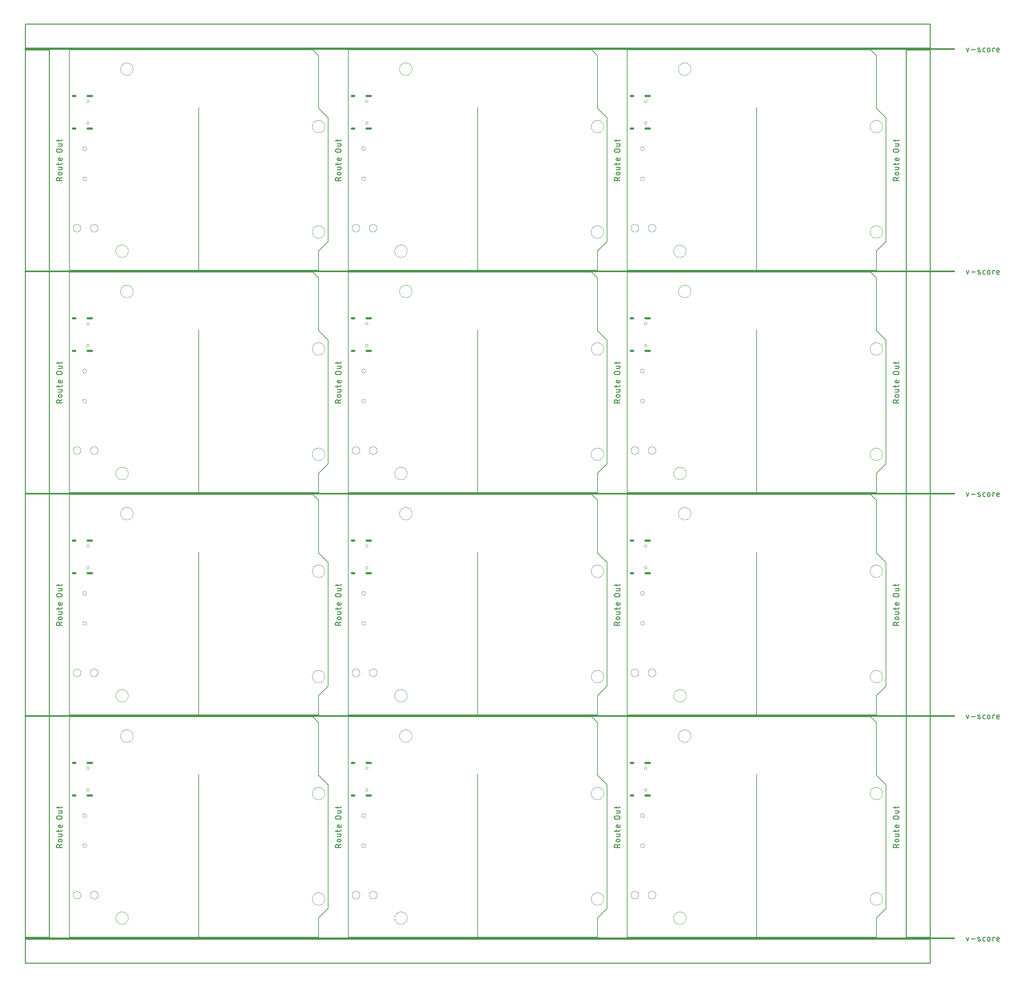
<source format=gko>
G04 EAGLE Gerber RS-274X export*
G75*
%MOMM*%
%FSLAX34Y34*%
%LPD*%
%IN*%
%IPPOS*%
%AMOC8*
5,1,8,0,0,1.08239X$1,22.5*%
G01*
%ADD10C,0.203200*%
%ADD11C,0.279400*%
%ADD12C,0.381000*%
%ADD13C,0.254000*%
%ADD14C,0.000000*%
%ADD15C,0.600000*%


D10*
X0Y584200D02*
X645160Y584200D01*
X660400Y568960D01*
X660400Y429260D02*
X685800Y403860D01*
X685800Y76200D01*
X660400Y50800D01*
X660400Y0D01*
X0Y0D01*
X0Y584200D01*
X660400Y568960D02*
X660400Y429260D01*
X342900Y0D02*
X0Y0D01*
X342900Y0D02*
X342900Y431800D01*
D11*
X-19177Y237604D02*
X-34163Y237604D01*
X-34163Y241767D01*
X-34161Y241895D01*
X-34155Y242023D01*
X-34145Y242151D01*
X-34131Y242279D01*
X-34114Y242406D01*
X-34092Y242532D01*
X-34067Y242658D01*
X-34037Y242782D01*
X-34004Y242906D01*
X-33967Y243029D01*
X-33926Y243151D01*
X-33882Y243271D01*
X-33834Y243390D01*
X-33782Y243507D01*
X-33727Y243623D01*
X-33668Y243736D01*
X-33605Y243849D01*
X-33539Y243959D01*
X-33470Y244066D01*
X-33398Y244172D01*
X-33322Y244276D01*
X-33243Y244377D01*
X-33161Y244476D01*
X-33076Y244572D01*
X-32989Y244665D01*
X-32898Y244756D01*
X-32805Y244843D01*
X-32709Y244928D01*
X-32610Y245010D01*
X-32509Y245089D01*
X-32405Y245165D01*
X-32299Y245237D01*
X-32192Y245306D01*
X-32081Y245372D01*
X-31969Y245435D01*
X-31856Y245494D01*
X-31740Y245549D01*
X-31623Y245601D01*
X-31504Y245649D01*
X-31384Y245693D01*
X-31262Y245734D01*
X-31139Y245771D01*
X-31015Y245804D01*
X-30891Y245834D01*
X-30765Y245859D01*
X-30639Y245881D01*
X-30512Y245898D01*
X-30384Y245912D01*
X-30256Y245922D01*
X-30128Y245928D01*
X-30000Y245930D01*
X-29872Y245928D01*
X-29744Y245922D01*
X-29616Y245912D01*
X-29488Y245898D01*
X-29361Y245881D01*
X-29235Y245859D01*
X-29109Y245834D01*
X-28985Y245804D01*
X-28861Y245771D01*
X-28738Y245734D01*
X-28616Y245693D01*
X-28496Y245649D01*
X-28377Y245601D01*
X-28260Y245549D01*
X-28144Y245494D01*
X-28031Y245435D01*
X-27919Y245372D01*
X-27808Y245306D01*
X-27701Y245237D01*
X-27595Y245165D01*
X-27491Y245089D01*
X-27390Y245010D01*
X-27291Y244928D01*
X-27195Y244843D01*
X-27102Y244756D01*
X-27011Y244665D01*
X-26924Y244572D01*
X-26839Y244476D01*
X-26757Y244377D01*
X-26678Y244276D01*
X-26602Y244172D01*
X-26530Y244066D01*
X-26461Y243959D01*
X-26395Y243849D01*
X-26332Y243736D01*
X-26273Y243623D01*
X-26218Y243507D01*
X-26166Y243390D01*
X-26118Y243271D01*
X-26074Y243151D01*
X-26033Y243029D01*
X-25996Y242906D01*
X-25963Y242782D01*
X-25933Y242658D01*
X-25908Y242532D01*
X-25886Y242406D01*
X-25869Y242279D01*
X-25855Y242151D01*
X-25845Y242023D01*
X-25839Y241895D01*
X-25837Y241767D01*
X-25837Y237604D01*
X-25837Y242599D02*
X-19177Y245929D01*
X-22507Y252888D02*
X-25837Y252888D01*
X-25951Y252890D01*
X-26064Y252896D01*
X-26178Y252905D01*
X-26290Y252919D01*
X-26403Y252936D01*
X-26515Y252958D01*
X-26625Y252983D01*
X-26735Y253011D01*
X-26844Y253044D01*
X-26952Y253080D01*
X-27059Y253120D01*
X-27164Y253164D01*
X-27267Y253211D01*
X-27369Y253261D01*
X-27469Y253315D01*
X-27567Y253373D01*
X-27663Y253434D01*
X-27757Y253497D01*
X-27849Y253565D01*
X-27939Y253635D01*
X-28025Y253708D01*
X-28110Y253784D01*
X-28192Y253863D01*
X-28271Y253945D01*
X-28347Y254030D01*
X-28420Y254116D01*
X-28490Y254206D01*
X-28558Y254298D01*
X-28621Y254392D01*
X-28682Y254488D01*
X-28740Y254586D01*
X-28794Y254686D01*
X-28844Y254788D01*
X-28891Y254891D01*
X-28935Y254996D01*
X-28975Y255103D01*
X-29011Y255211D01*
X-29044Y255320D01*
X-29072Y255430D01*
X-29097Y255540D01*
X-29119Y255652D01*
X-29136Y255765D01*
X-29150Y255877D01*
X-29159Y255991D01*
X-29165Y256104D01*
X-29167Y256218D01*
X-29165Y256332D01*
X-29159Y256445D01*
X-29150Y256559D01*
X-29136Y256671D01*
X-29119Y256784D01*
X-29097Y256896D01*
X-29072Y257006D01*
X-29044Y257116D01*
X-29011Y257225D01*
X-28975Y257333D01*
X-28935Y257440D01*
X-28891Y257545D01*
X-28844Y257648D01*
X-28794Y257750D01*
X-28740Y257850D01*
X-28682Y257948D01*
X-28621Y258044D01*
X-28558Y258138D01*
X-28490Y258230D01*
X-28420Y258320D01*
X-28347Y258406D01*
X-28271Y258491D01*
X-28192Y258573D01*
X-28110Y258652D01*
X-28025Y258728D01*
X-27939Y258801D01*
X-27849Y258871D01*
X-27757Y258939D01*
X-27663Y259002D01*
X-27567Y259063D01*
X-27469Y259121D01*
X-27369Y259175D01*
X-27267Y259225D01*
X-27164Y259272D01*
X-27059Y259316D01*
X-26952Y259356D01*
X-26844Y259392D01*
X-26735Y259425D01*
X-26625Y259453D01*
X-26515Y259478D01*
X-26403Y259500D01*
X-26290Y259517D01*
X-26178Y259531D01*
X-26064Y259540D01*
X-25951Y259546D01*
X-25837Y259548D01*
X-22507Y259548D01*
X-22393Y259546D01*
X-22280Y259540D01*
X-22166Y259531D01*
X-22054Y259517D01*
X-21941Y259500D01*
X-21829Y259478D01*
X-21719Y259453D01*
X-21609Y259425D01*
X-21500Y259392D01*
X-21392Y259356D01*
X-21285Y259316D01*
X-21180Y259272D01*
X-21077Y259225D01*
X-20975Y259175D01*
X-20875Y259121D01*
X-20777Y259063D01*
X-20681Y259002D01*
X-20587Y258939D01*
X-20495Y258871D01*
X-20405Y258801D01*
X-20319Y258728D01*
X-20234Y258652D01*
X-20152Y258573D01*
X-20073Y258491D01*
X-19997Y258406D01*
X-19924Y258320D01*
X-19854Y258230D01*
X-19786Y258138D01*
X-19723Y258044D01*
X-19662Y257948D01*
X-19604Y257850D01*
X-19550Y257750D01*
X-19500Y257648D01*
X-19453Y257545D01*
X-19409Y257440D01*
X-19369Y257333D01*
X-19333Y257225D01*
X-19300Y257116D01*
X-19272Y257006D01*
X-19247Y256896D01*
X-19225Y256784D01*
X-19208Y256671D01*
X-19194Y256559D01*
X-19185Y256445D01*
X-19179Y256332D01*
X-19177Y256218D01*
X-19179Y256104D01*
X-19185Y255991D01*
X-19194Y255877D01*
X-19208Y255765D01*
X-19225Y255652D01*
X-19247Y255540D01*
X-19272Y255430D01*
X-19300Y255320D01*
X-19333Y255211D01*
X-19369Y255103D01*
X-19409Y254996D01*
X-19453Y254891D01*
X-19500Y254788D01*
X-19550Y254686D01*
X-19604Y254586D01*
X-19662Y254488D01*
X-19723Y254392D01*
X-19786Y254298D01*
X-19854Y254206D01*
X-19924Y254116D01*
X-19997Y254030D01*
X-20073Y253945D01*
X-20152Y253863D01*
X-20234Y253784D01*
X-20319Y253708D01*
X-20405Y253635D01*
X-20495Y253565D01*
X-20587Y253497D01*
X-20681Y253434D01*
X-20777Y253373D01*
X-20875Y253315D01*
X-20975Y253261D01*
X-21077Y253211D01*
X-21180Y253164D01*
X-21285Y253120D01*
X-21392Y253080D01*
X-21500Y253044D01*
X-21609Y253011D01*
X-21719Y252983D01*
X-21829Y252958D01*
X-21941Y252936D01*
X-22054Y252919D01*
X-22166Y252905D01*
X-22280Y252896D01*
X-22393Y252890D01*
X-22507Y252888D01*
X-21675Y266956D02*
X-29168Y266956D01*
X-21675Y266955D02*
X-21577Y266957D01*
X-21479Y266963D01*
X-21381Y266972D01*
X-21284Y266986D01*
X-21188Y267003D01*
X-21092Y267024D01*
X-20997Y267049D01*
X-20903Y267077D01*
X-20810Y267109D01*
X-20719Y267145D01*
X-20629Y267184D01*
X-20541Y267227D01*
X-20454Y267274D01*
X-20370Y267323D01*
X-20287Y267376D01*
X-20207Y267432D01*
X-20129Y267491D01*
X-20053Y267554D01*
X-19979Y267619D01*
X-19909Y267687D01*
X-19841Y267757D01*
X-19776Y267831D01*
X-19713Y267907D01*
X-19654Y267985D01*
X-19598Y268065D01*
X-19545Y268148D01*
X-19496Y268232D01*
X-19449Y268319D01*
X-19406Y268407D01*
X-19367Y268497D01*
X-19331Y268588D01*
X-19299Y268681D01*
X-19271Y268775D01*
X-19246Y268870D01*
X-19225Y268966D01*
X-19208Y269062D01*
X-19194Y269159D01*
X-19185Y269257D01*
X-19179Y269355D01*
X-19177Y269453D01*
X-19177Y273616D01*
X-29168Y273616D01*
X-29168Y279597D02*
X-29168Y284592D01*
X-34163Y281262D02*
X-21675Y281262D01*
X-21577Y281264D01*
X-21479Y281270D01*
X-21381Y281279D01*
X-21284Y281293D01*
X-21188Y281310D01*
X-21092Y281331D01*
X-20997Y281356D01*
X-20903Y281384D01*
X-20810Y281416D01*
X-20719Y281452D01*
X-20629Y281491D01*
X-20541Y281534D01*
X-20454Y281581D01*
X-20370Y281630D01*
X-20287Y281683D01*
X-20207Y281739D01*
X-20129Y281798D01*
X-20053Y281861D01*
X-19979Y281926D01*
X-19909Y281994D01*
X-19841Y282064D01*
X-19776Y282138D01*
X-19713Y282214D01*
X-19654Y282292D01*
X-19598Y282372D01*
X-19545Y282455D01*
X-19496Y282539D01*
X-19449Y282626D01*
X-19406Y282714D01*
X-19367Y282804D01*
X-19331Y282895D01*
X-19299Y282988D01*
X-19271Y283082D01*
X-19246Y283177D01*
X-19225Y283273D01*
X-19208Y283369D01*
X-19194Y283466D01*
X-19185Y283564D01*
X-19179Y283662D01*
X-19177Y283760D01*
X-19177Y284592D01*
X-19177Y293421D02*
X-19177Y297584D01*
X-19177Y293421D02*
X-19179Y293323D01*
X-19185Y293225D01*
X-19194Y293127D01*
X-19208Y293030D01*
X-19225Y292934D01*
X-19246Y292838D01*
X-19271Y292743D01*
X-19299Y292649D01*
X-19331Y292556D01*
X-19367Y292465D01*
X-19406Y292375D01*
X-19449Y292287D01*
X-19496Y292200D01*
X-19545Y292116D01*
X-19598Y292033D01*
X-19654Y291953D01*
X-19713Y291875D01*
X-19776Y291799D01*
X-19841Y291725D01*
X-19909Y291655D01*
X-19979Y291587D01*
X-20053Y291522D01*
X-20129Y291459D01*
X-20207Y291400D01*
X-20287Y291344D01*
X-20370Y291291D01*
X-20454Y291242D01*
X-20541Y291195D01*
X-20629Y291152D01*
X-20719Y291113D01*
X-20810Y291077D01*
X-20903Y291045D01*
X-20997Y291017D01*
X-21092Y290992D01*
X-21188Y290971D01*
X-21284Y290954D01*
X-21381Y290940D01*
X-21479Y290931D01*
X-21577Y290925D01*
X-21675Y290923D01*
X-21675Y290924D02*
X-25837Y290924D01*
X-25951Y290926D01*
X-26064Y290932D01*
X-26178Y290941D01*
X-26290Y290955D01*
X-26403Y290972D01*
X-26515Y290994D01*
X-26625Y291019D01*
X-26735Y291047D01*
X-26844Y291080D01*
X-26952Y291116D01*
X-27059Y291156D01*
X-27164Y291200D01*
X-27267Y291247D01*
X-27369Y291297D01*
X-27469Y291351D01*
X-27567Y291409D01*
X-27663Y291470D01*
X-27757Y291533D01*
X-27849Y291601D01*
X-27939Y291671D01*
X-28025Y291744D01*
X-28110Y291820D01*
X-28192Y291899D01*
X-28271Y291981D01*
X-28347Y292066D01*
X-28420Y292152D01*
X-28490Y292242D01*
X-28558Y292334D01*
X-28621Y292428D01*
X-28682Y292524D01*
X-28740Y292622D01*
X-28794Y292722D01*
X-28844Y292824D01*
X-28891Y292927D01*
X-28935Y293032D01*
X-28975Y293139D01*
X-29011Y293247D01*
X-29044Y293356D01*
X-29072Y293466D01*
X-29097Y293576D01*
X-29119Y293688D01*
X-29136Y293801D01*
X-29150Y293913D01*
X-29159Y294027D01*
X-29165Y294140D01*
X-29167Y294254D01*
X-29165Y294368D01*
X-29159Y294481D01*
X-29150Y294595D01*
X-29136Y294707D01*
X-29119Y294820D01*
X-29097Y294932D01*
X-29072Y295042D01*
X-29044Y295152D01*
X-29011Y295261D01*
X-28975Y295369D01*
X-28935Y295476D01*
X-28891Y295581D01*
X-28844Y295684D01*
X-28794Y295786D01*
X-28740Y295886D01*
X-28682Y295984D01*
X-28621Y296080D01*
X-28558Y296174D01*
X-28490Y296266D01*
X-28420Y296356D01*
X-28347Y296442D01*
X-28271Y296527D01*
X-28192Y296609D01*
X-28110Y296688D01*
X-28025Y296764D01*
X-27939Y296837D01*
X-27849Y296907D01*
X-27757Y296975D01*
X-27663Y297038D01*
X-27567Y297099D01*
X-27469Y297157D01*
X-27369Y297211D01*
X-27267Y297261D01*
X-27164Y297308D01*
X-27059Y297352D01*
X-26952Y297392D01*
X-26844Y297428D01*
X-26735Y297461D01*
X-26625Y297489D01*
X-26515Y297514D01*
X-26403Y297536D01*
X-26290Y297553D01*
X-26178Y297567D01*
X-26064Y297576D01*
X-25951Y297582D01*
X-25837Y297584D01*
X-24172Y297584D01*
X-24172Y290924D01*
X-23340Y313017D02*
X-30000Y313017D01*
X-30128Y313019D01*
X-30256Y313025D01*
X-30384Y313035D01*
X-30512Y313049D01*
X-30639Y313066D01*
X-30765Y313088D01*
X-30891Y313113D01*
X-31015Y313143D01*
X-31139Y313176D01*
X-31262Y313213D01*
X-31384Y313254D01*
X-31504Y313298D01*
X-31623Y313346D01*
X-31740Y313398D01*
X-31856Y313453D01*
X-31969Y313512D01*
X-32082Y313575D01*
X-32192Y313641D01*
X-32299Y313710D01*
X-32405Y313782D01*
X-32509Y313858D01*
X-32610Y313937D01*
X-32709Y314019D01*
X-32805Y314104D01*
X-32898Y314191D01*
X-32989Y314282D01*
X-33076Y314375D01*
X-33161Y314471D01*
X-33243Y314570D01*
X-33322Y314671D01*
X-33398Y314775D01*
X-33470Y314881D01*
X-33539Y314988D01*
X-33605Y315099D01*
X-33668Y315211D01*
X-33727Y315324D01*
X-33782Y315440D01*
X-33834Y315557D01*
X-33882Y315676D01*
X-33926Y315796D01*
X-33967Y315918D01*
X-34004Y316041D01*
X-34037Y316165D01*
X-34067Y316289D01*
X-34092Y316415D01*
X-34114Y316541D01*
X-34131Y316668D01*
X-34145Y316796D01*
X-34155Y316924D01*
X-34161Y317052D01*
X-34163Y317180D01*
X-34161Y317308D01*
X-34155Y317436D01*
X-34145Y317564D01*
X-34131Y317692D01*
X-34114Y317819D01*
X-34092Y317945D01*
X-34067Y318071D01*
X-34037Y318195D01*
X-34004Y318319D01*
X-33967Y318442D01*
X-33926Y318564D01*
X-33882Y318684D01*
X-33834Y318803D01*
X-33782Y318920D01*
X-33727Y319036D01*
X-33668Y319149D01*
X-33605Y319262D01*
X-33539Y319372D01*
X-33470Y319479D01*
X-33398Y319585D01*
X-33322Y319689D01*
X-33243Y319790D01*
X-33161Y319889D01*
X-33076Y319985D01*
X-32989Y320078D01*
X-32898Y320169D01*
X-32805Y320256D01*
X-32709Y320341D01*
X-32610Y320423D01*
X-32509Y320502D01*
X-32405Y320578D01*
X-32299Y320650D01*
X-32192Y320719D01*
X-32081Y320785D01*
X-31969Y320848D01*
X-31856Y320907D01*
X-31740Y320962D01*
X-31623Y321014D01*
X-31504Y321062D01*
X-31384Y321106D01*
X-31262Y321147D01*
X-31139Y321184D01*
X-31015Y321217D01*
X-30891Y321247D01*
X-30765Y321272D01*
X-30639Y321294D01*
X-30512Y321311D01*
X-30384Y321325D01*
X-30256Y321335D01*
X-30128Y321341D01*
X-30000Y321343D01*
X-30000Y321342D02*
X-23340Y321342D01*
X-23340Y321343D02*
X-23212Y321341D01*
X-23084Y321335D01*
X-22956Y321325D01*
X-22828Y321311D01*
X-22701Y321294D01*
X-22575Y321272D01*
X-22449Y321247D01*
X-22325Y321217D01*
X-22201Y321184D01*
X-22078Y321147D01*
X-21956Y321106D01*
X-21836Y321062D01*
X-21717Y321014D01*
X-21600Y320962D01*
X-21484Y320907D01*
X-21371Y320848D01*
X-21258Y320785D01*
X-21148Y320719D01*
X-21041Y320650D01*
X-20935Y320578D01*
X-20831Y320502D01*
X-20730Y320423D01*
X-20631Y320341D01*
X-20535Y320256D01*
X-20442Y320169D01*
X-20351Y320078D01*
X-20264Y319985D01*
X-20179Y319889D01*
X-20097Y319790D01*
X-20018Y319689D01*
X-19942Y319585D01*
X-19870Y319479D01*
X-19801Y319372D01*
X-19735Y319262D01*
X-19672Y319149D01*
X-19613Y319036D01*
X-19558Y318920D01*
X-19506Y318803D01*
X-19458Y318684D01*
X-19414Y318564D01*
X-19373Y318442D01*
X-19336Y318319D01*
X-19303Y318195D01*
X-19273Y318071D01*
X-19248Y317945D01*
X-19226Y317819D01*
X-19209Y317692D01*
X-19195Y317564D01*
X-19185Y317436D01*
X-19179Y317308D01*
X-19177Y317180D01*
X-19179Y317052D01*
X-19185Y316924D01*
X-19195Y316796D01*
X-19209Y316668D01*
X-19226Y316541D01*
X-19248Y316415D01*
X-19273Y316289D01*
X-19303Y316165D01*
X-19336Y316041D01*
X-19373Y315918D01*
X-19414Y315796D01*
X-19458Y315676D01*
X-19506Y315557D01*
X-19558Y315440D01*
X-19613Y315324D01*
X-19672Y315211D01*
X-19735Y315099D01*
X-19801Y314988D01*
X-19870Y314881D01*
X-19942Y314775D01*
X-20018Y314671D01*
X-20097Y314570D01*
X-20179Y314471D01*
X-20264Y314375D01*
X-20351Y314282D01*
X-20442Y314191D01*
X-20535Y314104D01*
X-20631Y314019D01*
X-20730Y313937D01*
X-20831Y313858D01*
X-20935Y313782D01*
X-21041Y313710D01*
X-21148Y313641D01*
X-21259Y313575D01*
X-21371Y313512D01*
X-21484Y313453D01*
X-21600Y313398D01*
X-21717Y313346D01*
X-21836Y313298D01*
X-21956Y313254D01*
X-22078Y313213D01*
X-22201Y313176D01*
X-22325Y313143D01*
X-22449Y313113D01*
X-22575Y313088D01*
X-22701Y313066D01*
X-22828Y313049D01*
X-22956Y313035D01*
X-23084Y313025D01*
X-23212Y313019D01*
X-23340Y313017D01*
X-21675Y328959D02*
X-29168Y328959D01*
X-21675Y328959D02*
X-21577Y328961D01*
X-21479Y328967D01*
X-21381Y328976D01*
X-21284Y328990D01*
X-21188Y329007D01*
X-21092Y329028D01*
X-20997Y329053D01*
X-20903Y329081D01*
X-20810Y329113D01*
X-20719Y329149D01*
X-20629Y329188D01*
X-20541Y329231D01*
X-20454Y329278D01*
X-20370Y329327D01*
X-20287Y329380D01*
X-20207Y329436D01*
X-20129Y329495D01*
X-20053Y329558D01*
X-19979Y329623D01*
X-19909Y329691D01*
X-19841Y329761D01*
X-19776Y329835D01*
X-19713Y329911D01*
X-19654Y329989D01*
X-19598Y330069D01*
X-19545Y330152D01*
X-19496Y330236D01*
X-19449Y330323D01*
X-19406Y330411D01*
X-19367Y330501D01*
X-19331Y330592D01*
X-19299Y330685D01*
X-19271Y330779D01*
X-19246Y330874D01*
X-19225Y330970D01*
X-19208Y331066D01*
X-19194Y331163D01*
X-19185Y331261D01*
X-19179Y331359D01*
X-19177Y331457D01*
X-19177Y335620D01*
X-29168Y335620D01*
X-29168Y341601D02*
X-29168Y346596D01*
X-34163Y343266D02*
X-21675Y343266D01*
X-21577Y343268D01*
X-21479Y343274D01*
X-21381Y343283D01*
X-21284Y343297D01*
X-21188Y343314D01*
X-21092Y343335D01*
X-20997Y343360D01*
X-20903Y343388D01*
X-20810Y343420D01*
X-20719Y343456D01*
X-20629Y343495D01*
X-20541Y343538D01*
X-20454Y343585D01*
X-20370Y343634D01*
X-20287Y343687D01*
X-20207Y343743D01*
X-20129Y343802D01*
X-20053Y343865D01*
X-19979Y343930D01*
X-19909Y343998D01*
X-19841Y344068D01*
X-19776Y344142D01*
X-19713Y344218D01*
X-19654Y344296D01*
X-19598Y344376D01*
X-19545Y344459D01*
X-19496Y344543D01*
X-19449Y344630D01*
X-19406Y344718D01*
X-19367Y344808D01*
X-19331Y344899D01*
X-19299Y344992D01*
X-19271Y345086D01*
X-19246Y345181D01*
X-19225Y345277D01*
X-19208Y345373D01*
X-19194Y345470D01*
X-19185Y345568D01*
X-19179Y345666D01*
X-19177Y345764D01*
X-19177Y346596D01*
D10*
X739140Y584200D02*
X1384300Y584200D01*
X1399540Y568960D01*
X1399540Y429260D02*
X1424940Y403860D01*
X1424940Y76200D01*
X1399540Y50800D01*
X1399540Y0D01*
X739140Y0D01*
X739140Y584200D01*
X1399540Y568960D02*
X1399540Y429260D01*
X1082040Y0D02*
X739140Y0D01*
X1082040Y0D02*
X1082040Y431800D01*
D11*
X719963Y237604D02*
X704977Y237604D01*
X704977Y241767D01*
X704979Y241895D01*
X704985Y242023D01*
X704995Y242151D01*
X705009Y242279D01*
X705026Y242406D01*
X705048Y242532D01*
X705073Y242658D01*
X705103Y242782D01*
X705136Y242906D01*
X705173Y243029D01*
X705214Y243151D01*
X705258Y243271D01*
X705306Y243390D01*
X705358Y243507D01*
X705413Y243623D01*
X705472Y243736D01*
X705535Y243849D01*
X705601Y243959D01*
X705670Y244066D01*
X705742Y244172D01*
X705818Y244276D01*
X705897Y244377D01*
X705979Y244476D01*
X706064Y244572D01*
X706151Y244665D01*
X706242Y244756D01*
X706335Y244843D01*
X706431Y244928D01*
X706530Y245010D01*
X706631Y245089D01*
X706735Y245165D01*
X706841Y245237D01*
X706948Y245306D01*
X707059Y245372D01*
X707171Y245435D01*
X707284Y245494D01*
X707400Y245549D01*
X707517Y245601D01*
X707636Y245649D01*
X707756Y245693D01*
X707878Y245734D01*
X708001Y245771D01*
X708125Y245804D01*
X708249Y245834D01*
X708375Y245859D01*
X708501Y245881D01*
X708628Y245898D01*
X708756Y245912D01*
X708884Y245922D01*
X709012Y245928D01*
X709140Y245930D01*
X709268Y245928D01*
X709396Y245922D01*
X709524Y245912D01*
X709652Y245898D01*
X709779Y245881D01*
X709905Y245859D01*
X710031Y245834D01*
X710155Y245804D01*
X710279Y245771D01*
X710402Y245734D01*
X710524Y245693D01*
X710644Y245649D01*
X710763Y245601D01*
X710880Y245549D01*
X710996Y245494D01*
X711109Y245435D01*
X711222Y245372D01*
X711332Y245306D01*
X711439Y245237D01*
X711545Y245165D01*
X711649Y245089D01*
X711750Y245010D01*
X711849Y244928D01*
X711945Y244843D01*
X712038Y244756D01*
X712129Y244665D01*
X712216Y244572D01*
X712301Y244476D01*
X712383Y244377D01*
X712462Y244276D01*
X712538Y244172D01*
X712610Y244066D01*
X712679Y243959D01*
X712745Y243849D01*
X712808Y243736D01*
X712867Y243623D01*
X712922Y243507D01*
X712974Y243390D01*
X713022Y243271D01*
X713066Y243151D01*
X713107Y243029D01*
X713144Y242906D01*
X713177Y242782D01*
X713207Y242658D01*
X713232Y242532D01*
X713254Y242406D01*
X713271Y242279D01*
X713285Y242151D01*
X713295Y242023D01*
X713301Y241895D01*
X713303Y241767D01*
X713303Y237604D01*
X713303Y242599D02*
X719963Y245929D01*
X716633Y252888D02*
X713303Y252888D01*
X713189Y252890D01*
X713076Y252896D01*
X712962Y252905D01*
X712850Y252919D01*
X712737Y252936D01*
X712625Y252958D01*
X712515Y252983D01*
X712405Y253011D01*
X712296Y253044D01*
X712188Y253080D01*
X712081Y253120D01*
X711976Y253164D01*
X711873Y253211D01*
X711771Y253261D01*
X711671Y253315D01*
X711573Y253373D01*
X711477Y253434D01*
X711383Y253497D01*
X711291Y253565D01*
X711201Y253635D01*
X711115Y253708D01*
X711030Y253784D01*
X710948Y253863D01*
X710869Y253945D01*
X710793Y254030D01*
X710720Y254116D01*
X710650Y254206D01*
X710582Y254298D01*
X710519Y254392D01*
X710458Y254488D01*
X710400Y254586D01*
X710346Y254686D01*
X710296Y254788D01*
X710249Y254891D01*
X710205Y254996D01*
X710165Y255103D01*
X710129Y255211D01*
X710096Y255320D01*
X710068Y255430D01*
X710043Y255540D01*
X710021Y255652D01*
X710004Y255765D01*
X709990Y255877D01*
X709981Y255991D01*
X709975Y256104D01*
X709973Y256218D01*
X709975Y256332D01*
X709981Y256445D01*
X709990Y256559D01*
X710004Y256671D01*
X710021Y256784D01*
X710043Y256896D01*
X710068Y257006D01*
X710096Y257116D01*
X710129Y257225D01*
X710165Y257333D01*
X710205Y257440D01*
X710249Y257545D01*
X710296Y257648D01*
X710346Y257750D01*
X710400Y257850D01*
X710458Y257948D01*
X710519Y258044D01*
X710582Y258138D01*
X710650Y258230D01*
X710720Y258320D01*
X710793Y258406D01*
X710869Y258491D01*
X710948Y258573D01*
X711030Y258652D01*
X711115Y258728D01*
X711201Y258801D01*
X711291Y258871D01*
X711383Y258939D01*
X711477Y259002D01*
X711573Y259063D01*
X711671Y259121D01*
X711771Y259175D01*
X711873Y259225D01*
X711976Y259272D01*
X712081Y259316D01*
X712188Y259356D01*
X712296Y259392D01*
X712405Y259425D01*
X712515Y259453D01*
X712625Y259478D01*
X712737Y259500D01*
X712850Y259517D01*
X712962Y259531D01*
X713076Y259540D01*
X713189Y259546D01*
X713303Y259548D01*
X716633Y259548D01*
X716747Y259546D01*
X716860Y259540D01*
X716974Y259531D01*
X717086Y259517D01*
X717199Y259500D01*
X717311Y259478D01*
X717421Y259453D01*
X717531Y259425D01*
X717640Y259392D01*
X717748Y259356D01*
X717855Y259316D01*
X717960Y259272D01*
X718063Y259225D01*
X718165Y259175D01*
X718265Y259121D01*
X718363Y259063D01*
X718459Y259002D01*
X718553Y258939D01*
X718645Y258871D01*
X718735Y258801D01*
X718821Y258728D01*
X718906Y258652D01*
X718988Y258573D01*
X719067Y258491D01*
X719143Y258406D01*
X719216Y258320D01*
X719286Y258230D01*
X719354Y258138D01*
X719417Y258044D01*
X719478Y257948D01*
X719536Y257850D01*
X719590Y257750D01*
X719640Y257648D01*
X719687Y257545D01*
X719731Y257440D01*
X719771Y257333D01*
X719807Y257225D01*
X719840Y257116D01*
X719868Y257006D01*
X719893Y256896D01*
X719915Y256784D01*
X719932Y256671D01*
X719946Y256559D01*
X719955Y256445D01*
X719961Y256332D01*
X719963Y256218D01*
X719961Y256104D01*
X719955Y255991D01*
X719946Y255877D01*
X719932Y255765D01*
X719915Y255652D01*
X719893Y255540D01*
X719868Y255430D01*
X719840Y255320D01*
X719807Y255211D01*
X719771Y255103D01*
X719731Y254996D01*
X719687Y254891D01*
X719640Y254788D01*
X719590Y254686D01*
X719536Y254586D01*
X719478Y254488D01*
X719417Y254392D01*
X719354Y254298D01*
X719286Y254206D01*
X719216Y254116D01*
X719143Y254030D01*
X719067Y253945D01*
X718988Y253863D01*
X718906Y253784D01*
X718821Y253708D01*
X718735Y253635D01*
X718645Y253565D01*
X718553Y253497D01*
X718459Y253434D01*
X718363Y253373D01*
X718265Y253315D01*
X718165Y253261D01*
X718063Y253211D01*
X717960Y253164D01*
X717855Y253120D01*
X717748Y253080D01*
X717640Y253044D01*
X717531Y253011D01*
X717421Y252983D01*
X717311Y252958D01*
X717199Y252936D01*
X717086Y252919D01*
X716974Y252905D01*
X716860Y252896D01*
X716747Y252890D01*
X716633Y252888D01*
X717465Y266956D02*
X709972Y266956D01*
X717465Y266955D02*
X717563Y266957D01*
X717661Y266963D01*
X717759Y266972D01*
X717856Y266986D01*
X717952Y267003D01*
X718048Y267024D01*
X718143Y267049D01*
X718237Y267077D01*
X718330Y267109D01*
X718421Y267145D01*
X718511Y267184D01*
X718599Y267227D01*
X718686Y267274D01*
X718770Y267323D01*
X718853Y267376D01*
X718933Y267432D01*
X719012Y267491D01*
X719087Y267554D01*
X719161Y267619D01*
X719231Y267687D01*
X719299Y267757D01*
X719365Y267831D01*
X719427Y267907D01*
X719486Y267985D01*
X719542Y268065D01*
X719595Y268148D01*
X719645Y268232D01*
X719691Y268319D01*
X719734Y268407D01*
X719773Y268497D01*
X719809Y268588D01*
X719841Y268681D01*
X719869Y268775D01*
X719894Y268870D01*
X719915Y268966D01*
X719932Y269062D01*
X719946Y269159D01*
X719955Y269257D01*
X719961Y269355D01*
X719963Y269453D01*
X719963Y273616D01*
X709972Y273616D01*
X709972Y279597D02*
X709972Y284592D01*
X704977Y281262D02*
X717465Y281262D01*
X717563Y281264D01*
X717661Y281270D01*
X717759Y281279D01*
X717856Y281293D01*
X717952Y281310D01*
X718048Y281331D01*
X718143Y281356D01*
X718237Y281384D01*
X718330Y281416D01*
X718421Y281452D01*
X718511Y281491D01*
X718599Y281534D01*
X718686Y281581D01*
X718770Y281630D01*
X718853Y281683D01*
X718933Y281739D01*
X719012Y281798D01*
X719087Y281861D01*
X719161Y281926D01*
X719231Y281994D01*
X719299Y282064D01*
X719365Y282138D01*
X719427Y282214D01*
X719486Y282292D01*
X719542Y282372D01*
X719595Y282455D01*
X719645Y282539D01*
X719691Y282626D01*
X719734Y282714D01*
X719773Y282804D01*
X719809Y282895D01*
X719841Y282988D01*
X719869Y283082D01*
X719894Y283177D01*
X719915Y283273D01*
X719932Y283369D01*
X719946Y283466D01*
X719955Y283564D01*
X719961Y283662D01*
X719963Y283760D01*
X719963Y284592D01*
X719963Y293421D02*
X719963Y297584D01*
X719963Y293421D02*
X719961Y293323D01*
X719955Y293225D01*
X719946Y293127D01*
X719932Y293030D01*
X719915Y292934D01*
X719894Y292838D01*
X719869Y292743D01*
X719841Y292649D01*
X719809Y292556D01*
X719773Y292465D01*
X719734Y292375D01*
X719691Y292287D01*
X719644Y292200D01*
X719595Y292116D01*
X719542Y292033D01*
X719486Y291953D01*
X719427Y291875D01*
X719365Y291799D01*
X719299Y291725D01*
X719231Y291655D01*
X719161Y291587D01*
X719087Y291522D01*
X719012Y291459D01*
X718933Y291400D01*
X718853Y291344D01*
X718770Y291291D01*
X718686Y291242D01*
X718599Y291195D01*
X718511Y291152D01*
X718421Y291113D01*
X718330Y291077D01*
X718237Y291045D01*
X718143Y291017D01*
X718048Y290992D01*
X717952Y290971D01*
X717856Y290954D01*
X717759Y290940D01*
X717661Y290931D01*
X717563Y290925D01*
X717465Y290923D01*
X717465Y290924D02*
X713303Y290924D01*
X713189Y290926D01*
X713076Y290932D01*
X712962Y290941D01*
X712850Y290955D01*
X712737Y290972D01*
X712625Y290994D01*
X712515Y291019D01*
X712405Y291047D01*
X712296Y291080D01*
X712188Y291116D01*
X712081Y291156D01*
X711976Y291200D01*
X711873Y291247D01*
X711771Y291297D01*
X711671Y291351D01*
X711573Y291409D01*
X711477Y291470D01*
X711383Y291533D01*
X711291Y291601D01*
X711201Y291671D01*
X711115Y291744D01*
X711030Y291820D01*
X710948Y291899D01*
X710869Y291981D01*
X710793Y292066D01*
X710720Y292152D01*
X710650Y292242D01*
X710582Y292334D01*
X710519Y292428D01*
X710458Y292524D01*
X710400Y292622D01*
X710346Y292722D01*
X710296Y292824D01*
X710249Y292927D01*
X710205Y293032D01*
X710165Y293139D01*
X710129Y293247D01*
X710096Y293356D01*
X710068Y293466D01*
X710043Y293576D01*
X710021Y293688D01*
X710004Y293801D01*
X709990Y293913D01*
X709981Y294027D01*
X709975Y294140D01*
X709973Y294254D01*
X709975Y294368D01*
X709981Y294481D01*
X709990Y294595D01*
X710004Y294707D01*
X710021Y294820D01*
X710043Y294932D01*
X710068Y295042D01*
X710096Y295152D01*
X710129Y295261D01*
X710165Y295369D01*
X710205Y295476D01*
X710249Y295581D01*
X710296Y295684D01*
X710346Y295786D01*
X710400Y295886D01*
X710458Y295984D01*
X710519Y296080D01*
X710582Y296174D01*
X710650Y296266D01*
X710720Y296356D01*
X710793Y296442D01*
X710869Y296527D01*
X710948Y296609D01*
X711030Y296688D01*
X711115Y296764D01*
X711201Y296837D01*
X711291Y296907D01*
X711383Y296975D01*
X711477Y297038D01*
X711573Y297099D01*
X711671Y297157D01*
X711771Y297211D01*
X711873Y297261D01*
X711976Y297308D01*
X712081Y297352D01*
X712188Y297392D01*
X712296Y297428D01*
X712405Y297461D01*
X712515Y297489D01*
X712625Y297514D01*
X712737Y297536D01*
X712850Y297553D01*
X712962Y297567D01*
X713076Y297576D01*
X713189Y297582D01*
X713303Y297584D01*
X714968Y297584D01*
X714968Y290924D01*
X715800Y313017D02*
X709140Y313017D01*
X709012Y313019D01*
X708884Y313025D01*
X708756Y313035D01*
X708628Y313049D01*
X708501Y313066D01*
X708375Y313088D01*
X708249Y313113D01*
X708125Y313143D01*
X708001Y313176D01*
X707878Y313213D01*
X707756Y313254D01*
X707636Y313298D01*
X707517Y313346D01*
X707400Y313398D01*
X707284Y313453D01*
X707171Y313512D01*
X707059Y313575D01*
X706948Y313641D01*
X706841Y313710D01*
X706735Y313782D01*
X706631Y313858D01*
X706530Y313937D01*
X706431Y314019D01*
X706335Y314104D01*
X706242Y314191D01*
X706151Y314282D01*
X706064Y314375D01*
X705979Y314471D01*
X705897Y314570D01*
X705818Y314671D01*
X705742Y314775D01*
X705670Y314881D01*
X705601Y314988D01*
X705535Y315099D01*
X705472Y315211D01*
X705413Y315324D01*
X705358Y315440D01*
X705306Y315557D01*
X705258Y315676D01*
X705214Y315796D01*
X705173Y315918D01*
X705136Y316041D01*
X705103Y316165D01*
X705073Y316289D01*
X705048Y316415D01*
X705026Y316541D01*
X705009Y316668D01*
X704995Y316796D01*
X704985Y316924D01*
X704979Y317052D01*
X704977Y317180D01*
X704979Y317308D01*
X704985Y317436D01*
X704995Y317564D01*
X705009Y317692D01*
X705026Y317819D01*
X705048Y317945D01*
X705073Y318071D01*
X705103Y318195D01*
X705136Y318319D01*
X705173Y318442D01*
X705214Y318564D01*
X705258Y318684D01*
X705306Y318803D01*
X705358Y318920D01*
X705413Y319036D01*
X705472Y319149D01*
X705535Y319262D01*
X705601Y319372D01*
X705670Y319479D01*
X705742Y319585D01*
X705818Y319689D01*
X705897Y319790D01*
X705979Y319889D01*
X706064Y319985D01*
X706151Y320078D01*
X706242Y320169D01*
X706335Y320256D01*
X706431Y320341D01*
X706530Y320423D01*
X706631Y320502D01*
X706735Y320578D01*
X706841Y320650D01*
X706948Y320719D01*
X707059Y320785D01*
X707171Y320848D01*
X707284Y320907D01*
X707400Y320962D01*
X707517Y321014D01*
X707636Y321062D01*
X707756Y321106D01*
X707878Y321147D01*
X708001Y321184D01*
X708125Y321217D01*
X708249Y321247D01*
X708375Y321272D01*
X708501Y321294D01*
X708628Y321311D01*
X708756Y321325D01*
X708884Y321335D01*
X709012Y321341D01*
X709140Y321343D01*
X709140Y321342D02*
X715800Y321342D01*
X715800Y321343D02*
X715928Y321341D01*
X716056Y321335D01*
X716184Y321325D01*
X716312Y321311D01*
X716439Y321294D01*
X716565Y321272D01*
X716691Y321247D01*
X716815Y321217D01*
X716939Y321184D01*
X717062Y321147D01*
X717184Y321106D01*
X717304Y321062D01*
X717423Y321014D01*
X717540Y320962D01*
X717656Y320907D01*
X717769Y320848D01*
X717882Y320785D01*
X717992Y320719D01*
X718099Y320650D01*
X718205Y320578D01*
X718309Y320502D01*
X718410Y320423D01*
X718509Y320341D01*
X718605Y320256D01*
X718698Y320169D01*
X718789Y320078D01*
X718876Y319985D01*
X718961Y319889D01*
X719043Y319790D01*
X719122Y319689D01*
X719198Y319585D01*
X719270Y319479D01*
X719339Y319372D01*
X719405Y319262D01*
X719468Y319149D01*
X719527Y319036D01*
X719582Y318920D01*
X719634Y318803D01*
X719682Y318684D01*
X719726Y318564D01*
X719767Y318442D01*
X719804Y318319D01*
X719837Y318195D01*
X719867Y318071D01*
X719892Y317945D01*
X719914Y317819D01*
X719931Y317692D01*
X719945Y317564D01*
X719955Y317436D01*
X719961Y317308D01*
X719963Y317180D01*
X719961Y317052D01*
X719955Y316924D01*
X719945Y316796D01*
X719931Y316668D01*
X719914Y316541D01*
X719892Y316415D01*
X719867Y316289D01*
X719837Y316165D01*
X719804Y316041D01*
X719767Y315918D01*
X719726Y315796D01*
X719682Y315676D01*
X719634Y315557D01*
X719582Y315440D01*
X719527Y315324D01*
X719468Y315211D01*
X719405Y315099D01*
X719339Y314988D01*
X719270Y314881D01*
X719198Y314775D01*
X719122Y314671D01*
X719043Y314570D01*
X718961Y314471D01*
X718876Y314375D01*
X718789Y314282D01*
X718698Y314191D01*
X718605Y314104D01*
X718509Y314019D01*
X718410Y313937D01*
X718309Y313858D01*
X718205Y313782D01*
X718099Y313710D01*
X717992Y313641D01*
X717882Y313575D01*
X717769Y313512D01*
X717656Y313453D01*
X717540Y313398D01*
X717423Y313346D01*
X717304Y313298D01*
X717184Y313254D01*
X717062Y313213D01*
X716939Y313176D01*
X716815Y313143D01*
X716691Y313113D01*
X716565Y313088D01*
X716439Y313066D01*
X716312Y313049D01*
X716184Y313035D01*
X716056Y313025D01*
X715928Y313019D01*
X715800Y313017D01*
X717465Y328959D02*
X709972Y328959D01*
X717465Y328959D02*
X717563Y328961D01*
X717661Y328967D01*
X717759Y328976D01*
X717856Y328990D01*
X717952Y329007D01*
X718048Y329028D01*
X718143Y329053D01*
X718237Y329081D01*
X718330Y329113D01*
X718421Y329149D01*
X718511Y329188D01*
X718599Y329231D01*
X718686Y329278D01*
X718770Y329327D01*
X718853Y329380D01*
X718933Y329436D01*
X719012Y329495D01*
X719087Y329558D01*
X719161Y329623D01*
X719231Y329691D01*
X719299Y329761D01*
X719365Y329835D01*
X719427Y329911D01*
X719486Y329989D01*
X719542Y330069D01*
X719595Y330152D01*
X719645Y330236D01*
X719691Y330323D01*
X719734Y330411D01*
X719773Y330501D01*
X719809Y330592D01*
X719841Y330685D01*
X719869Y330779D01*
X719894Y330874D01*
X719915Y330970D01*
X719932Y331066D01*
X719946Y331163D01*
X719955Y331261D01*
X719961Y331359D01*
X719963Y331457D01*
X719963Y335620D01*
X709972Y335620D01*
X709972Y341601D02*
X709972Y346596D01*
X704977Y343266D02*
X717465Y343266D01*
X717465Y343265D02*
X717563Y343267D01*
X717661Y343273D01*
X717759Y343282D01*
X717856Y343296D01*
X717952Y343313D01*
X718048Y343334D01*
X718143Y343359D01*
X718237Y343387D01*
X718330Y343419D01*
X718421Y343455D01*
X718511Y343494D01*
X718599Y343537D01*
X718686Y343584D01*
X718770Y343633D01*
X718853Y343686D01*
X718933Y343742D01*
X719012Y343801D01*
X719087Y343864D01*
X719161Y343929D01*
X719231Y343997D01*
X719299Y344067D01*
X719365Y344141D01*
X719427Y344217D01*
X719486Y344295D01*
X719542Y344375D01*
X719595Y344458D01*
X719645Y344542D01*
X719691Y344629D01*
X719734Y344717D01*
X719773Y344807D01*
X719809Y344898D01*
X719841Y344991D01*
X719869Y345085D01*
X719894Y345180D01*
X719915Y345276D01*
X719932Y345372D01*
X719946Y345469D01*
X719955Y345567D01*
X719961Y345665D01*
X719963Y345763D01*
X719963Y345764D02*
X719963Y346596D01*
D10*
X1478280Y584200D02*
X2123440Y584200D01*
X2138680Y568960D01*
X2138680Y429260D02*
X2164080Y403860D01*
X2164080Y76200D01*
X2138680Y50800D01*
X2138680Y0D01*
X1478280Y0D01*
X1478280Y584200D01*
X2138680Y568960D02*
X2138680Y429260D01*
X1821180Y0D02*
X1478280Y0D01*
X1821180Y0D02*
X1821180Y431800D01*
D11*
X1459103Y237604D02*
X1444117Y237604D01*
X1444117Y241767D01*
X1444119Y241895D01*
X1444125Y242023D01*
X1444135Y242151D01*
X1444149Y242279D01*
X1444166Y242406D01*
X1444188Y242532D01*
X1444213Y242658D01*
X1444243Y242782D01*
X1444276Y242906D01*
X1444313Y243029D01*
X1444354Y243151D01*
X1444398Y243271D01*
X1444446Y243390D01*
X1444498Y243507D01*
X1444553Y243623D01*
X1444612Y243736D01*
X1444675Y243849D01*
X1444741Y243959D01*
X1444810Y244066D01*
X1444882Y244172D01*
X1444958Y244276D01*
X1445037Y244377D01*
X1445119Y244476D01*
X1445204Y244572D01*
X1445291Y244665D01*
X1445382Y244756D01*
X1445475Y244843D01*
X1445571Y244928D01*
X1445670Y245010D01*
X1445771Y245089D01*
X1445875Y245165D01*
X1445981Y245237D01*
X1446088Y245306D01*
X1446199Y245372D01*
X1446311Y245435D01*
X1446424Y245494D01*
X1446540Y245549D01*
X1446657Y245601D01*
X1446776Y245649D01*
X1446896Y245693D01*
X1447018Y245734D01*
X1447141Y245771D01*
X1447265Y245804D01*
X1447389Y245834D01*
X1447515Y245859D01*
X1447641Y245881D01*
X1447768Y245898D01*
X1447896Y245912D01*
X1448024Y245922D01*
X1448152Y245928D01*
X1448280Y245930D01*
X1448408Y245928D01*
X1448536Y245922D01*
X1448664Y245912D01*
X1448792Y245898D01*
X1448919Y245881D01*
X1449045Y245859D01*
X1449171Y245834D01*
X1449295Y245804D01*
X1449419Y245771D01*
X1449542Y245734D01*
X1449664Y245693D01*
X1449784Y245649D01*
X1449903Y245601D01*
X1450020Y245549D01*
X1450136Y245494D01*
X1450249Y245435D01*
X1450362Y245372D01*
X1450472Y245306D01*
X1450579Y245237D01*
X1450685Y245165D01*
X1450789Y245089D01*
X1450890Y245010D01*
X1450989Y244928D01*
X1451085Y244843D01*
X1451178Y244756D01*
X1451269Y244665D01*
X1451356Y244572D01*
X1451441Y244476D01*
X1451523Y244377D01*
X1451602Y244276D01*
X1451678Y244172D01*
X1451750Y244066D01*
X1451819Y243959D01*
X1451885Y243849D01*
X1451948Y243736D01*
X1452007Y243623D01*
X1452062Y243507D01*
X1452114Y243390D01*
X1452162Y243271D01*
X1452206Y243151D01*
X1452247Y243029D01*
X1452284Y242906D01*
X1452317Y242782D01*
X1452347Y242658D01*
X1452372Y242532D01*
X1452394Y242406D01*
X1452411Y242279D01*
X1452425Y242151D01*
X1452435Y242023D01*
X1452441Y241895D01*
X1452443Y241767D01*
X1452443Y237604D01*
X1452443Y242599D02*
X1459103Y245929D01*
X1455773Y252888D02*
X1452443Y252888D01*
X1452329Y252890D01*
X1452216Y252896D01*
X1452102Y252905D01*
X1451990Y252919D01*
X1451877Y252936D01*
X1451765Y252958D01*
X1451655Y252983D01*
X1451545Y253011D01*
X1451436Y253044D01*
X1451328Y253080D01*
X1451221Y253120D01*
X1451116Y253164D01*
X1451013Y253211D01*
X1450911Y253261D01*
X1450811Y253315D01*
X1450713Y253373D01*
X1450617Y253434D01*
X1450523Y253497D01*
X1450431Y253565D01*
X1450341Y253635D01*
X1450255Y253708D01*
X1450170Y253784D01*
X1450088Y253863D01*
X1450009Y253945D01*
X1449933Y254030D01*
X1449860Y254116D01*
X1449790Y254206D01*
X1449722Y254298D01*
X1449659Y254392D01*
X1449598Y254488D01*
X1449540Y254586D01*
X1449486Y254686D01*
X1449436Y254788D01*
X1449389Y254891D01*
X1449345Y254996D01*
X1449305Y255103D01*
X1449269Y255211D01*
X1449236Y255320D01*
X1449208Y255430D01*
X1449183Y255540D01*
X1449161Y255652D01*
X1449144Y255765D01*
X1449130Y255877D01*
X1449121Y255991D01*
X1449115Y256104D01*
X1449113Y256218D01*
X1449115Y256332D01*
X1449121Y256445D01*
X1449130Y256559D01*
X1449144Y256671D01*
X1449161Y256784D01*
X1449183Y256896D01*
X1449208Y257006D01*
X1449236Y257116D01*
X1449269Y257225D01*
X1449305Y257333D01*
X1449345Y257440D01*
X1449389Y257545D01*
X1449436Y257648D01*
X1449486Y257750D01*
X1449540Y257850D01*
X1449598Y257948D01*
X1449659Y258044D01*
X1449722Y258138D01*
X1449790Y258230D01*
X1449860Y258320D01*
X1449933Y258406D01*
X1450009Y258491D01*
X1450088Y258573D01*
X1450170Y258652D01*
X1450255Y258728D01*
X1450341Y258801D01*
X1450431Y258871D01*
X1450523Y258939D01*
X1450617Y259002D01*
X1450713Y259063D01*
X1450811Y259121D01*
X1450911Y259175D01*
X1451013Y259225D01*
X1451116Y259272D01*
X1451221Y259316D01*
X1451328Y259356D01*
X1451436Y259392D01*
X1451545Y259425D01*
X1451655Y259453D01*
X1451765Y259478D01*
X1451877Y259500D01*
X1451990Y259517D01*
X1452102Y259531D01*
X1452216Y259540D01*
X1452329Y259546D01*
X1452443Y259548D01*
X1455773Y259548D01*
X1455887Y259546D01*
X1456000Y259540D01*
X1456114Y259531D01*
X1456226Y259517D01*
X1456339Y259500D01*
X1456451Y259478D01*
X1456561Y259453D01*
X1456671Y259425D01*
X1456780Y259392D01*
X1456888Y259356D01*
X1456995Y259316D01*
X1457100Y259272D01*
X1457203Y259225D01*
X1457305Y259175D01*
X1457405Y259121D01*
X1457503Y259063D01*
X1457599Y259002D01*
X1457693Y258939D01*
X1457785Y258871D01*
X1457875Y258801D01*
X1457961Y258728D01*
X1458046Y258652D01*
X1458128Y258573D01*
X1458207Y258491D01*
X1458283Y258406D01*
X1458356Y258320D01*
X1458426Y258230D01*
X1458494Y258138D01*
X1458557Y258044D01*
X1458618Y257948D01*
X1458676Y257850D01*
X1458730Y257750D01*
X1458780Y257648D01*
X1458827Y257545D01*
X1458871Y257440D01*
X1458911Y257333D01*
X1458947Y257225D01*
X1458980Y257116D01*
X1459008Y257006D01*
X1459033Y256896D01*
X1459055Y256784D01*
X1459072Y256671D01*
X1459086Y256559D01*
X1459095Y256445D01*
X1459101Y256332D01*
X1459103Y256218D01*
X1459101Y256104D01*
X1459095Y255991D01*
X1459086Y255877D01*
X1459072Y255765D01*
X1459055Y255652D01*
X1459033Y255540D01*
X1459008Y255430D01*
X1458980Y255320D01*
X1458947Y255211D01*
X1458911Y255103D01*
X1458871Y254996D01*
X1458827Y254891D01*
X1458780Y254788D01*
X1458730Y254686D01*
X1458676Y254586D01*
X1458618Y254488D01*
X1458557Y254392D01*
X1458494Y254298D01*
X1458426Y254206D01*
X1458356Y254116D01*
X1458283Y254030D01*
X1458207Y253945D01*
X1458128Y253863D01*
X1458046Y253784D01*
X1457961Y253708D01*
X1457875Y253635D01*
X1457785Y253565D01*
X1457693Y253497D01*
X1457599Y253434D01*
X1457503Y253373D01*
X1457405Y253315D01*
X1457305Y253261D01*
X1457203Y253211D01*
X1457100Y253164D01*
X1456995Y253120D01*
X1456888Y253080D01*
X1456780Y253044D01*
X1456671Y253011D01*
X1456561Y252983D01*
X1456451Y252958D01*
X1456339Y252936D01*
X1456226Y252919D01*
X1456114Y252905D01*
X1456000Y252896D01*
X1455887Y252890D01*
X1455773Y252888D01*
X1456605Y266956D02*
X1449112Y266956D01*
X1456605Y266955D02*
X1456703Y266957D01*
X1456801Y266963D01*
X1456899Y266972D01*
X1456996Y266986D01*
X1457092Y267003D01*
X1457188Y267024D01*
X1457283Y267049D01*
X1457377Y267077D01*
X1457470Y267109D01*
X1457561Y267145D01*
X1457651Y267184D01*
X1457739Y267227D01*
X1457826Y267274D01*
X1457910Y267323D01*
X1457993Y267376D01*
X1458073Y267432D01*
X1458152Y267491D01*
X1458227Y267554D01*
X1458301Y267619D01*
X1458371Y267687D01*
X1458439Y267757D01*
X1458505Y267831D01*
X1458567Y267907D01*
X1458626Y267985D01*
X1458682Y268065D01*
X1458735Y268148D01*
X1458785Y268232D01*
X1458831Y268319D01*
X1458874Y268407D01*
X1458913Y268497D01*
X1458949Y268588D01*
X1458981Y268681D01*
X1459009Y268775D01*
X1459034Y268870D01*
X1459055Y268966D01*
X1459072Y269062D01*
X1459086Y269159D01*
X1459095Y269257D01*
X1459101Y269355D01*
X1459103Y269453D01*
X1459103Y273616D01*
X1449112Y273616D01*
X1449112Y279597D02*
X1449112Y284592D01*
X1444117Y281262D02*
X1456605Y281262D01*
X1456703Y281264D01*
X1456801Y281270D01*
X1456899Y281279D01*
X1456996Y281293D01*
X1457092Y281310D01*
X1457188Y281331D01*
X1457283Y281356D01*
X1457377Y281384D01*
X1457470Y281416D01*
X1457561Y281452D01*
X1457651Y281491D01*
X1457739Y281534D01*
X1457826Y281581D01*
X1457910Y281630D01*
X1457993Y281683D01*
X1458073Y281739D01*
X1458152Y281798D01*
X1458227Y281861D01*
X1458301Y281926D01*
X1458371Y281994D01*
X1458439Y282064D01*
X1458505Y282138D01*
X1458567Y282214D01*
X1458626Y282292D01*
X1458682Y282372D01*
X1458735Y282455D01*
X1458785Y282539D01*
X1458831Y282626D01*
X1458874Y282714D01*
X1458913Y282804D01*
X1458949Y282895D01*
X1458981Y282988D01*
X1459009Y283082D01*
X1459034Y283177D01*
X1459055Y283273D01*
X1459072Y283369D01*
X1459086Y283466D01*
X1459095Y283564D01*
X1459101Y283662D01*
X1459103Y283760D01*
X1459103Y284592D01*
X1459103Y293421D02*
X1459103Y297584D01*
X1459103Y293421D02*
X1459101Y293323D01*
X1459095Y293225D01*
X1459086Y293127D01*
X1459072Y293030D01*
X1459055Y292934D01*
X1459034Y292838D01*
X1459009Y292743D01*
X1458981Y292649D01*
X1458949Y292556D01*
X1458913Y292465D01*
X1458874Y292375D01*
X1458831Y292287D01*
X1458784Y292200D01*
X1458735Y292116D01*
X1458682Y292033D01*
X1458626Y291953D01*
X1458567Y291875D01*
X1458505Y291799D01*
X1458439Y291725D01*
X1458371Y291655D01*
X1458301Y291587D01*
X1458227Y291522D01*
X1458152Y291459D01*
X1458073Y291400D01*
X1457993Y291344D01*
X1457910Y291291D01*
X1457826Y291242D01*
X1457739Y291195D01*
X1457651Y291152D01*
X1457561Y291113D01*
X1457470Y291077D01*
X1457377Y291045D01*
X1457283Y291017D01*
X1457188Y290992D01*
X1457092Y290971D01*
X1456996Y290954D01*
X1456899Y290940D01*
X1456801Y290931D01*
X1456703Y290925D01*
X1456605Y290923D01*
X1456605Y290924D02*
X1452443Y290924D01*
X1452329Y290926D01*
X1452216Y290932D01*
X1452102Y290941D01*
X1451990Y290955D01*
X1451877Y290972D01*
X1451765Y290994D01*
X1451655Y291019D01*
X1451545Y291047D01*
X1451436Y291080D01*
X1451328Y291116D01*
X1451221Y291156D01*
X1451116Y291200D01*
X1451013Y291247D01*
X1450911Y291297D01*
X1450811Y291351D01*
X1450713Y291409D01*
X1450617Y291470D01*
X1450523Y291533D01*
X1450431Y291601D01*
X1450341Y291671D01*
X1450255Y291744D01*
X1450170Y291820D01*
X1450088Y291899D01*
X1450009Y291981D01*
X1449933Y292066D01*
X1449860Y292152D01*
X1449790Y292242D01*
X1449722Y292334D01*
X1449659Y292428D01*
X1449598Y292524D01*
X1449540Y292622D01*
X1449486Y292722D01*
X1449436Y292824D01*
X1449389Y292927D01*
X1449345Y293032D01*
X1449305Y293139D01*
X1449269Y293247D01*
X1449236Y293356D01*
X1449208Y293466D01*
X1449183Y293576D01*
X1449161Y293688D01*
X1449144Y293801D01*
X1449130Y293913D01*
X1449121Y294027D01*
X1449115Y294140D01*
X1449113Y294254D01*
X1449115Y294368D01*
X1449121Y294481D01*
X1449130Y294595D01*
X1449144Y294707D01*
X1449161Y294820D01*
X1449183Y294932D01*
X1449208Y295042D01*
X1449236Y295152D01*
X1449269Y295261D01*
X1449305Y295369D01*
X1449345Y295476D01*
X1449389Y295581D01*
X1449436Y295684D01*
X1449486Y295786D01*
X1449540Y295886D01*
X1449598Y295984D01*
X1449659Y296080D01*
X1449722Y296174D01*
X1449790Y296266D01*
X1449860Y296356D01*
X1449933Y296442D01*
X1450009Y296527D01*
X1450088Y296609D01*
X1450170Y296688D01*
X1450255Y296764D01*
X1450341Y296837D01*
X1450431Y296907D01*
X1450523Y296975D01*
X1450617Y297038D01*
X1450713Y297099D01*
X1450811Y297157D01*
X1450911Y297211D01*
X1451013Y297261D01*
X1451116Y297308D01*
X1451221Y297352D01*
X1451328Y297392D01*
X1451436Y297428D01*
X1451545Y297461D01*
X1451655Y297489D01*
X1451765Y297514D01*
X1451877Y297536D01*
X1451990Y297553D01*
X1452102Y297567D01*
X1452216Y297576D01*
X1452329Y297582D01*
X1452443Y297584D01*
X1454108Y297584D01*
X1454108Y290924D01*
X1454940Y313017D02*
X1448280Y313017D01*
X1448152Y313019D01*
X1448024Y313025D01*
X1447896Y313035D01*
X1447768Y313049D01*
X1447641Y313066D01*
X1447515Y313088D01*
X1447389Y313113D01*
X1447265Y313143D01*
X1447141Y313176D01*
X1447018Y313213D01*
X1446896Y313254D01*
X1446776Y313298D01*
X1446657Y313346D01*
X1446540Y313398D01*
X1446424Y313453D01*
X1446311Y313512D01*
X1446199Y313575D01*
X1446088Y313641D01*
X1445981Y313710D01*
X1445875Y313782D01*
X1445771Y313858D01*
X1445670Y313937D01*
X1445571Y314019D01*
X1445475Y314104D01*
X1445382Y314191D01*
X1445291Y314282D01*
X1445204Y314375D01*
X1445119Y314471D01*
X1445037Y314570D01*
X1444958Y314671D01*
X1444882Y314775D01*
X1444810Y314881D01*
X1444741Y314988D01*
X1444675Y315099D01*
X1444612Y315211D01*
X1444553Y315324D01*
X1444498Y315440D01*
X1444446Y315557D01*
X1444398Y315676D01*
X1444354Y315796D01*
X1444313Y315918D01*
X1444276Y316041D01*
X1444243Y316165D01*
X1444213Y316289D01*
X1444188Y316415D01*
X1444166Y316541D01*
X1444149Y316668D01*
X1444135Y316796D01*
X1444125Y316924D01*
X1444119Y317052D01*
X1444117Y317180D01*
X1444119Y317308D01*
X1444125Y317436D01*
X1444135Y317564D01*
X1444149Y317692D01*
X1444166Y317819D01*
X1444188Y317945D01*
X1444213Y318071D01*
X1444243Y318195D01*
X1444276Y318319D01*
X1444313Y318442D01*
X1444354Y318564D01*
X1444398Y318684D01*
X1444446Y318803D01*
X1444498Y318920D01*
X1444553Y319036D01*
X1444612Y319149D01*
X1444675Y319262D01*
X1444741Y319372D01*
X1444810Y319479D01*
X1444882Y319585D01*
X1444958Y319689D01*
X1445037Y319790D01*
X1445119Y319889D01*
X1445204Y319985D01*
X1445291Y320078D01*
X1445382Y320169D01*
X1445475Y320256D01*
X1445571Y320341D01*
X1445670Y320423D01*
X1445771Y320502D01*
X1445875Y320578D01*
X1445981Y320650D01*
X1446088Y320719D01*
X1446199Y320785D01*
X1446311Y320848D01*
X1446424Y320907D01*
X1446540Y320962D01*
X1446657Y321014D01*
X1446776Y321062D01*
X1446896Y321106D01*
X1447018Y321147D01*
X1447141Y321184D01*
X1447265Y321217D01*
X1447389Y321247D01*
X1447515Y321272D01*
X1447641Y321294D01*
X1447768Y321311D01*
X1447896Y321325D01*
X1448024Y321335D01*
X1448152Y321341D01*
X1448280Y321343D01*
X1448280Y321342D02*
X1454940Y321342D01*
X1454940Y321343D02*
X1455068Y321341D01*
X1455196Y321335D01*
X1455324Y321325D01*
X1455452Y321311D01*
X1455579Y321294D01*
X1455705Y321272D01*
X1455831Y321247D01*
X1455955Y321217D01*
X1456079Y321184D01*
X1456202Y321147D01*
X1456324Y321106D01*
X1456444Y321062D01*
X1456563Y321014D01*
X1456680Y320962D01*
X1456796Y320907D01*
X1456909Y320848D01*
X1457022Y320785D01*
X1457132Y320719D01*
X1457239Y320650D01*
X1457345Y320578D01*
X1457449Y320502D01*
X1457550Y320423D01*
X1457649Y320341D01*
X1457745Y320256D01*
X1457838Y320169D01*
X1457929Y320078D01*
X1458016Y319985D01*
X1458101Y319889D01*
X1458183Y319790D01*
X1458262Y319689D01*
X1458338Y319585D01*
X1458410Y319479D01*
X1458479Y319372D01*
X1458545Y319262D01*
X1458608Y319149D01*
X1458667Y319036D01*
X1458722Y318920D01*
X1458774Y318803D01*
X1458822Y318684D01*
X1458866Y318564D01*
X1458907Y318442D01*
X1458944Y318319D01*
X1458977Y318195D01*
X1459007Y318071D01*
X1459032Y317945D01*
X1459054Y317819D01*
X1459071Y317692D01*
X1459085Y317564D01*
X1459095Y317436D01*
X1459101Y317308D01*
X1459103Y317180D01*
X1459101Y317052D01*
X1459095Y316924D01*
X1459085Y316796D01*
X1459071Y316668D01*
X1459054Y316541D01*
X1459032Y316415D01*
X1459007Y316289D01*
X1458977Y316165D01*
X1458944Y316041D01*
X1458907Y315918D01*
X1458866Y315796D01*
X1458822Y315676D01*
X1458774Y315557D01*
X1458722Y315440D01*
X1458667Y315324D01*
X1458608Y315211D01*
X1458545Y315099D01*
X1458479Y314988D01*
X1458410Y314881D01*
X1458338Y314775D01*
X1458262Y314671D01*
X1458183Y314570D01*
X1458101Y314471D01*
X1458016Y314375D01*
X1457929Y314282D01*
X1457838Y314191D01*
X1457745Y314104D01*
X1457649Y314019D01*
X1457550Y313937D01*
X1457449Y313858D01*
X1457345Y313782D01*
X1457239Y313710D01*
X1457132Y313641D01*
X1457022Y313575D01*
X1456909Y313512D01*
X1456796Y313453D01*
X1456680Y313398D01*
X1456563Y313346D01*
X1456444Y313298D01*
X1456324Y313254D01*
X1456202Y313213D01*
X1456079Y313176D01*
X1455955Y313143D01*
X1455831Y313113D01*
X1455705Y313088D01*
X1455579Y313066D01*
X1455452Y313049D01*
X1455324Y313035D01*
X1455196Y313025D01*
X1455068Y313019D01*
X1454940Y313017D01*
X1456605Y328959D02*
X1449112Y328959D01*
X1456605Y328959D02*
X1456703Y328961D01*
X1456801Y328967D01*
X1456899Y328976D01*
X1456996Y328990D01*
X1457092Y329007D01*
X1457188Y329028D01*
X1457283Y329053D01*
X1457377Y329081D01*
X1457470Y329113D01*
X1457561Y329149D01*
X1457651Y329188D01*
X1457739Y329231D01*
X1457826Y329278D01*
X1457910Y329327D01*
X1457993Y329380D01*
X1458073Y329436D01*
X1458152Y329495D01*
X1458227Y329558D01*
X1458301Y329623D01*
X1458371Y329691D01*
X1458439Y329761D01*
X1458505Y329835D01*
X1458567Y329911D01*
X1458626Y329989D01*
X1458682Y330069D01*
X1458735Y330152D01*
X1458785Y330236D01*
X1458831Y330323D01*
X1458874Y330411D01*
X1458913Y330501D01*
X1458949Y330592D01*
X1458981Y330685D01*
X1459009Y330779D01*
X1459034Y330874D01*
X1459055Y330970D01*
X1459072Y331066D01*
X1459086Y331163D01*
X1459095Y331261D01*
X1459101Y331359D01*
X1459103Y331457D01*
X1459103Y335620D01*
X1449112Y335620D01*
X1449112Y341601D02*
X1449112Y346596D01*
X1444117Y343266D02*
X1456605Y343266D01*
X1456605Y343265D02*
X1456703Y343267D01*
X1456801Y343273D01*
X1456899Y343282D01*
X1456996Y343296D01*
X1457092Y343313D01*
X1457188Y343334D01*
X1457283Y343359D01*
X1457377Y343387D01*
X1457470Y343419D01*
X1457561Y343455D01*
X1457651Y343494D01*
X1457739Y343537D01*
X1457826Y343584D01*
X1457910Y343633D01*
X1457993Y343686D01*
X1458073Y343742D01*
X1458152Y343801D01*
X1458227Y343864D01*
X1458301Y343929D01*
X1458371Y343997D01*
X1458439Y344067D01*
X1458505Y344141D01*
X1458567Y344217D01*
X1458626Y344295D01*
X1458682Y344375D01*
X1458735Y344458D01*
X1458785Y344542D01*
X1458831Y344629D01*
X1458874Y344717D01*
X1458913Y344807D01*
X1458949Y344898D01*
X1458981Y344991D01*
X1459009Y345085D01*
X1459034Y345180D01*
X1459055Y345276D01*
X1459072Y345372D01*
X1459086Y345469D01*
X1459095Y345567D01*
X1459101Y345665D01*
X1459103Y345763D01*
X1459103Y345764D02*
X1459103Y346596D01*
X2183257Y237604D02*
X2198243Y237604D01*
X2183257Y237604D02*
X2183257Y241767D01*
X2183259Y241895D01*
X2183265Y242023D01*
X2183275Y242151D01*
X2183289Y242279D01*
X2183306Y242406D01*
X2183328Y242532D01*
X2183353Y242658D01*
X2183383Y242782D01*
X2183416Y242906D01*
X2183453Y243029D01*
X2183494Y243151D01*
X2183538Y243271D01*
X2183586Y243390D01*
X2183638Y243507D01*
X2183693Y243623D01*
X2183752Y243736D01*
X2183815Y243849D01*
X2183881Y243959D01*
X2183950Y244066D01*
X2184022Y244172D01*
X2184098Y244276D01*
X2184177Y244377D01*
X2184259Y244476D01*
X2184344Y244572D01*
X2184431Y244665D01*
X2184522Y244756D01*
X2184615Y244843D01*
X2184711Y244928D01*
X2184810Y245010D01*
X2184911Y245089D01*
X2185015Y245165D01*
X2185121Y245237D01*
X2185228Y245306D01*
X2185339Y245372D01*
X2185451Y245435D01*
X2185564Y245494D01*
X2185680Y245549D01*
X2185797Y245601D01*
X2185916Y245649D01*
X2186036Y245693D01*
X2186158Y245734D01*
X2186281Y245771D01*
X2186405Y245804D01*
X2186529Y245834D01*
X2186655Y245859D01*
X2186781Y245881D01*
X2186908Y245898D01*
X2187036Y245912D01*
X2187164Y245922D01*
X2187292Y245928D01*
X2187420Y245930D01*
X2187548Y245928D01*
X2187676Y245922D01*
X2187804Y245912D01*
X2187932Y245898D01*
X2188059Y245881D01*
X2188185Y245859D01*
X2188311Y245834D01*
X2188435Y245804D01*
X2188559Y245771D01*
X2188682Y245734D01*
X2188804Y245693D01*
X2188924Y245649D01*
X2189043Y245601D01*
X2189160Y245549D01*
X2189276Y245494D01*
X2189389Y245435D01*
X2189502Y245372D01*
X2189612Y245306D01*
X2189719Y245237D01*
X2189825Y245165D01*
X2189929Y245089D01*
X2190030Y245010D01*
X2190129Y244928D01*
X2190225Y244843D01*
X2190318Y244756D01*
X2190409Y244665D01*
X2190496Y244572D01*
X2190581Y244476D01*
X2190663Y244377D01*
X2190742Y244276D01*
X2190818Y244172D01*
X2190890Y244066D01*
X2190959Y243959D01*
X2191025Y243849D01*
X2191088Y243736D01*
X2191147Y243623D01*
X2191202Y243507D01*
X2191254Y243390D01*
X2191302Y243271D01*
X2191346Y243151D01*
X2191387Y243029D01*
X2191424Y242906D01*
X2191457Y242782D01*
X2191487Y242658D01*
X2191512Y242532D01*
X2191534Y242406D01*
X2191551Y242279D01*
X2191565Y242151D01*
X2191575Y242023D01*
X2191581Y241895D01*
X2191583Y241767D01*
X2191583Y237604D01*
X2191583Y242599D02*
X2198243Y245929D01*
X2194913Y252888D02*
X2191583Y252888D01*
X2191469Y252890D01*
X2191356Y252896D01*
X2191242Y252905D01*
X2191130Y252919D01*
X2191017Y252936D01*
X2190905Y252958D01*
X2190795Y252983D01*
X2190685Y253011D01*
X2190576Y253044D01*
X2190468Y253080D01*
X2190361Y253120D01*
X2190256Y253164D01*
X2190153Y253211D01*
X2190051Y253261D01*
X2189951Y253315D01*
X2189853Y253373D01*
X2189757Y253434D01*
X2189663Y253497D01*
X2189571Y253565D01*
X2189481Y253635D01*
X2189395Y253708D01*
X2189310Y253784D01*
X2189228Y253863D01*
X2189149Y253945D01*
X2189073Y254030D01*
X2189000Y254116D01*
X2188930Y254206D01*
X2188862Y254298D01*
X2188799Y254392D01*
X2188738Y254488D01*
X2188680Y254586D01*
X2188626Y254686D01*
X2188576Y254788D01*
X2188529Y254891D01*
X2188485Y254996D01*
X2188445Y255103D01*
X2188409Y255211D01*
X2188376Y255320D01*
X2188348Y255430D01*
X2188323Y255540D01*
X2188301Y255652D01*
X2188284Y255765D01*
X2188270Y255877D01*
X2188261Y255991D01*
X2188255Y256104D01*
X2188253Y256218D01*
X2188255Y256332D01*
X2188261Y256445D01*
X2188270Y256559D01*
X2188284Y256671D01*
X2188301Y256784D01*
X2188323Y256896D01*
X2188348Y257006D01*
X2188376Y257116D01*
X2188409Y257225D01*
X2188445Y257333D01*
X2188485Y257440D01*
X2188529Y257545D01*
X2188576Y257648D01*
X2188626Y257750D01*
X2188680Y257850D01*
X2188738Y257948D01*
X2188799Y258044D01*
X2188862Y258138D01*
X2188930Y258230D01*
X2189000Y258320D01*
X2189073Y258406D01*
X2189149Y258491D01*
X2189228Y258573D01*
X2189310Y258652D01*
X2189395Y258728D01*
X2189481Y258801D01*
X2189571Y258871D01*
X2189663Y258939D01*
X2189757Y259002D01*
X2189853Y259063D01*
X2189951Y259121D01*
X2190051Y259175D01*
X2190153Y259225D01*
X2190256Y259272D01*
X2190361Y259316D01*
X2190468Y259356D01*
X2190576Y259392D01*
X2190685Y259425D01*
X2190795Y259453D01*
X2190905Y259478D01*
X2191017Y259500D01*
X2191130Y259517D01*
X2191242Y259531D01*
X2191356Y259540D01*
X2191469Y259546D01*
X2191583Y259548D01*
X2194913Y259548D01*
X2195027Y259546D01*
X2195140Y259540D01*
X2195254Y259531D01*
X2195366Y259517D01*
X2195479Y259500D01*
X2195591Y259478D01*
X2195701Y259453D01*
X2195811Y259425D01*
X2195920Y259392D01*
X2196028Y259356D01*
X2196135Y259316D01*
X2196240Y259272D01*
X2196343Y259225D01*
X2196445Y259175D01*
X2196545Y259121D01*
X2196643Y259063D01*
X2196739Y259002D01*
X2196833Y258939D01*
X2196925Y258871D01*
X2197015Y258801D01*
X2197101Y258728D01*
X2197186Y258652D01*
X2197268Y258573D01*
X2197347Y258491D01*
X2197423Y258406D01*
X2197496Y258320D01*
X2197566Y258230D01*
X2197634Y258138D01*
X2197697Y258044D01*
X2197758Y257948D01*
X2197816Y257850D01*
X2197870Y257750D01*
X2197920Y257648D01*
X2197967Y257545D01*
X2198011Y257440D01*
X2198051Y257333D01*
X2198087Y257225D01*
X2198120Y257116D01*
X2198148Y257006D01*
X2198173Y256896D01*
X2198195Y256784D01*
X2198212Y256671D01*
X2198226Y256559D01*
X2198235Y256445D01*
X2198241Y256332D01*
X2198243Y256218D01*
X2198241Y256104D01*
X2198235Y255991D01*
X2198226Y255877D01*
X2198212Y255765D01*
X2198195Y255652D01*
X2198173Y255540D01*
X2198148Y255430D01*
X2198120Y255320D01*
X2198087Y255211D01*
X2198051Y255103D01*
X2198011Y254996D01*
X2197967Y254891D01*
X2197920Y254788D01*
X2197870Y254686D01*
X2197816Y254586D01*
X2197758Y254488D01*
X2197697Y254392D01*
X2197634Y254298D01*
X2197566Y254206D01*
X2197496Y254116D01*
X2197423Y254030D01*
X2197347Y253945D01*
X2197268Y253863D01*
X2197186Y253784D01*
X2197101Y253708D01*
X2197015Y253635D01*
X2196925Y253565D01*
X2196833Y253497D01*
X2196739Y253434D01*
X2196643Y253373D01*
X2196545Y253315D01*
X2196445Y253261D01*
X2196343Y253211D01*
X2196240Y253164D01*
X2196135Y253120D01*
X2196028Y253080D01*
X2195920Y253044D01*
X2195811Y253011D01*
X2195701Y252983D01*
X2195591Y252958D01*
X2195479Y252936D01*
X2195366Y252919D01*
X2195254Y252905D01*
X2195140Y252896D01*
X2195027Y252890D01*
X2194913Y252888D01*
X2195745Y266956D02*
X2188252Y266956D01*
X2195745Y266955D02*
X2195843Y266957D01*
X2195941Y266963D01*
X2196039Y266972D01*
X2196136Y266986D01*
X2196232Y267003D01*
X2196328Y267024D01*
X2196423Y267049D01*
X2196517Y267077D01*
X2196610Y267109D01*
X2196701Y267145D01*
X2196791Y267184D01*
X2196879Y267227D01*
X2196966Y267274D01*
X2197050Y267323D01*
X2197133Y267376D01*
X2197213Y267432D01*
X2197292Y267491D01*
X2197367Y267554D01*
X2197441Y267619D01*
X2197511Y267687D01*
X2197579Y267757D01*
X2197645Y267831D01*
X2197707Y267907D01*
X2197766Y267985D01*
X2197822Y268065D01*
X2197875Y268148D01*
X2197925Y268232D01*
X2197971Y268319D01*
X2198014Y268407D01*
X2198053Y268497D01*
X2198089Y268588D01*
X2198121Y268681D01*
X2198149Y268775D01*
X2198174Y268870D01*
X2198195Y268966D01*
X2198212Y269062D01*
X2198226Y269159D01*
X2198235Y269257D01*
X2198241Y269355D01*
X2198243Y269453D01*
X2198243Y273616D01*
X2188252Y273616D01*
X2188252Y279597D02*
X2188252Y284592D01*
X2183257Y281262D02*
X2195745Y281262D01*
X2195843Y281264D01*
X2195941Y281270D01*
X2196039Y281279D01*
X2196136Y281293D01*
X2196232Y281310D01*
X2196328Y281331D01*
X2196423Y281356D01*
X2196517Y281384D01*
X2196610Y281416D01*
X2196701Y281452D01*
X2196791Y281491D01*
X2196879Y281534D01*
X2196966Y281581D01*
X2197050Y281630D01*
X2197133Y281683D01*
X2197213Y281739D01*
X2197292Y281798D01*
X2197367Y281861D01*
X2197441Y281926D01*
X2197511Y281994D01*
X2197579Y282064D01*
X2197645Y282138D01*
X2197707Y282214D01*
X2197766Y282292D01*
X2197822Y282372D01*
X2197875Y282455D01*
X2197925Y282539D01*
X2197971Y282626D01*
X2198014Y282714D01*
X2198053Y282804D01*
X2198089Y282895D01*
X2198121Y282988D01*
X2198149Y283082D01*
X2198174Y283177D01*
X2198195Y283273D01*
X2198212Y283369D01*
X2198226Y283466D01*
X2198235Y283564D01*
X2198241Y283662D01*
X2198243Y283760D01*
X2198243Y284592D01*
X2198243Y293421D02*
X2198243Y297584D01*
X2198243Y293421D02*
X2198241Y293323D01*
X2198235Y293225D01*
X2198226Y293127D01*
X2198212Y293030D01*
X2198195Y292934D01*
X2198174Y292838D01*
X2198149Y292743D01*
X2198121Y292649D01*
X2198089Y292556D01*
X2198053Y292465D01*
X2198014Y292375D01*
X2197971Y292287D01*
X2197924Y292200D01*
X2197875Y292116D01*
X2197822Y292033D01*
X2197766Y291953D01*
X2197707Y291875D01*
X2197645Y291799D01*
X2197579Y291725D01*
X2197511Y291655D01*
X2197441Y291587D01*
X2197367Y291522D01*
X2197292Y291459D01*
X2197213Y291400D01*
X2197133Y291344D01*
X2197050Y291291D01*
X2196966Y291242D01*
X2196879Y291195D01*
X2196791Y291152D01*
X2196701Y291113D01*
X2196610Y291077D01*
X2196517Y291045D01*
X2196423Y291017D01*
X2196328Y290992D01*
X2196232Y290971D01*
X2196136Y290954D01*
X2196039Y290940D01*
X2195941Y290931D01*
X2195843Y290925D01*
X2195745Y290923D01*
X2195745Y290924D02*
X2191583Y290924D01*
X2191469Y290926D01*
X2191356Y290932D01*
X2191242Y290941D01*
X2191130Y290955D01*
X2191017Y290972D01*
X2190905Y290994D01*
X2190795Y291019D01*
X2190685Y291047D01*
X2190576Y291080D01*
X2190468Y291116D01*
X2190361Y291156D01*
X2190256Y291200D01*
X2190153Y291247D01*
X2190051Y291297D01*
X2189951Y291351D01*
X2189853Y291409D01*
X2189757Y291470D01*
X2189663Y291533D01*
X2189571Y291601D01*
X2189481Y291671D01*
X2189395Y291744D01*
X2189310Y291820D01*
X2189228Y291899D01*
X2189149Y291981D01*
X2189073Y292066D01*
X2189000Y292152D01*
X2188930Y292242D01*
X2188862Y292334D01*
X2188799Y292428D01*
X2188738Y292524D01*
X2188680Y292622D01*
X2188626Y292722D01*
X2188576Y292824D01*
X2188529Y292927D01*
X2188485Y293032D01*
X2188445Y293139D01*
X2188409Y293247D01*
X2188376Y293356D01*
X2188348Y293466D01*
X2188323Y293576D01*
X2188301Y293688D01*
X2188284Y293801D01*
X2188270Y293913D01*
X2188261Y294027D01*
X2188255Y294140D01*
X2188253Y294254D01*
X2188255Y294368D01*
X2188261Y294481D01*
X2188270Y294595D01*
X2188284Y294707D01*
X2188301Y294820D01*
X2188323Y294932D01*
X2188348Y295042D01*
X2188376Y295152D01*
X2188409Y295261D01*
X2188445Y295369D01*
X2188485Y295476D01*
X2188529Y295581D01*
X2188576Y295684D01*
X2188626Y295786D01*
X2188680Y295886D01*
X2188738Y295984D01*
X2188799Y296080D01*
X2188862Y296174D01*
X2188930Y296266D01*
X2189000Y296356D01*
X2189073Y296442D01*
X2189149Y296527D01*
X2189228Y296609D01*
X2189310Y296688D01*
X2189395Y296764D01*
X2189481Y296837D01*
X2189571Y296907D01*
X2189663Y296975D01*
X2189757Y297038D01*
X2189853Y297099D01*
X2189951Y297157D01*
X2190051Y297211D01*
X2190153Y297261D01*
X2190256Y297308D01*
X2190361Y297352D01*
X2190468Y297392D01*
X2190576Y297428D01*
X2190685Y297461D01*
X2190795Y297489D01*
X2190905Y297514D01*
X2191017Y297536D01*
X2191130Y297553D01*
X2191242Y297567D01*
X2191356Y297576D01*
X2191469Y297582D01*
X2191583Y297584D01*
X2193248Y297584D01*
X2193248Y290924D01*
X2194080Y313017D02*
X2187420Y313017D01*
X2187292Y313019D01*
X2187164Y313025D01*
X2187036Y313035D01*
X2186908Y313049D01*
X2186781Y313066D01*
X2186655Y313088D01*
X2186529Y313113D01*
X2186405Y313143D01*
X2186281Y313176D01*
X2186158Y313213D01*
X2186036Y313254D01*
X2185916Y313298D01*
X2185797Y313346D01*
X2185680Y313398D01*
X2185564Y313453D01*
X2185451Y313512D01*
X2185339Y313575D01*
X2185228Y313641D01*
X2185121Y313710D01*
X2185015Y313782D01*
X2184911Y313858D01*
X2184810Y313937D01*
X2184711Y314019D01*
X2184615Y314104D01*
X2184522Y314191D01*
X2184431Y314282D01*
X2184344Y314375D01*
X2184259Y314471D01*
X2184177Y314570D01*
X2184098Y314671D01*
X2184022Y314775D01*
X2183950Y314881D01*
X2183881Y314988D01*
X2183815Y315099D01*
X2183752Y315211D01*
X2183693Y315324D01*
X2183638Y315440D01*
X2183586Y315557D01*
X2183538Y315676D01*
X2183494Y315796D01*
X2183453Y315918D01*
X2183416Y316041D01*
X2183383Y316165D01*
X2183353Y316289D01*
X2183328Y316415D01*
X2183306Y316541D01*
X2183289Y316668D01*
X2183275Y316796D01*
X2183265Y316924D01*
X2183259Y317052D01*
X2183257Y317180D01*
X2183259Y317308D01*
X2183265Y317436D01*
X2183275Y317564D01*
X2183289Y317692D01*
X2183306Y317819D01*
X2183328Y317945D01*
X2183353Y318071D01*
X2183383Y318195D01*
X2183416Y318319D01*
X2183453Y318442D01*
X2183494Y318564D01*
X2183538Y318684D01*
X2183586Y318803D01*
X2183638Y318920D01*
X2183693Y319036D01*
X2183752Y319149D01*
X2183815Y319262D01*
X2183881Y319372D01*
X2183950Y319479D01*
X2184022Y319585D01*
X2184098Y319689D01*
X2184177Y319790D01*
X2184259Y319889D01*
X2184344Y319985D01*
X2184431Y320078D01*
X2184522Y320169D01*
X2184615Y320256D01*
X2184711Y320341D01*
X2184810Y320423D01*
X2184911Y320502D01*
X2185015Y320578D01*
X2185121Y320650D01*
X2185228Y320719D01*
X2185339Y320785D01*
X2185451Y320848D01*
X2185564Y320907D01*
X2185680Y320962D01*
X2185797Y321014D01*
X2185916Y321062D01*
X2186036Y321106D01*
X2186158Y321147D01*
X2186281Y321184D01*
X2186405Y321217D01*
X2186529Y321247D01*
X2186655Y321272D01*
X2186781Y321294D01*
X2186908Y321311D01*
X2187036Y321325D01*
X2187164Y321335D01*
X2187292Y321341D01*
X2187420Y321343D01*
X2187420Y321342D02*
X2194080Y321342D01*
X2194080Y321343D02*
X2194208Y321341D01*
X2194336Y321335D01*
X2194464Y321325D01*
X2194592Y321311D01*
X2194719Y321294D01*
X2194845Y321272D01*
X2194971Y321247D01*
X2195095Y321217D01*
X2195219Y321184D01*
X2195342Y321147D01*
X2195464Y321106D01*
X2195584Y321062D01*
X2195703Y321014D01*
X2195820Y320962D01*
X2195936Y320907D01*
X2196049Y320848D01*
X2196162Y320785D01*
X2196272Y320719D01*
X2196379Y320650D01*
X2196485Y320578D01*
X2196589Y320502D01*
X2196690Y320423D01*
X2196789Y320341D01*
X2196885Y320256D01*
X2196978Y320169D01*
X2197069Y320078D01*
X2197156Y319985D01*
X2197241Y319889D01*
X2197323Y319790D01*
X2197402Y319689D01*
X2197478Y319585D01*
X2197550Y319479D01*
X2197619Y319372D01*
X2197685Y319262D01*
X2197748Y319149D01*
X2197807Y319036D01*
X2197862Y318920D01*
X2197914Y318803D01*
X2197962Y318684D01*
X2198006Y318564D01*
X2198047Y318442D01*
X2198084Y318319D01*
X2198117Y318195D01*
X2198147Y318071D01*
X2198172Y317945D01*
X2198194Y317819D01*
X2198211Y317692D01*
X2198225Y317564D01*
X2198235Y317436D01*
X2198241Y317308D01*
X2198243Y317180D01*
X2198241Y317052D01*
X2198235Y316924D01*
X2198225Y316796D01*
X2198211Y316668D01*
X2198194Y316541D01*
X2198172Y316415D01*
X2198147Y316289D01*
X2198117Y316165D01*
X2198084Y316041D01*
X2198047Y315918D01*
X2198006Y315796D01*
X2197962Y315676D01*
X2197914Y315557D01*
X2197862Y315440D01*
X2197807Y315324D01*
X2197748Y315211D01*
X2197685Y315099D01*
X2197619Y314988D01*
X2197550Y314881D01*
X2197478Y314775D01*
X2197402Y314671D01*
X2197323Y314570D01*
X2197241Y314471D01*
X2197156Y314375D01*
X2197069Y314282D01*
X2196978Y314191D01*
X2196885Y314104D01*
X2196789Y314019D01*
X2196690Y313937D01*
X2196589Y313858D01*
X2196485Y313782D01*
X2196379Y313710D01*
X2196272Y313641D01*
X2196162Y313575D01*
X2196049Y313512D01*
X2195936Y313453D01*
X2195820Y313398D01*
X2195703Y313346D01*
X2195584Y313298D01*
X2195464Y313254D01*
X2195342Y313213D01*
X2195219Y313176D01*
X2195095Y313143D01*
X2194971Y313113D01*
X2194845Y313088D01*
X2194719Y313066D01*
X2194592Y313049D01*
X2194464Y313035D01*
X2194336Y313025D01*
X2194208Y313019D01*
X2194080Y313017D01*
X2195745Y328959D02*
X2188252Y328959D01*
X2195745Y328959D02*
X2195843Y328961D01*
X2195941Y328967D01*
X2196039Y328976D01*
X2196136Y328990D01*
X2196232Y329007D01*
X2196328Y329028D01*
X2196423Y329053D01*
X2196517Y329081D01*
X2196610Y329113D01*
X2196701Y329149D01*
X2196791Y329188D01*
X2196879Y329231D01*
X2196966Y329278D01*
X2197050Y329327D01*
X2197133Y329380D01*
X2197213Y329436D01*
X2197292Y329495D01*
X2197367Y329558D01*
X2197441Y329623D01*
X2197511Y329691D01*
X2197579Y329761D01*
X2197645Y329835D01*
X2197707Y329911D01*
X2197766Y329989D01*
X2197822Y330069D01*
X2197875Y330152D01*
X2197925Y330236D01*
X2197971Y330323D01*
X2198014Y330411D01*
X2198053Y330501D01*
X2198089Y330592D01*
X2198121Y330685D01*
X2198149Y330779D01*
X2198174Y330874D01*
X2198195Y330970D01*
X2198212Y331066D01*
X2198226Y331163D01*
X2198235Y331261D01*
X2198241Y331359D01*
X2198243Y331457D01*
X2198243Y335620D01*
X2188252Y335620D01*
X2188252Y341601D02*
X2188252Y346596D01*
X2183257Y343266D02*
X2195745Y343266D01*
X2195745Y343265D02*
X2195843Y343267D01*
X2195941Y343273D01*
X2196039Y343282D01*
X2196136Y343296D01*
X2196232Y343313D01*
X2196328Y343334D01*
X2196423Y343359D01*
X2196517Y343387D01*
X2196610Y343419D01*
X2196701Y343455D01*
X2196791Y343494D01*
X2196879Y343537D01*
X2196966Y343584D01*
X2197050Y343633D01*
X2197133Y343686D01*
X2197213Y343742D01*
X2197292Y343801D01*
X2197367Y343864D01*
X2197441Y343929D01*
X2197511Y343997D01*
X2197579Y344067D01*
X2197645Y344141D01*
X2197707Y344217D01*
X2197766Y344295D01*
X2197822Y344375D01*
X2197875Y344458D01*
X2197925Y344542D01*
X2197971Y344629D01*
X2198014Y344717D01*
X2198053Y344807D01*
X2198089Y344898D01*
X2198121Y344991D01*
X2198149Y345085D01*
X2198174Y345180D01*
X2198195Y345276D01*
X2198212Y345372D01*
X2198226Y345469D01*
X2198235Y345567D01*
X2198241Y345665D01*
X2198243Y345763D01*
X2198243Y345764D02*
X2198243Y346596D01*
D10*
X645160Y1173480D02*
X0Y1173480D01*
X645160Y1173480D02*
X660400Y1158240D01*
X660400Y1018540D02*
X685800Y993140D01*
X685800Y665480D01*
X660400Y640080D01*
X660400Y589280D01*
X0Y589280D01*
X0Y1173480D01*
X660400Y1158240D02*
X660400Y1018540D01*
X342900Y589280D02*
X0Y589280D01*
X342900Y589280D02*
X342900Y1021080D01*
D11*
X-19177Y826884D02*
X-34163Y826884D01*
X-34163Y831047D01*
X-34161Y831175D01*
X-34155Y831303D01*
X-34145Y831431D01*
X-34131Y831559D01*
X-34114Y831686D01*
X-34092Y831812D01*
X-34067Y831938D01*
X-34037Y832062D01*
X-34004Y832186D01*
X-33967Y832309D01*
X-33926Y832431D01*
X-33882Y832551D01*
X-33834Y832670D01*
X-33782Y832787D01*
X-33727Y832903D01*
X-33668Y833016D01*
X-33605Y833129D01*
X-33539Y833239D01*
X-33470Y833346D01*
X-33398Y833452D01*
X-33322Y833556D01*
X-33243Y833657D01*
X-33161Y833756D01*
X-33076Y833852D01*
X-32989Y833945D01*
X-32898Y834036D01*
X-32805Y834123D01*
X-32709Y834208D01*
X-32610Y834290D01*
X-32509Y834369D01*
X-32405Y834445D01*
X-32299Y834517D01*
X-32192Y834586D01*
X-32081Y834652D01*
X-31969Y834715D01*
X-31856Y834774D01*
X-31740Y834829D01*
X-31623Y834881D01*
X-31504Y834929D01*
X-31384Y834973D01*
X-31262Y835014D01*
X-31139Y835051D01*
X-31015Y835084D01*
X-30891Y835114D01*
X-30765Y835139D01*
X-30639Y835161D01*
X-30512Y835178D01*
X-30384Y835192D01*
X-30256Y835202D01*
X-30128Y835208D01*
X-30000Y835210D01*
X-29872Y835208D01*
X-29744Y835202D01*
X-29616Y835192D01*
X-29488Y835178D01*
X-29361Y835161D01*
X-29235Y835139D01*
X-29109Y835114D01*
X-28985Y835084D01*
X-28861Y835051D01*
X-28738Y835014D01*
X-28616Y834973D01*
X-28496Y834929D01*
X-28377Y834881D01*
X-28260Y834829D01*
X-28144Y834774D01*
X-28031Y834715D01*
X-27919Y834652D01*
X-27808Y834586D01*
X-27701Y834517D01*
X-27595Y834445D01*
X-27491Y834369D01*
X-27390Y834290D01*
X-27291Y834208D01*
X-27195Y834123D01*
X-27102Y834036D01*
X-27011Y833945D01*
X-26924Y833852D01*
X-26839Y833756D01*
X-26757Y833657D01*
X-26678Y833556D01*
X-26602Y833452D01*
X-26530Y833346D01*
X-26461Y833239D01*
X-26395Y833129D01*
X-26332Y833016D01*
X-26273Y832903D01*
X-26218Y832787D01*
X-26166Y832670D01*
X-26118Y832551D01*
X-26074Y832431D01*
X-26033Y832309D01*
X-25996Y832186D01*
X-25963Y832062D01*
X-25933Y831938D01*
X-25908Y831812D01*
X-25886Y831686D01*
X-25869Y831559D01*
X-25855Y831431D01*
X-25845Y831303D01*
X-25839Y831175D01*
X-25837Y831047D01*
X-25837Y826884D01*
X-25837Y831879D02*
X-19177Y835209D01*
X-22507Y842168D02*
X-25837Y842168D01*
X-25951Y842170D01*
X-26064Y842176D01*
X-26178Y842185D01*
X-26290Y842199D01*
X-26403Y842216D01*
X-26515Y842238D01*
X-26625Y842263D01*
X-26735Y842291D01*
X-26844Y842324D01*
X-26952Y842360D01*
X-27059Y842400D01*
X-27164Y842444D01*
X-27267Y842491D01*
X-27369Y842541D01*
X-27469Y842595D01*
X-27567Y842653D01*
X-27663Y842714D01*
X-27757Y842777D01*
X-27849Y842845D01*
X-27939Y842915D01*
X-28025Y842988D01*
X-28110Y843064D01*
X-28192Y843143D01*
X-28271Y843225D01*
X-28347Y843310D01*
X-28420Y843396D01*
X-28490Y843486D01*
X-28558Y843578D01*
X-28621Y843672D01*
X-28682Y843768D01*
X-28740Y843866D01*
X-28794Y843966D01*
X-28844Y844068D01*
X-28891Y844171D01*
X-28935Y844276D01*
X-28975Y844383D01*
X-29011Y844491D01*
X-29044Y844600D01*
X-29072Y844710D01*
X-29097Y844820D01*
X-29119Y844932D01*
X-29136Y845045D01*
X-29150Y845157D01*
X-29159Y845271D01*
X-29165Y845384D01*
X-29167Y845498D01*
X-29165Y845612D01*
X-29159Y845725D01*
X-29150Y845839D01*
X-29136Y845951D01*
X-29119Y846064D01*
X-29097Y846176D01*
X-29072Y846286D01*
X-29044Y846396D01*
X-29011Y846505D01*
X-28975Y846613D01*
X-28935Y846720D01*
X-28891Y846825D01*
X-28844Y846928D01*
X-28794Y847030D01*
X-28740Y847130D01*
X-28682Y847228D01*
X-28621Y847324D01*
X-28558Y847418D01*
X-28490Y847510D01*
X-28420Y847600D01*
X-28347Y847686D01*
X-28271Y847771D01*
X-28192Y847853D01*
X-28110Y847932D01*
X-28025Y848008D01*
X-27939Y848081D01*
X-27849Y848151D01*
X-27757Y848219D01*
X-27663Y848282D01*
X-27567Y848343D01*
X-27469Y848401D01*
X-27369Y848455D01*
X-27267Y848505D01*
X-27164Y848552D01*
X-27059Y848596D01*
X-26952Y848636D01*
X-26844Y848672D01*
X-26735Y848705D01*
X-26625Y848733D01*
X-26515Y848758D01*
X-26403Y848780D01*
X-26290Y848797D01*
X-26178Y848811D01*
X-26064Y848820D01*
X-25951Y848826D01*
X-25837Y848828D01*
X-22507Y848828D01*
X-22393Y848826D01*
X-22280Y848820D01*
X-22166Y848811D01*
X-22054Y848797D01*
X-21941Y848780D01*
X-21829Y848758D01*
X-21719Y848733D01*
X-21609Y848705D01*
X-21500Y848672D01*
X-21392Y848636D01*
X-21285Y848596D01*
X-21180Y848552D01*
X-21077Y848505D01*
X-20975Y848455D01*
X-20875Y848401D01*
X-20777Y848343D01*
X-20681Y848282D01*
X-20587Y848219D01*
X-20495Y848151D01*
X-20405Y848081D01*
X-20319Y848008D01*
X-20234Y847932D01*
X-20152Y847853D01*
X-20073Y847771D01*
X-19997Y847686D01*
X-19924Y847600D01*
X-19854Y847510D01*
X-19786Y847418D01*
X-19723Y847324D01*
X-19662Y847228D01*
X-19604Y847130D01*
X-19550Y847030D01*
X-19500Y846928D01*
X-19453Y846825D01*
X-19409Y846720D01*
X-19369Y846613D01*
X-19333Y846505D01*
X-19300Y846396D01*
X-19272Y846286D01*
X-19247Y846176D01*
X-19225Y846064D01*
X-19208Y845951D01*
X-19194Y845839D01*
X-19185Y845725D01*
X-19179Y845612D01*
X-19177Y845498D01*
X-19179Y845384D01*
X-19185Y845271D01*
X-19194Y845157D01*
X-19208Y845045D01*
X-19225Y844932D01*
X-19247Y844820D01*
X-19272Y844710D01*
X-19300Y844600D01*
X-19333Y844491D01*
X-19369Y844383D01*
X-19409Y844276D01*
X-19453Y844171D01*
X-19500Y844068D01*
X-19550Y843966D01*
X-19604Y843866D01*
X-19662Y843768D01*
X-19723Y843672D01*
X-19786Y843578D01*
X-19854Y843486D01*
X-19924Y843396D01*
X-19997Y843310D01*
X-20073Y843225D01*
X-20152Y843143D01*
X-20234Y843064D01*
X-20319Y842988D01*
X-20405Y842915D01*
X-20495Y842845D01*
X-20587Y842777D01*
X-20681Y842714D01*
X-20777Y842653D01*
X-20875Y842595D01*
X-20975Y842541D01*
X-21077Y842491D01*
X-21180Y842444D01*
X-21285Y842400D01*
X-21392Y842360D01*
X-21500Y842324D01*
X-21609Y842291D01*
X-21719Y842263D01*
X-21829Y842238D01*
X-21941Y842216D01*
X-22054Y842199D01*
X-22166Y842185D01*
X-22280Y842176D01*
X-22393Y842170D01*
X-22507Y842168D01*
X-21675Y856236D02*
X-29168Y856236D01*
X-21675Y856235D02*
X-21577Y856237D01*
X-21479Y856243D01*
X-21381Y856252D01*
X-21284Y856266D01*
X-21188Y856283D01*
X-21092Y856304D01*
X-20997Y856329D01*
X-20903Y856357D01*
X-20810Y856389D01*
X-20719Y856425D01*
X-20629Y856464D01*
X-20541Y856507D01*
X-20454Y856554D01*
X-20370Y856603D01*
X-20287Y856656D01*
X-20207Y856712D01*
X-20129Y856771D01*
X-20053Y856834D01*
X-19979Y856899D01*
X-19909Y856967D01*
X-19841Y857037D01*
X-19776Y857111D01*
X-19713Y857187D01*
X-19654Y857265D01*
X-19598Y857345D01*
X-19545Y857428D01*
X-19496Y857512D01*
X-19449Y857599D01*
X-19406Y857687D01*
X-19367Y857777D01*
X-19331Y857868D01*
X-19299Y857961D01*
X-19271Y858055D01*
X-19246Y858150D01*
X-19225Y858246D01*
X-19208Y858342D01*
X-19194Y858439D01*
X-19185Y858537D01*
X-19179Y858635D01*
X-19177Y858733D01*
X-19177Y862896D01*
X-29168Y862896D01*
X-29168Y868877D02*
X-29168Y873872D01*
X-34163Y870542D02*
X-21675Y870542D01*
X-21577Y870544D01*
X-21479Y870550D01*
X-21381Y870559D01*
X-21284Y870573D01*
X-21188Y870590D01*
X-21092Y870611D01*
X-20997Y870636D01*
X-20903Y870664D01*
X-20810Y870696D01*
X-20719Y870732D01*
X-20629Y870771D01*
X-20541Y870814D01*
X-20454Y870861D01*
X-20370Y870910D01*
X-20287Y870963D01*
X-20207Y871019D01*
X-20129Y871078D01*
X-20053Y871141D01*
X-19979Y871206D01*
X-19909Y871274D01*
X-19841Y871344D01*
X-19776Y871418D01*
X-19713Y871494D01*
X-19654Y871572D01*
X-19598Y871652D01*
X-19545Y871735D01*
X-19496Y871819D01*
X-19449Y871906D01*
X-19406Y871994D01*
X-19367Y872084D01*
X-19331Y872175D01*
X-19299Y872268D01*
X-19271Y872362D01*
X-19246Y872457D01*
X-19225Y872553D01*
X-19208Y872649D01*
X-19194Y872746D01*
X-19185Y872844D01*
X-19179Y872942D01*
X-19177Y873040D01*
X-19177Y873872D01*
X-19177Y882701D02*
X-19177Y886864D01*
X-19177Y882701D02*
X-19179Y882603D01*
X-19185Y882505D01*
X-19194Y882407D01*
X-19208Y882310D01*
X-19225Y882214D01*
X-19246Y882118D01*
X-19271Y882023D01*
X-19299Y881929D01*
X-19331Y881836D01*
X-19367Y881745D01*
X-19406Y881655D01*
X-19449Y881567D01*
X-19496Y881480D01*
X-19545Y881396D01*
X-19598Y881313D01*
X-19654Y881233D01*
X-19713Y881155D01*
X-19776Y881079D01*
X-19841Y881005D01*
X-19909Y880935D01*
X-19979Y880867D01*
X-20053Y880802D01*
X-20129Y880739D01*
X-20207Y880680D01*
X-20287Y880624D01*
X-20370Y880571D01*
X-20454Y880522D01*
X-20541Y880475D01*
X-20629Y880432D01*
X-20719Y880393D01*
X-20810Y880357D01*
X-20903Y880325D01*
X-20997Y880297D01*
X-21092Y880272D01*
X-21188Y880251D01*
X-21284Y880234D01*
X-21381Y880220D01*
X-21479Y880211D01*
X-21577Y880205D01*
X-21675Y880203D01*
X-21675Y880204D02*
X-25837Y880204D01*
X-25951Y880206D01*
X-26064Y880212D01*
X-26178Y880221D01*
X-26290Y880235D01*
X-26403Y880252D01*
X-26515Y880274D01*
X-26625Y880299D01*
X-26735Y880327D01*
X-26844Y880360D01*
X-26952Y880396D01*
X-27059Y880436D01*
X-27164Y880480D01*
X-27267Y880527D01*
X-27369Y880577D01*
X-27469Y880631D01*
X-27567Y880689D01*
X-27663Y880750D01*
X-27757Y880813D01*
X-27849Y880881D01*
X-27939Y880951D01*
X-28025Y881024D01*
X-28110Y881100D01*
X-28192Y881179D01*
X-28271Y881261D01*
X-28347Y881346D01*
X-28420Y881432D01*
X-28490Y881522D01*
X-28558Y881614D01*
X-28621Y881708D01*
X-28682Y881804D01*
X-28740Y881902D01*
X-28794Y882002D01*
X-28844Y882104D01*
X-28891Y882207D01*
X-28935Y882312D01*
X-28975Y882419D01*
X-29011Y882527D01*
X-29044Y882636D01*
X-29072Y882746D01*
X-29097Y882856D01*
X-29119Y882968D01*
X-29136Y883081D01*
X-29150Y883193D01*
X-29159Y883307D01*
X-29165Y883420D01*
X-29167Y883534D01*
X-29165Y883648D01*
X-29159Y883761D01*
X-29150Y883875D01*
X-29136Y883987D01*
X-29119Y884100D01*
X-29097Y884212D01*
X-29072Y884322D01*
X-29044Y884432D01*
X-29011Y884541D01*
X-28975Y884649D01*
X-28935Y884756D01*
X-28891Y884861D01*
X-28844Y884964D01*
X-28794Y885066D01*
X-28740Y885166D01*
X-28682Y885264D01*
X-28621Y885360D01*
X-28558Y885454D01*
X-28490Y885546D01*
X-28420Y885636D01*
X-28347Y885722D01*
X-28271Y885807D01*
X-28192Y885889D01*
X-28110Y885968D01*
X-28025Y886044D01*
X-27939Y886117D01*
X-27849Y886187D01*
X-27757Y886255D01*
X-27663Y886318D01*
X-27567Y886379D01*
X-27469Y886437D01*
X-27369Y886491D01*
X-27267Y886541D01*
X-27164Y886588D01*
X-27059Y886632D01*
X-26952Y886672D01*
X-26844Y886708D01*
X-26735Y886741D01*
X-26625Y886769D01*
X-26515Y886794D01*
X-26403Y886816D01*
X-26290Y886833D01*
X-26178Y886847D01*
X-26064Y886856D01*
X-25951Y886862D01*
X-25837Y886864D01*
X-24172Y886864D01*
X-24172Y880204D01*
X-23340Y902297D02*
X-30000Y902297D01*
X-30128Y902299D01*
X-30256Y902305D01*
X-30384Y902315D01*
X-30512Y902329D01*
X-30639Y902346D01*
X-30765Y902368D01*
X-30891Y902393D01*
X-31015Y902423D01*
X-31139Y902456D01*
X-31262Y902493D01*
X-31384Y902534D01*
X-31504Y902578D01*
X-31623Y902626D01*
X-31740Y902678D01*
X-31856Y902733D01*
X-31969Y902792D01*
X-32082Y902855D01*
X-32192Y902921D01*
X-32299Y902990D01*
X-32405Y903062D01*
X-32509Y903138D01*
X-32610Y903217D01*
X-32709Y903299D01*
X-32805Y903384D01*
X-32898Y903471D01*
X-32989Y903562D01*
X-33076Y903655D01*
X-33161Y903751D01*
X-33243Y903850D01*
X-33322Y903951D01*
X-33398Y904055D01*
X-33470Y904161D01*
X-33539Y904268D01*
X-33605Y904379D01*
X-33668Y904491D01*
X-33727Y904604D01*
X-33782Y904720D01*
X-33834Y904837D01*
X-33882Y904956D01*
X-33926Y905076D01*
X-33967Y905198D01*
X-34004Y905321D01*
X-34037Y905445D01*
X-34067Y905569D01*
X-34092Y905695D01*
X-34114Y905821D01*
X-34131Y905948D01*
X-34145Y906076D01*
X-34155Y906204D01*
X-34161Y906332D01*
X-34163Y906460D01*
X-34161Y906588D01*
X-34155Y906716D01*
X-34145Y906844D01*
X-34131Y906972D01*
X-34114Y907099D01*
X-34092Y907225D01*
X-34067Y907351D01*
X-34037Y907475D01*
X-34004Y907599D01*
X-33967Y907722D01*
X-33926Y907844D01*
X-33882Y907964D01*
X-33834Y908083D01*
X-33782Y908200D01*
X-33727Y908316D01*
X-33668Y908429D01*
X-33605Y908542D01*
X-33539Y908652D01*
X-33470Y908759D01*
X-33398Y908865D01*
X-33322Y908969D01*
X-33243Y909070D01*
X-33161Y909169D01*
X-33076Y909265D01*
X-32989Y909358D01*
X-32898Y909449D01*
X-32805Y909536D01*
X-32709Y909621D01*
X-32610Y909703D01*
X-32509Y909782D01*
X-32405Y909858D01*
X-32299Y909930D01*
X-32192Y909999D01*
X-32081Y910065D01*
X-31969Y910128D01*
X-31856Y910187D01*
X-31740Y910242D01*
X-31623Y910294D01*
X-31504Y910342D01*
X-31384Y910386D01*
X-31262Y910427D01*
X-31139Y910464D01*
X-31015Y910497D01*
X-30891Y910527D01*
X-30765Y910552D01*
X-30639Y910574D01*
X-30512Y910591D01*
X-30384Y910605D01*
X-30256Y910615D01*
X-30128Y910621D01*
X-30000Y910623D01*
X-30000Y910622D02*
X-23340Y910622D01*
X-23340Y910623D02*
X-23212Y910621D01*
X-23084Y910615D01*
X-22956Y910605D01*
X-22828Y910591D01*
X-22701Y910574D01*
X-22575Y910552D01*
X-22449Y910527D01*
X-22325Y910497D01*
X-22201Y910464D01*
X-22078Y910427D01*
X-21956Y910386D01*
X-21836Y910342D01*
X-21717Y910294D01*
X-21600Y910242D01*
X-21484Y910187D01*
X-21371Y910128D01*
X-21258Y910065D01*
X-21148Y909999D01*
X-21041Y909930D01*
X-20935Y909858D01*
X-20831Y909782D01*
X-20730Y909703D01*
X-20631Y909621D01*
X-20535Y909536D01*
X-20442Y909449D01*
X-20351Y909358D01*
X-20264Y909265D01*
X-20179Y909169D01*
X-20097Y909070D01*
X-20018Y908969D01*
X-19942Y908865D01*
X-19870Y908759D01*
X-19801Y908652D01*
X-19735Y908542D01*
X-19672Y908429D01*
X-19613Y908316D01*
X-19558Y908200D01*
X-19506Y908083D01*
X-19458Y907964D01*
X-19414Y907844D01*
X-19373Y907722D01*
X-19336Y907599D01*
X-19303Y907475D01*
X-19273Y907351D01*
X-19248Y907225D01*
X-19226Y907099D01*
X-19209Y906972D01*
X-19195Y906844D01*
X-19185Y906716D01*
X-19179Y906588D01*
X-19177Y906460D01*
X-19179Y906332D01*
X-19185Y906204D01*
X-19195Y906076D01*
X-19209Y905948D01*
X-19226Y905821D01*
X-19248Y905695D01*
X-19273Y905569D01*
X-19303Y905445D01*
X-19336Y905321D01*
X-19373Y905198D01*
X-19414Y905076D01*
X-19458Y904956D01*
X-19506Y904837D01*
X-19558Y904720D01*
X-19613Y904604D01*
X-19672Y904491D01*
X-19735Y904379D01*
X-19801Y904268D01*
X-19870Y904161D01*
X-19942Y904055D01*
X-20018Y903951D01*
X-20097Y903850D01*
X-20179Y903751D01*
X-20264Y903655D01*
X-20351Y903562D01*
X-20442Y903471D01*
X-20535Y903384D01*
X-20631Y903299D01*
X-20730Y903217D01*
X-20831Y903138D01*
X-20935Y903062D01*
X-21041Y902990D01*
X-21148Y902921D01*
X-21259Y902855D01*
X-21371Y902792D01*
X-21484Y902733D01*
X-21600Y902678D01*
X-21717Y902626D01*
X-21836Y902578D01*
X-21956Y902534D01*
X-22078Y902493D01*
X-22201Y902456D01*
X-22325Y902423D01*
X-22449Y902393D01*
X-22575Y902368D01*
X-22701Y902346D01*
X-22828Y902329D01*
X-22956Y902315D01*
X-23084Y902305D01*
X-23212Y902299D01*
X-23340Y902297D01*
X-21675Y918239D02*
X-29168Y918239D01*
X-21675Y918239D02*
X-21577Y918241D01*
X-21479Y918247D01*
X-21381Y918256D01*
X-21284Y918270D01*
X-21188Y918287D01*
X-21092Y918308D01*
X-20997Y918333D01*
X-20903Y918361D01*
X-20810Y918393D01*
X-20719Y918429D01*
X-20629Y918468D01*
X-20541Y918511D01*
X-20454Y918558D01*
X-20370Y918607D01*
X-20287Y918660D01*
X-20207Y918716D01*
X-20129Y918775D01*
X-20053Y918838D01*
X-19979Y918903D01*
X-19909Y918971D01*
X-19841Y919041D01*
X-19776Y919115D01*
X-19713Y919191D01*
X-19654Y919269D01*
X-19598Y919349D01*
X-19545Y919432D01*
X-19496Y919516D01*
X-19449Y919603D01*
X-19406Y919691D01*
X-19367Y919781D01*
X-19331Y919872D01*
X-19299Y919965D01*
X-19271Y920059D01*
X-19246Y920154D01*
X-19225Y920250D01*
X-19208Y920346D01*
X-19194Y920443D01*
X-19185Y920541D01*
X-19179Y920639D01*
X-19177Y920737D01*
X-19177Y924900D01*
X-29168Y924900D01*
X-29168Y930881D02*
X-29168Y935876D01*
X-34163Y932546D02*
X-21675Y932546D01*
X-21577Y932548D01*
X-21479Y932554D01*
X-21381Y932563D01*
X-21284Y932577D01*
X-21188Y932594D01*
X-21092Y932615D01*
X-20997Y932640D01*
X-20903Y932668D01*
X-20810Y932700D01*
X-20719Y932736D01*
X-20629Y932775D01*
X-20541Y932818D01*
X-20454Y932865D01*
X-20370Y932914D01*
X-20287Y932967D01*
X-20207Y933023D01*
X-20129Y933082D01*
X-20053Y933145D01*
X-19979Y933210D01*
X-19909Y933278D01*
X-19841Y933348D01*
X-19776Y933422D01*
X-19713Y933498D01*
X-19654Y933576D01*
X-19598Y933656D01*
X-19545Y933739D01*
X-19496Y933823D01*
X-19449Y933910D01*
X-19406Y933998D01*
X-19367Y934088D01*
X-19331Y934179D01*
X-19299Y934272D01*
X-19271Y934366D01*
X-19246Y934461D01*
X-19225Y934557D01*
X-19208Y934653D01*
X-19194Y934750D01*
X-19185Y934848D01*
X-19179Y934946D01*
X-19177Y935044D01*
X-19177Y935876D01*
D10*
X739140Y1173480D02*
X1384300Y1173480D01*
X1399540Y1158240D01*
X1399540Y1018540D02*
X1424940Y993140D01*
X1424940Y665480D01*
X1399540Y640080D01*
X1399540Y589280D01*
X739140Y589280D01*
X739140Y1173480D01*
X1399540Y1158240D02*
X1399540Y1018540D01*
X1082040Y589280D02*
X739140Y589280D01*
X1082040Y589280D02*
X1082040Y1021080D01*
D11*
X719963Y826884D02*
X704977Y826884D01*
X704977Y831047D01*
X704979Y831175D01*
X704985Y831303D01*
X704995Y831431D01*
X705009Y831559D01*
X705026Y831686D01*
X705048Y831812D01*
X705073Y831938D01*
X705103Y832062D01*
X705136Y832186D01*
X705173Y832309D01*
X705214Y832431D01*
X705258Y832551D01*
X705306Y832670D01*
X705358Y832787D01*
X705413Y832903D01*
X705472Y833016D01*
X705535Y833129D01*
X705601Y833239D01*
X705670Y833346D01*
X705742Y833452D01*
X705818Y833556D01*
X705897Y833657D01*
X705979Y833756D01*
X706064Y833852D01*
X706151Y833945D01*
X706242Y834036D01*
X706335Y834123D01*
X706431Y834208D01*
X706530Y834290D01*
X706631Y834369D01*
X706735Y834445D01*
X706841Y834517D01*
X706948Y834586D01*
X707059Y834652D01*
X707171Y834715D01*
X707284Y834774D01*
X707400Y834829D01*
X707517Y834881D01*
X707636Y834929D01*
X707756Y834973D01*
X707878Y835014D01*
X708001Y835051D01*
X708125Y835084D01*
X708249Y835114D01*
X708375Y835139D01*
X708501Y835161D01*
X708628Y835178D01*
X708756Y835192D01*
X708884Y835202D01*
X709012Y835208D01*
X709140Y835210D01*
X709268Y835208D01*
X709396Y835202D01*
X709524Y835192D01*
X709652Y835178D01*
X709779Y835161D01*
X709905Y835139D01*
X710031Y835114D01*
X710155Y835084D01*
X710279Y835051D01*
X710402Y835014D01*
X710524Y834973D01*
X710644Y834929D01*
X710763Y834881D01*
X710880Y834829D01*
X710996Y834774D01*
X711109Y834715D01*
X711222Y834652D01*
X711332Y834586D01*
X711439Y834517D01*
X711545Y834445D01*
X711649Y834369D01*
X711750Y834290D01*
X711849Y834208D01*
X711945Y834123D01*
X712038Y834036D01*
X712129Y833945D01*
X712216Y833852D01*
X712301Y833756D01*
X712383Y833657D01*
X712462Y833556D01*
X712538Y833452D01*
X712610Y833346D01*
X712679Y833239D01*
X712745Y833129D01*
X712808Y833016D01*
X712867Y832903D01*
X712922Y832787D01*
X712974Y832670D01*
X713022Y832551D01*
X713066Y832431D01*
X713107Y832309D01*
X713144Y832186D01*
X713177Y832062D01*
X713207Y831938D01*
X713232Y831812D01*
X713254Y831686D01*
X713271Y831559D01*
X713285Y831431D01*
X713295Y831303D01*
X713301Y831175D01*
X713303Y831047D01*
X713303Y826884D01*
X713303Y831879D02*
X719963Y835209D01*
X716633Y842168D02*
X713303Y842168D01*
X713189Y842170D01*
X713076Y842176D01*
X712962Y842185D01*
X712850Y842199D01*
X712737Y842216D01*
X712625Y842238D01*
X712515Y842263D01*
X712405Y842291D01*
X712296Y842324D01*
X712188Y842360D01*
X712081Y842400D01*
X711976Y842444D01*
X711873Y842491D01*
X711771Y842541D01*
X711671Y842595D01*
X711573Y842653D01*
X711477Y842714D01*
X711383Y842777D01*
X711291Y842845D01*
X711201Y842915D01*
X711115Y842988D01*
X711030Y843064D01*
X710948Y843143D01*
X710869Y843225D01*
X710793Y843310D01*
X710720Y843396D01*
X710650Y843486D01*
X710582Y843578D01*
X710519Y843672D01*
X710458Y843768D01*
X710400Y843866D01*
X710346Y843966D01*
X710296Y844068D01*
X710249Y844171D01*
X710205Y844276D01*
X710165Y844383D01*
X710129Y844491D01*
X710096Y844600D01*
X710068Y844710D01*
X710043Y844820D01*
X710021Y844932D01*
X710004Y845045D01*
X709990Y845157D01*
X709981Y845271D01*
X709975Y845384D01*
X709973Y845498D01*
X709975Y845612D01*
X709981Y845725D01*
X709990Y845839D01*
X710004Y845951D01*
X710021Y846064D01*
X710043Y846176D01*
X710068Y846286D01*
X710096Y846396D01*
X710129Y846505D01*
X710165Y846613D01*
X710205Y846720D01*
X710249Y846825D01*
X710296Y846928D01*
X710346Y847030D01*
X710400Y847130D01*
X710458Y847228D01*
X710519Y847324D01*
X710582Y847418D01*
X710650Y847510D01*
X710720Y847600D01*
X710793Y847686D01*
X710869Y847771D01*
X710948Y847853D01*
X711030Y847932D01*
X711115Y848008D01*
X711201Y848081D01*
X711291Y848151D01*
X711383Y848219D01*
X711477Y848282D01*
X711573Y848343D01*
X711671Y848401D01*
X711771Y848455D01*
X711873Y848505D01*
X711976Y848552D01*
X712081Y848596D01*
X712188Y848636D01*
X712296Y848672D01*
X712405Y848705D01*
X712515Y848733D01*
X712625Y848758D01*
X712737Y848780D01*
X712850Y848797D01*
X712962Y848811D01*
X713076Y848820D01*
X713189Y848826D01*
X713303Y848828D01*
X716633Y848828D01*
X716747Y848826D01*
X716860Y848820D01*
X716974Y848811D01*
X717086Y848797D01*
X717199Y848780D01*
X717311Y848758D01*
X717421Y848733D01*
X717531Y848705D01*
X717640Y848672D01*
X717748Y848636D01*
X717855Y848596D01*
X717960Y848552D01*
X718063Y848505D01*
X718165Y848455D01*
X718265Y848401D01*
X718363Y848343D01*
X718459Y848282D01*
X718553Y848219D01*
X718645Y848151D01*
X718735Y848081D01*
X718821Y848008D01*
X718906Y847932D01*
X718988Y847853D01*
X719067Y847771D01*
X719143Y847686D01*
X719216Y847600D01*
X719286Y847510D01*
X719354Y847418D01*
X719417Y847324D01*
X719478Y847228D01*
X719536Y847130D01*
X719590Y847030D01*
X719640Y846928D01*
X719687Y846825D01*
X719731Y846720D01*
X719771Y846613D01*
X719807Y846505D01*
X719840Y846396D01*
X719868Y846286D01*
X719893Y846176D01*
X719915Y846064D01*
X719932Y845951D01*
X719946Y845839D01*
X719955Y845725D01*
X719961Y845612D01*
X719963Y845498D01*
X719961Y845384D01*
X719955Y845271D01*
X719946Y845157D01*
X719932Y845045D01*
X719915Y844932D01*
X719893Y844820D01*
X719868Y844710D01*
X719840Y844600D01*
X719807Y844491D01*
X719771Y844383D01*
X719731Y844276D01*
X719687Y844171D01*
X719640Y844068D01*
X719590Y843966D01*
X719536Y843866D01*
X719478Y843768D01*
X719417Y843672D01*
X719354Y843578D01*
X719286Y843486D01*
X719216Y843396D01*
X719143Y843310D01*
X719067Y843225D01*
X718988Y843143D01*
X718906Y843064D01*
X718821Y842988D01*
X718735Y842915D01*
X718645Y842845D01*
X718553Y842777D01*
X718459Y842714D01*
X718363Y842653D01*
X718265Y842595D01*
X718165Y842541D01*
X718063Y842491D01*
X717960Y842444D01*
X717855Y842400D01*
X717748Y842360D01*
X717640Y842324D01*
X717531Y842291D01*
X717421Y842263D01*
X717311Y842238D01*
X717199Y842216D01*
X717086Y842199D01*
X716974Y842185D01*
X716860Y842176D01*
X716747Y842170D01*
X716633Y842168D01*
X717465Y856236D02*
X709972Y856236D01*
X717465Y856235D02*
X717563Y856237D01*
X717661Y856243D01*
X717759Y856252D01*
X717856Y856266D01*
X717952Y856283D01*
X718048Y856304D01*
X718143Y856329D01*
X718237Y856357D01*
X718330Y856389D01*
X718421Y856425D01*
X718511Y856464D01*
X718599Y856507D01*
X718686Y856554D01*
X718770Y856603D01*
X718853Y856656D01*
X718933Y856712D01*
X719012Y856771D01*
X719087Y856834D01*
X719161Y856899D01*
X719231Y856967D01*
X719299Y857037D01*
X719365Y857111D01*
X719427Y857187D01*
X719486Y857265D01*
X719542Y857345D01*
X719595Y857428D01*
X719645Y857512D01*
X719691Y857599D01*
X719734Y857687D01*
X719773Y857777D01*
X719809Y857868D01*
X719841Y857961D01*
X719869Y858055D01*
X719894Y858150D01*
X719915Y858246D01*
X719932Y858342D01*
X719946Y858439D01*
X719955Y858537D01*
X719961Y858635D01*
X719963Y858733D01*
X719963Y862896D01*
X709972Y862896D01*
X709972Y868877D02*
X709972Y873872D01*
X704977Y870542D02*
X717465Y870542D01*
X717563Y870544D01*
X717661Y870550D01*
X717759Y870559D01*
X717856Y870573D01*
X717952Y870590D01*
X718048Y870611D01*
X718143Y870636D01*
X718237Y870664D01*
X718330Y870696D01*
X718421Y870732D01*
X718511Y870771D01*
X718599Y870814D01*
X718686Y870861D01*
X718770Y870910D01*
X718853Y870963D01*
X718933Y871019D01*
X719012Y871078D01*
X719087Y871141D01*
X719161Y871206D01*
X719231Y871274D01*
X719299Y871344D01*
X719365Y871418D01*
X719427Y871494D01*
X719486Y871572D01*
X719542Y871652D01*
X719595Y871735D01*
X719645Y871819D01*
X719691Y871906D01*
X719734Y871994D01*
X719773Y872084D01*
X719809Y872175D01*
X719841Y872268D01*
X719869Y872362D01*
X719894Y872457D01*
X719915Y872553D01*
X719932Y872649D01*
X719946Y872746D01*
X719955Y872844D01*
X719961Y872942D01*
X719963Y873040D01*
X719963Y873872D01*
X719963Y882701D02*
X719963Y886864D01*
X719963Y882701D02*
X719961Y882603D01*
X719955Y882505D01*
X719946Y882407D01*
X719932Y882310D01*
X719915Y882214D01*
X719894Y882118D01*
X719869Y882023D01*
X719841Y881929D01*
X719809Y881836D01*
X719773Y881745D01*
X719734Y881655D01*
X719691Y881567D01*
X719644Y881480D01*
X719595Y881396D01*
X719542Y881313D01*
X719486Y881233D01*
X719427Y881155D01*
X719365Y881079D01*
X719299Y881005D01*
X719231Y880935D01*
X719161Y880867D01*
X719087Y880802D01*
X719012Y880739D01*
X718933Y880680D01*
X718853Y880624D01*
X718770Y880571D01*
X718686Y880522D01*
X718599Y880475D01*
X718511Y880432D01*
X718421Y880393D01*
X718330Y880357D01*
X718237Y880325D01*
X718143Y880297D01*
X718048Y880272D01*
X717952Y880251D01*
X717856Y880234D01*
X717759Y880220D01*
X717661Y880211D01*
X717563Y880205D01*
X717465Y880203D01*
X717465Y880204D02*
X713303Y880204D01*
X713189Y880206D01*
X713076Y880212D01*
X712962Y880221D01*
X712850Y880235D01*
X712737Y880252D01*
X712625Y880274D01*
X712515Y880299D01*
X712405Y880327D01*
X712296Y880360D01*
X712188Y880396D01*
X712081Y880436D01*
X711976Y880480D01*
X711873Y880527D01*
X711771Y880577D01*
X711671Y880631D01*
X711573Y880689D01*
X711477Y880750D01*
X711383Y880813D01*
X711291Y880881D01*
X711201Y880951D01*
X711115Y881024D01*
X711030Y881100D01*
X710948Y881179D01*
X710869Y881261D01*
X710793Y881346D01*
X710720Y881432D01*
X710650Y881522D01*
X710582Y881614D01*
X710519Y881708D01*
X710458Y881804D01*
X710400Y881902D01*
X710346Y882002D01*
X710296Y882104D01*
X710249Y882207D01*
X710205Y882312D01*
X710165Y882419D01*
X710129Y882527D01*
X710096Y882636D01*
X710068Y882746D01*
X710043Y882856D01*
X710021Y882968D01*
X710004Y883081D01*
X709990Y883193D01*
X709981Y883307D01*
X709975Y883420D01*
X709973Y883534D01*
X709975Y883648D01*
X709981Y883761D01*
X709990Y883875D01*
X710004Y883987D01*
X710021Y884100D01*
X710043Y884212D01*
X710068Y884322D01*
X710096Y884432D01*
X710129Y884541D01*
X710165Y884649D01*
X710205Y884756D01*
X710249Y884861D01*
X710296Y884964D01*
X710346Y885066D01*
X710400Y885166D01*
X710458Y885264D01*
X710519Y885360D01*
X710582Y885454D01*
X710650Y885546D01*
X710720Y885636D01*
X710793Y885722D01*
X710869Y885807D01*
X710948Y885889D01*
X711030Y885968D01*
X711115Y886044D01*
X711201Y886117D01*
X711291Y886187D01*
X711383Y886255D01*
X711477Y886318D01*
X711573Y886379D01*
X711671Y886437D01*
X711771Y886491D01*
X711873Y886541D01*
X711976Y886588D01*
X712081Y886632D01*
X712188Y886672D01*
X712296Y886708D01*
X712405Y886741D01*
X712515Y886769D01*
X712625Y886794D01*
X712737Y886816D01*
X712850Y886833D01*
X712962Y886847D01*
X713076Y886856D01*
X713189Y886862D01*
X713303Y886864D01*
X714968Y886864D01*
X714968Y880204D01*
X715800Y902297D02*
X709140Y902297D01*
X709012Y902299D01*
X708884Y902305D01*
X708756Y902315D01*
X708628Y902329D01*
X708501Y902346D01*
X708375Y902368D01*
X708249Y902393D01*
X708125Y902423D01*
X708001Y902456D01*
X707878Y902493D01*
X707756Y902534D01*
X707636Y902578D01*
X707517Y902626D01*
X707400Y902678D01*
X707284Y902733D01*
X707171Y902792D01*
X707059Y902855D01*
X706948Y902921D01*
X706841Y902990D01*
X706735Y903062D01*
X706631Y903138D01*
X706530Y903217D01*
X706431Y903299D01*
X706335Y903384D01*
X706242Y903471D01*
X706151Y903562D01*
X706064Y903655D01*
X705979Y903751D01*
X705897Y903850D01*
X705818Y903951D01*
X705742Y904055D01*
X705670Y904161D01*
X705601Y904268D01*
X705535Y904379D01*
X705472Y904491D01*
X705413Y904604D01*
X705358Y904720D01*
X705306Y904837D01*
X705258Y904956D01*
X705214Y905076D01*
X705173Y905198D01*
X705136Y905321D01*
X705103Y905445D01*
X705073Y905569D01*
X705048Y905695D01*
X705026Y905821D01*
X705009Y905948D01*
X704995Y906076D01*
X704985Y906204D01*
X704979Y906332D01*
X704977Y906460D01*
X704979Y906588D01*
X704985Y906716D01*
X704995Y906844D01*
X705009Y906972D01*
X705026Y907099D01*
X705048Y907225D01*
X705073Y907351D01*
X705103Y907475D01*
X705136Y907599D01*
X705173Y907722D01*
X705214Y907844D01*
X705258Y907964D01*
X705306Y908083D01*
X705358Y908200D01*
X705413Y908316D01*
X705472Y908429D01*
X705535Y908542D01*
X705601Y908652D01*
X705670Y908759D01*
X705742Y908865D01*
X705818Y908969D01*
X705897Y909070D01*
X705979Y909169D01*
X706064Y909265D01*
X706151Y909358D01*
X706242Y909449D01*
X706335Y909536D01*
X706431Y909621D01*
X706530Y909703D01*
X706631Y909782D01*
X706735Y909858D01*
X706841Y909930D01*
X706948Y909999D01*
X707059Y910065D01*
X707171Y910128D01*
X707284Y910187D01*
X707400Y910242D01*
X707517Y910294D01*
X707636Y910342D01*
X707756Y910386D01*
X707878Y910427D01*
X708001Y910464D01*
X708125Y910497D01*
X708249Y910527D01*
X708375Y910552D01*
X708501Y910574D01*
X708628Y910591D01*
X708756Y910605D01*
X708884Y910615D01*
X709012Y910621D01*
X709140Y910623D01*
X709140Y910622D02*
X715800Y910622D01*
X715800Y910623D02*
X715928Y910621D01*
X716056Y910615D01*
X716184Y910605D01*
X716312Y910591D01*
X716439Y910574D01*
X716565Y910552D01*
X716691Y910527D01*
X716815Y910497D01*
X716939Y910464D01*
X717062Y910427D01*
X717184Y910386D01*
X717304Y910342D01*
X717423Y910294D01*
X717540Y910242D01*
X717656Y910187D01*
X717769Y910128D01*
X717882Y910065D01*
X717992Y909999D01*
X718099Y909930D01*
X718205Y909858D01*
X718309Y909782D01*
X718410Y909703D01*
X718509Y909621D01*
X718605Y909536D01*
X718698Y909449D01*
X718789Y909358D01*
X718876Y909265D01*
X718961Y909169D01*
X719043Y909070D01*
X719122Y908969D01*
X719198Y908865D01*
X719270Y908759D01*
X719339Y908652D01*
X719405Y908542D01*
X719468Y908429D01*
X719527Y908316D01*
X719582Y908200D01*
X719634Y908083D01*
X719682Y907964D01*
X719726Y907844D01*
X719767Y907722D01*
X719804Y907599D01*
X719837Y907475D01*
X719867Y907351D01*
X719892Y907225D01*
X719914Y907099D01*
X719931Y906972D01*
X719945Y906844D01*
X719955Y906716D01*
X719961Y906588D01*
X719963Y906460D01*
X719961Y906332D01*
X719955Y906204D01*
X719945Y906076D01*
X719931Y905948D01*
X719914Y905821D01*
X719892Y905695D01*
X719867Y905569D01*
X719837Y905445D01*
X719804Y905321D01*
X719767Y905198D01*
X719726Y905076D01*
X719682Y904956D01*
X719634Y904837D01*
X719582Y904720D01*
X719527Y904604D01*
X719468Y904491D01*
X719405Y904379D01*
X719339Y904268D01*
X719270Y904161D01*
X719198Y904055D01*
X719122Y903951D01*
X719043Y903850D01*
X718961Y903751D01*
X718876Y903655D01*
X718789Y903562D01*
X718698Y903471D01*
X718605Y903384D01*
X718509Y903299D01*
X718410Y903217D01*
X718309Y903138D01*
X718205Y903062D01*
X718099Y902990D01*
X717992Y902921D01*
X717882Y902855D01*
X717769Y902792D01*
X717656Y902733D01*
X717540Y902678D01*
X717423Y902626D01*
X717304Y902578D01*
X717184Y902534D01*
X717062Y902493D01*
X716939Y902456D01*
X716815Y902423D01*
X716691Y902393D01*
X716565Y902368D01*
X716439Y902346D01*
X716312Y902329D01*
X716184Y902315D01*
X716056Y902305D01*
X715928Y902299D01*
X715800Y902297D01*
X717465Y918239D02*
X709972Y918239D01*
X717465Y918239D02*
X717563Y918241D01*
X717661Y918247D01*
X717759Y918256D01*
X717856Y918270D01*
X717952Y918287D01*
X718048Y918308D01*
X718143Y918333D01*
X718237Y918361D01*
X718330Y918393D01*
X718421Y918429D01*
X718511Y918468D01*
X718599Y918511D01*
X718686Y918558D01*
X718770Y918607D01*
X718853Y918660D01*
X718933Y918716D01*
X719012Y918775D01*
X719087Y918838D01*
X719161Y918903D01*
X719231Y918971D01*
X719299Y919041D01*
X719365Y919115D01*
X719427Y919191D01*
X719486Y919269D01*
X719542Y919349D01*
X719595Y919432D01*
X719645Y919516D01*
X719691Y919603D01*
X719734Y919691D01*
X719773Y919781D01*
X719809Y919872D01*
X719841Y919965D01*
X719869Y920059D01*
X719894Y920154D01*
X719915Y920250D01*
X719932Y920346D01*
X719946Y920443D01*
X719955Y920541D01*
X719961Y920639D01*
X719963Y920737D01*
X719963Y924900D01*
X709972Y924900D01*
X709972Y930881D02*
X709972Y935876D01*
X704977Y932546D02*
X717465Y932546D01*
X717465Y932545D02*
X717563Y932547D01*
X717661Y932553D01*
X717759Y932562D01*
X717856Y932576D01*
X717952Y932593D01*
X718048Y932614D01*
X718143Y932639D01*
X718237Y932667D01*
X718330Y932699D01*
X718421Y932735D01*
X718511Y932774D01*
X718599Y932817D01*
X718686Y932864D01*
X718770Y932913D01*
X718853Y932966D01*
X718933Y933022D01*
X719012Y933081D01*
X719087Y933144D01*
X719161Y933209D01*
X719231Y933277D01*
X719299Y933347D01*
X719365Y933421D01*
X719427Y933497D01*
X719486Y933575D01*
X719542Y933655D01*
X719595Y933738D01*
X719645Y933822D01*
X719691Y933909D01*
X719734Y933997D01*
X719773Y934087D01*
X719809Y934178D01*
X719841Y934271D01*
X719869Y934365D01*
X719894Y934460D01*
X719915Y934556D01*
X719932Y934652D01*
X719946Y934749D01*
X719955Y934847D01*
X719961Y934945D01*
X719963Y935043D01*
X719963Y935044D02*
X719963Y935876D01*
D10*
X1478280Y1173480D02*
X2123440Y1173480D01*
X2138680Y1158240D01*
X2138680Y1018540D02*
X2164080Y993140D01*
X2164080Y665480D01*
X2138680Y640080D01*
X2138680Y589280D01*
X1478280Y589280D01*
X1478280Y1173480D01*
X2138680Y1158240D02*
X2138680Y1018540D01*
X1821180Y589280D02*
X1478280Y589280D01*
X1821180Y589280D02*
X1821180Y1021080D01*
D11*
X1459103Y826884D02*
X1444117Y826884D01*
X1444117Y831047D01*
X1444119Y831175D01*
X1444125Y831303D01*
X1444135Y831431D01*
X1444149Y831559D01*
X1444166Y831686D01*
X1444188Y831812D01*
X1444213Y831938D01*
X1444243Y832062D01*
X1444276Y832186D01*
X1444313Y832309D01*
X1444354Y832431D01*
X1444398Y832551D01*
X1444446Y832670D01*
X1444498Y832787D01*
X1444553Y832903D01*
X1444612Y833016D01*
X1444675Y833129D01*
X1444741Y833239D01*
X1444810Y833346D01*
X1444882Y833452D01*
X1444958Y833556D01*
X1445037Y833657D01*
X1445119Y833756D01*
X1445204Y833852D01*
X1445291Y833945D01*
X1445382Y834036D01*
X1445475Y834123D01*
X1445571Y834208D01*
X1445670Y834290D01*
X1445771Y834369D01*
X1445875Y834445D01*
X1445981Y834517D01*
X1446088Y834586D01*
X1446199Y834652D01*
X1446311Y834715D01*
X1446424Y834774D01*
X1446540Y834829D01*
X1446657Y834881D01*
X1446776Y834929D01*
X1446896Y834973D01*
X1447018Y835014D01*
X1447141Y835051D01*
X1447265Y835084D01*
X1447389Y835114D01*
X1447515Y835139D01*
X1447641Y835161D01*
X1447768Y835178D01*
X1447896Y835192D01*
X1448024Y835202D01*
X1448152Y835208D01*
X1448280Y835210D01*
X1448408Y835208D01*
X1448536Y835202D01*
X1448664Y835192D01*
X1448792Y835178D01*
X1448919Y835161D01*
X1449045Y835139D01*
X1449171Y835114D01*
X1449295Y835084D01*
X1449419Y835051D01*
X1449542Y835014D01*
X1449664Y834973D01*
X1449784Y834929D01*
X1449903Y834881D01*
X1450020Y834829D01*
X1450136Y834774D01*
X1450249Y834715D01*
X1450362Y834652D01*
X1450472Y834586D01*
X1450579Y834517D01*
X1450685Y834445D01*
X1450789Y834369D01*
X1450890Y834290D01*
X1450989Y834208D01*
X1451085Y834123D01*
X1451178Y834036D01*
X1451269Y833945D01*
X1451356Y833852D01*
X1451441Y833756D01*
X1451523Y833657D01*
X1451602Y833556D01*
X1451678Y833452D01*
X1451750Y833346D01*
X1451819Y833239D01*
X1451885Y833129D01*
X1451948Y833016D01*
X1452007Y832903D01*
X1452062Y832787D01*
X1452114Y832670D01*
X1452162Y832551D01*
X1452206Y832431D01*
X1452247Y832309D01*
X1452284Y832186D01*
X1452317Y832062D01*
X1452347Y831938D01*
X1452372Y831812D01*
X1452394Y831686D01*
X1452411Y831559D01*
X1452425Y831431D01*
X1452435Y831303D01*
X1452441Y831175D01*
X1452443Y831047D01*
X1452443Y826884D01*
X1452443Y831879D02*
X1459103Y835209D01*
X1455773Y842168D02*
X1452443Y842168D01*
X1452329Y842170D01*
X1452216Y842176D01*
X1452102Y842185D01*
X1451990Y842199D01*
X1451877Y842216D01*
X1451765Y842238D01*
X1451655Y842263D01*
X1451545Y842291D01*
X1451436Y842324D01*
X1451328Y842360D01*
X1451221Y842400D01*
X1451116Y842444D01*
X1451013Y842491D01*
X1450911Y842541D01*
X1450811Y842595D01*
X1450713Y842653D01*
X1450617Y842714D01*
X1450523Y842777D01*
X1450431Y842845D01*
X1450341Y842915D01*
X1450255Y842988D01*
X1450170Y843064D01*
X1450088Y843143D01*
X1450009Y843225D01*
X1449933Y843310D01*
X1449860Y843396D01*
X1449790Y843486D01*
X1449722Y843578D01*
X1449659Y843672D01*
X1449598Y843768D01*
X1449540Y843866D01*
X1449486Y843966D01*
X1449436Y844068D01*
X1449389Y844171D01*
X1449345Y844276D01*
X1449305Y844383D01*
X1449269Y844491D01*
X1449236Y844600D01*
X1449208Y844710D01*
X1449183Y844820D01*
X1449161Y844932D01*
X1449144Y845045D01*
X1449130Y845157D01*
X1449121Y845271D01*
X1449115Y845384D01*
X1449113Y845498D01*
X1449115Y845612D01*
X1449121Y845725D01*
X1449130Y845839D01*
X1449144Y845951D01*
X1449161Y846064D01*
X1449183Y846176D01*
X1449208Y846286D01*
X1449236Y846396D01*
X1449269Y846505D01*
X1449305Y846613D01*
X1449345Y846720D01*
X1449389Y846825D01*
X1449436Y846928D01*
X1449486Y847030D01*
X1449540Y847130D01*
X1449598Y847228D01*
X1449659Y847324D01*
X1449722Y847418D01*
X1449790Y847510D01*
X1449860Y847600D01*
X1449933Y847686D01*
X1450009Y847771D01*
X1450088Y847853D01*
X1450170Y847932D01*
X1450255Y848008D01*
X1450341Y848081D01*
X1450431Y848151D01*
X1450523Y848219D01*
X1450617Y848282D01*
X1450713Y848343D01*
X1450811Y848401D01*
X1450911Y848455D01*
X1451013Y848505D01*
X1451116Y848552D01*
X1451221Y848596D01*
X1451328Y848636D01*
X1451436Y848672D01*
X1451545Y848705D01*
X1451655Y848733D01*
X1451765Y848758D01*
X1451877Y848780D01*
X1451990Y848797D01*
X1452102Y848811D01*
X1452216Y848820D01*
X1452329Y848826D01*
X1452443Y848828D01*
X1455773Y848828D01*
X1455887Y848826D01*
X1456000Y848820D01*
X1456114Y848811D01*
X1456226Y848797D01*
X1456339Y848780D01*
X1456451Y848758D01*
X1456561Y848733D01*
X1456671Y848705D01*
X1456780Y848672D01*
X1456888Y848636D01*
X1456995Y848596D01*
X1457100Y848552D01*
X1457203Y848505D01*
X1457305Y848455D01*
X1457405Y848401D01*
X1457503Y848343D01*
X1457599Y848282D01*
X1457693Y848219D01*
X1457785Y848151D01*
X1457875Y848081D01*
X1457961Y848008D01*
X1458046Y847932D01*
X1458128Y847853D01*
X1458207Y847771D01*
X1458283Y847686D01*
X1458356Y847600D01*
X1458426Y847510D01*
X1458494Y847418D01*
X1458557Y847324D01*
X1458618Y847228D01*
X1458676Y847130D01*
X1458730Y847030D01*
X1458780Y846928D01*
X1458827Y846825D01*
X1458871Y846720D01*
X1458911Y846613D01*
X1458947Y846505D01*
X1458980Y846396D01*
X1459008Y846286D01*
X1459033Y846176D01*
X1459055Y846064D01*
X1459072Y845951D01*
X1459086Y845839D01*
X1459095Y845725D01*
X1459101Y845612D01*
X1459103Y845498D01*
X1459101Y845384D01*
X1459095Y845271D01*
X1459086Y845157D01*
X1459072Y845045D01*
X1459055Y844932D01*
X1459033Y844820D01*
X1459008Y844710D01*
X1458980Y844600D01*
X1458947Y844491D01*
X1458911Y844383D01*
X1458871Y844276D01*
X1458827Y844171D01*
X1458780Y844068D01*
X1458730Y843966D01*
X1458676Y843866D01*
X1458618Y843768D01*
X1458557Y843672D01*
X1458494Y843578D01*
X1458426Y843486D01*
X1458356Y843396D01*
X1458283Y843310D01*
X1458207Y843225D01*
X1458128Y843143D01*
X1458046Y843064D01*
X1457961Y842988D01*
X1457875Y842915D01*
X1457785Y842845D01*
X1457693Y842777D01*
X1457599Y842714D01*
X1457503Y842653D01*
X1457405Y842595D01*
X1457305Y842541D01*
X1457203Y842491D01*
X1457100Y842444D01*
X1456995Y842400D01*
X1456888Y842360D01*
X1456780Y842324D01*
X1456671Y842291D01*
X1456561Y842263D01*
X1456451Y842238D01*
X1456339Y842216D01*
X1456226Y842199D01*
X1456114Y842185D01*
X1456000Y842176D01*
X1455887Y842170D01*
X1455773Y842168D01*
X1456605Y856236D02*
X1449112Y856236D01*
X1456605Y856235D02*
X1456703Y856237D01*
X1456801Y856243D01*
X1456899Y856252D01*
X1456996Y856266D01*
X1457092Y856283D01*
X1457188Y856304D01*
X1457283Y856329D01*
X1457377Y856357D01*
X1457470Y856389D01*
X1457561Y856425D01*
X1457651Y856464D01*
X1457739Y856507D01*
X1457826Y856554D01*
X1457910Y856603D01*
X1457993Y856656D01*
X1458073Y856712D01*
X1458152Y856771D01*
X1458227Y856834D01*
X1458301Y856899D01*
X1458371Y856967D01*
X1458439Y857037D01*
X1458505Y857111D01*
X1458567Y857187D01*
X1458626Y857265D01*
X1458682Y857345D01*
X1458735Y857428D01*
X1458785Y857512D01*
X1458831Y857599D01*
X1458874Y857687D01*
X1458913Y857777D01*
X1458949Y857868D01*
X1458981Y857961D01*
X1459009Y858055D01*
X1459034Y858150D01*
X1459055Y858246D01*
X1459072Y858342D01*
X1459086Y858439D01*
X1459095Y858537D01*
X1459101Y858635D01*
X1459103Y858733D01*
X1459103Y862896D01*
X1449112Y862896D01*
X1449112Y868877D02*
X1449112Y873872D01*
X1444117Y870542D02*
X1456605Y870542D01*
X1456703Y870544D01*
X1456801Y870550D01*
X1456899Y870559D01*
X1456996Y870573D01*
X1457092Y870590D01*
X1457188Y870611D01*
X1457283Y870636D01*
X1457377Y870664D01*
X1457470Y870696D01*
X1457561Y870732D01*
X1457651Y870771D01*
X1457739Y870814D01*
X1457826Y870861D01*
X1457910Y870910D01*
X1457993Y870963D01*
X1458073Y871019D01*
X1458152Y871078D01*
X1458227Y871141D01*
X1458301Y871206D01*
X1458371Y871274D01*
X1458439Y871344D01*
X1458505Y871418D01*
X1458567Y871494D01*
X1458626Y871572D01*
X1458682Y871652D01*
X1458735Y871735D01*
X1458785Y871819D01*
X1458831Y871906D01*
X1458874Y871994D01*
X1458913Y872084D01*
X1458949Y872175D01*
X1458981Y872268D01*
X1459009Y872362D01*
X1459034Y872457D01*
X1459055Y872553D01*
X1459072Y872649D01*
X1459086Y872746D01*
X1459095Y872844D01*
X1459101Y872942D01*
X1459103Y873040D01*
X1459103Y873872D01*
X1459103Y882701D02*
X1459103Y886864D01*
X1459103Y882701D02*
X1459101Y882603D01*
X1459095Y882505D01*
X1459086Y882407D01*
X1459072Y882310D01*
X1459055Y882214D01*
X1459034Y882118D01*
X1459009Y882023D01*
X1458981Y881929D01*
X1458949Y881836D01*
X1458913Y881745D01*
X1458874Y881655D01*
X1458831Y881567D01*
X1458784Y881480D01*
X1458735Y881396D01*
X1458682Y881313D01*
X1458626Y881233D01*
X1458567Y881155D01*
X1458505Y881079D01*
X1458439Y881005D01*
X1458371Y880935D01*
X1458301Y880867D01*
X1458227Y880802D01*
X1458152Y880739D01*
X1458073Y880680D01*
X1457993Y880624D01*
X1457910Y880571D01*
X1457826Y880522D01*
X1457739Y880475D01*
X1457651Y880432D01*
X1457561Y880393D01*
X1457470Y880357D01*
X1457377Y880325D01*
X1457283Y880297D01*
X1457188Y880272D01*
X1457092Y880251D01*
X1456996Y880234D01*
X1456899Y880220D01*
X1456801Y880211D01*
X1456703Y880205D01*
X1456605Y880203D01*
X1456605Y880204D02*
X1452443Y880204D01*
X1452329Y880206D01*
X1452216Y880212D01*
X1452102Y880221D01*
X1451990Y880235D01*
X1451877Y880252D01*
X1451765Y880274D01*
X1451655Y880299D01*
X1451545Y880327D01*
X1451436Y880360D01*
X1451328Y880396D01*
X1451221Y880436D01*
X1451116Y880480D01*
X1451013Y880527D01*
X1450911Y880577D01*
X1450811Y880631D01*
X1450713Y880689D01*
X1450617Y880750D01*
X1450523Y880813D01*
X1450431Y880881D01*
X1450341Y880951D01*
X1450255Y881024D01*
X1450170Y881100D01*
X1450088Y881179D01*
X1450009Y881261D01*
X1449933Y881346D01*
X1449860Y881432D01*
X1449790Y881522D01*
X1449722Y881614D01*
X1449659Y881708D01*
X1449598Y881804D01*
X1449540Y881902D01*
X1449486Y882002D01*
X1449436Y882104D01*
X1449389Y882207D01*
X1449345Y882312D01*
X1449305Y882419D01*
X1449269Y882527D01*
X1449236Y882636D01*
X1449208Y882746D01*
X1449183Y882856D01*
X1449161Y882968D01*
X1449144Y883081D01*
X1449130Y883193D01*
X1449121Y883307D01*
X1449115Y883420D01*
X1449113Y883534D01*
X1449115Y883648D01*
X1449121Y883761D01*
X1449130Y883875D01*
X1449144Y883987D01*
X1449161Y884100D01*
X1449183Y884212D01*
X1449208Y884322D01*
X1449236Y884432D01*
X1449269Y884541D01*
X1449305Y884649D01*
X1449345Y884756D01*
X1449389Y884861D01*
X1449436Y884964D01*
X1449486Y885066D01*
X1449540Y885166D01*
X1449598Y885264D01*
X1449659Y885360D01*
X1449722Y885454D01*
X1449790Y885546D01*
X1449860Y885636D01*
X1449933Y885722D01*
X1450009Y885807D01*
X1450088Y885889D01*
X1450170Y885968D01*
X1450255Y886044D01*
X1450341Y886117D01*
X1450431Y886187D01*
X1450523Y886255D01*
X1450617Y886318D01*
X1450713Y886379D01*
X1450811Y886437D01*
X1450911Y886491D01*
X1451013Y886541D01*
X1451116Y886588D01*
X1451221Y886632D01*
X1451328Y886672D01*
X1451436Y886708D01*
X1451545Y886741D01*
X1451655Y886769D01*
X1451765Y886794D01*
X1451877Y886816D01*
X1451990Y886833D01*
X1452102Y886847D01*
X1452216Y886856D01*
X1452329Y886862D01*
X1452443Y886864D01*
X1454108Y886864D01*
X1454108Y880204D01*
X1454940Y902297D02*
X1448280Y902297D01*
X1448152Y902299D01*
X1448024Y902305D01*
X1447896Y902315D01*
X1447768Y902329D01*
X1447641Y902346D01*
X1447515Y902368D01*
X1447389Y902393D01*
X1447265Y902423D01*
X1447141Y902456D01*
X1447018Y902493D01*
X1446896Y902534D01*
X1446776Y902578D01*
X1446657Y902626D01*
X1446540Y902678D01*
X1446424Y902733D01*
X1446311Y902792D01*
X1446199Y902855D01*
X1446088Y902921D01*
X1445981Y902990D01*
X1445875Y903062D01*
X1445771Y903138D01*
X1445670Y903217D01*
X1445571Y903299D01*
X1445475Y903384D01*
X1445382Y903471D01*
X1445291Y903562D01*
X1445204Y903655D01*
X1445119Y903751D01*
X1445037Y903850D01*
X1444958Y903951D01*
X1444882Y904055D01*
X1444810Y904161D01*
X1444741Y904268D01*
X1444675Y904379D01*
X1444612Y904491D01*
X1444553Y904604D01*
X1444498Y904720D01*
X1444446Y904837D01*
X1444398Y904956D01*
X1444354Y905076D01*
X1444313Y905198D01*
X1444276Y905321D01*
X1444243Y905445D01*
X1444213Y905569D01*
X1444188Y905695D01*
X1444166Y905821D01*
X1444149Y905948D01*
X1444135Y906076D01*
X1444125Y906204D01*
X1444119Y906332D01*
X1444117Y906460D01*
X1444119Y906588D01*
X1444125Y906716D01*
X1444135Y906844D01*
X1444149Y906972D01*
X1444166Y907099D01*
X1444188Y907225D01*
X1444213Y907351D01*
X1444243Y907475D01*
X1444276Y907599D01*
X1444313Y907722D01*
X1444354Y907844D01*
X1444398Y907964D01*
X1444446Y908083D01*
X1444498Y908200D01*
X1444553Y908316D01*
X1444612Y908429D01*
X1444675Y908542D01*
X1444741Y908652D01*
X1444810Y908759D01*
X1444882Y908865D01*
X1444958Y908969D01*
X1445037Y909070D01*
X1445119Y909169D01*
X1445204Y909265D01*
X1445291Y909358D01*
X1445382Y909449D01*
X1445475Y909536D01*
X1445571Y909621D01*
X1445670Y909703D01*
X1445771Y909782D01*
X1445875Y909858D01*
X1445981Y909930D01*
X1446088Y909999D01*
X1446199Y910065D01*
X1446311Y910128D01*
X1446424Y910187D01*
X1446540Y910242D01*
X1446657Y910294D01*
X1446776Y910342D01*
X1446896Y910386D01*
X1447018Y910427D01*
X1447141Y910464D01*
X1447265Y910497D01*
X1447389Y910527D01*
X1447515Y910552D01*
X1447641Y910574D01*
X1447768Y910591D01*
X1447896Y910605D01*
X1448024Y910615D01*
X1448152Y910621D01*
X1448280Y910623D01*
X1448280Y910622D02*
X1454940Y910622D01*
X1454940Y910623D02*
X1455068Y910621D01*
X1455196Y910615D01*
X1455324Y910605D01*
X1455452Y910591D01*
X1455579Y910574D01*
X1455705Y910552D01*
X1455831Y910527D01*
X1455955Y910497D01*
X1456079Y910464D01*
X1456202Y910427D01*
X1456324Y910386D01*
X1456444Y910342D01*
X1456563Y910294D01*
X1456680Y910242D01*
X1456796Y910187D01*
X1456909Y910128D01*
X1457022Y910065D01*
X1457132Y909999D01*
X1457239Y909930D01*
X1457345Y909858D01*
X1457449Y909782D01*
X1457550Y909703D01*
X1457649Y909621D01*
X1457745Y909536D01*
X1457838Y909449D01*
X1457929Y909358D01*
X1458016Y909265D01*
X1458101Y909169D01*
X1458183Y909070D01*
X1458262Y908969D01*
X1458338Y908865D01*
X1458410Y908759D01*
X1458479Y908652D01*
X1458545Y908542D01*
X1458608Y908429D01*
X1458667Y908316D01*
X1458722Y908200D01*
X1458774Y908083D01*
X1458822Y907964D01*
X1458866Y907844D01*
X1458907Y907722D01*
X1458944Y907599D01*
X1458977Y907475D01*
X1459007Y907351D01*
X1459032Y907225D01*
X1459054Y907099D01*
X1459071Y906972D01*
X1459085Y906844D01*
X1459095Y906716D01*
X1459101Y906588D01*
X1459103Y906460D01*
X1459101Y906332D01*
X1459095Y906204D01*
X1459085Y906076D01*
X1459071Y905948D01*
X1459054Y905821D01*
X1459032Y905695D01*
X1459007Y905569D01*
X1458977Y905445D01*
X1458944Y905321D01*
X1458907Y905198D01*
X1458866Y905076D01*
X1458822Y904956D01*
X1458774Y904837D01*
X1458722Y904720D01*
X1458667Y904604D01*
X1458608Y904491D01*
X1458545Y904379D01*
X1458479Y904268D01*
X1458410Y904161D01*
X1458338Y904055D01*
X1458262Y903951D01*
X1458183Y903850D01*
X1458101Y903751D01*
X1458016Y903655D01*
X1457929Y903562D01*
X1457838Y903471D01*
X1457745Y903384D01*
X1457649Y903299D01*
X1457550Y903217D01*
X1457449Y903138D01*
X1457345Y903062D01*
X1457239Y902990D01*
X1457132Y902921D01*
X1457022Y902855D01*
X1456909Y902792D01*
X1456796Y902733D01*
X1456680Y902678D01*
X1456563Y902626D01*
X1456444Y902578D01*
X1456324Y902534D01*
X1456202Y902493D01*
X1456079Y902456D01*
X1455955Y902423D01*
X1455831Y902393D01*
X1455705Y902368D01*
X1455579Y902346D01*
X1455452Y902329D01*
X1455324Y902315D01*
X1455196Y902305D01*
X1455068Y902299D01*
X1454940Y902297D01*
X1456605Y918239D02*
X1449112Y918239D01*
X1456605Y918239D02*
X1456703Y918241D01*
X1456801Y918247D01*
X1456899Y918256D01*
X1456996Y918270D01*
X1457092Y918287D01*
X1457188Y918308D01*
X1457283Y918333D01*
X1457377Y918361D01*
X1457470Y918393D01*
X1457561Y918429D01*
X1457651Y918468D01*
X1457739Y918511D01*
X1457826Y918558D01*
X1457910Y918607D01*
X1457993Y918660D01*
X1458073Y918716D01*
X1458152Y918775D01*
X1458227Y918838D01*
X1458301Y918903D01*
X1458371Y918971D01*
X1458439Y919041D01*
X1458505Y919115D01*
X1458567Y919191D01*
X1458626Y919269D01*
X1458682Y919349D01*
X1458735Y919432D01*
X1458785Y919516D01*
X1458831Y919603D01*
X1458874Y919691D01*
X1458913Y919781D01*
X1458949Y919872D01*
X1458981Y919965D01*
X1459009Y920059D01*
X1459034Y920154D01*
X1459055Y920250D01*
X1459072Y920346D01*
X1459086Y920443D01*
X1459095Y920541D01*
X1459101Y920639D01*
X1459103Y920737D01*
X1459103Y924900D01*
X1449112Y924900D01*
X1449112Y930881D02*
X1449112Y935876D01*
X1444117Y932546D02*
X1456605Y932546D01*
X1456605Y932545D02*
X1456703Y932547D01*
X1456801Y932553D01*
X1456899Y932562D01*
X1456996Y932576D01*
X1457092Y932593D01*
X1457188Y932614D01*
X1457283Y932639D01*
X1457377Y932667D01*
X1457470Y932699D01*
X1457561Y932735D01*
X1457651Y932774D01*
X1457739Y932817D01*
X1457826Y932864D01*
X1457910Y932913D01*
X1457993Y932966D01*
X1458073Y933022D01*
X1458152Y933081D01*
X1458227Y933144D01*
X1458301Y933209D01*
X1458371Y933277D01*
X1458439Y933347D01*
X1458505Y933421D01*
X1458567Y933497D01*
X1458626Y933575D01*
X1458682Y933655D01*
X1458735Y933738D01*
X1458785Y933822D01*
X1458831Y933909D01*
X1458874Y933997D01*
X1458913Y934087D01*
X1458949Y934178D01*
X1458981Y934271D01*
X1459009Y934365D01*
X1459034Y934460D01*
X1459055Y934556D01*
X1459072Y934652D01*
X1459086Y934749D01*
X1459095Y934847D01*
X1459101Y934945D01*
X1459103Y935043D01*
X1459103Y935044D02*
X1459103Y935876D01*
X2183257Y826884D02*
X2198243Y826884D01*
X2183257Y826884D02*
X2183257Y831047D01*
X2183259Y831175D01*
X2183265Y831303D01*
X2183275Y831431D01*
X2183289Y831559D01*
X2183306Y831686D01*
X2183328Y831812D01*
X2183353Y831938D01*
X2183383Y832062D01*
X2183416Y832186D01*
X2183453Y832309D01*
X2183494Y832431D01*
X2183538Y832551D01*
X2183586Y832670D01*
X2183638Y832787D01*
X2183693Y832903D01*
X2183752Y833016D01*
X2183815Y833129D01*
X2183881Y833239D01*
X2183950Y833346D01*
X2184022Y833452D01*
X2184098Y833556D01*
X2184177Y833657D01*
X2184259Y833756D01*
X2184344Y833852D01*
X2184431Y833945D01*
X2184522Y834036D01*
X2184615Y834123D01*
X2184711Y834208D01*
X2184810Y834290D01*
X2184911Y834369D01*
X2185015Y834445D01*
X2185121Y834517D01*
X2185228Y834586D01*
X2185339Y834652D01*
X2185451Y834715D01*
X2185564Y834774D01*
X2185680Y834829D01*
X2185797Y834881D01*
X2185916Y834929D01*
X2186036Y834973D01*
X2186158Y835014D01*
X2186281Y835051D01*
X2186405Y835084D01*
X2186529Y835114D01*
X2186655Y835139D01*
X2186781Y835161D01*
X2186908Y835178D01*
X2187036Y835192D01*
X2187164Y835202D01*
X2187292Y835208D01*
X2187420Y835210D01*
X2187548Y835208D01*
X2187676Y835202D01*
X2187804Y835192D01*
X2187932Y835178D01*
X2188059Y835161D01*
X2188185Y835139D01*
X2188311Y835114D01*
X2188435Y835084D01*
X2188559Y835051D01*
X2188682Y835014D01*
X2188804Y834973D01*
X2188924Y834929D01*
X2189043Y834881D01*
X2189160Y834829D01*
X2189276Y834774D01*
X2189389Y834715D01*
X2189502Y834652D01*
X2189612Y834586D01*
X2189719Y834517D01*
X2189825Y834445D01*
X2189929Y834369D01*
X2190030Y834290D01*
X2190129Y834208D01*
X2190225Y834123D01*
X2190318Y834036D01*
X2190409Y833945D01*
X2190496Y833852D01*
X2190581Y833756D01*
X2190663Y833657D01*
X2190742Y833556D01*
X2190818Y833452D01*
X2190890Y833346D01*
X2190959Y833239D01*
X2191025Y833129D01*
X2191088Y833016D01*
X2191147Y832903D01*
X2191202Y832787D01*
X2191254Y832670D01*
X2191302Y832551D01*
X2191346Y832431D01*
X2191387Y832309D01*
X2191424Y832186D01*
X2191457Y832062D01*
X2191487Y831938D01*
X2191512Y831812D01*
X2191534Y831686D01*
X2191551Y831559D01*
X2191565Y831431D01*
X2191575Y831303D01*
X2191581Y831175D01*
X2191583Y831047D01*
X2191583Y826884D01*
X2191583Y831879D02*
X2198243Y835209D01*
X2194913Y842168D02*
X2191583Y842168D01*
X2191469Y842170D01*
X2191356Y842176D01*
X2191242Y842185D01*
X2191130Y842199D01*
X2191017Y842216D01*
X2190905Y842238D01*
X2190795Y842263D01*
X2190685Y842291D01*
X2190576Y842324D01*
X2190468Y842360D01*
X2190361Y842400D01*
X2190256Y842444D01*
X2190153Y842491D01*
X2190051Y842541D01*
X2189951Y842595D01*
X2189853Y842653D01*
X2189757Y842714D01*
X2189663Y842777D01*
X2189571Y842845D01*
X2189481Y842915D01*
X2189395Y842988D01*
X2189310Y843064D01*
X2189228Y843143D01*
X2189149Y843225D01*
X2189073Y843310D01*
X2189000Y843396D01*
X2188930Y843486D01*
X2188862Y843578D01*
X2188799Y843672D01*
X2188738Y843768D01*
X2188680Y843866D01*
X2188626Y843966D01*
X2188576Y844068D01*
X2188529Y844171D01*
X2188485Y844276D01*
X2188445Y844383D01*
X2188409Y844491D01*
X2188376Y844600D01*
X2188348Y844710D01*
X2188323Y844820D01*
X2188301Y844932D01*
X2188284Y845045D01*
X2188270Y845157D01*
X2188261Y845271D01*
X2188255Y845384D01*
X2188253Y845498D01*
X2188255Y845612D01*
X2188261Y845725D01*
X2188270Y845839D01*
X2188284Y845951D01*
X2188301Y846064D01*
X2188323Y846176D01*
X2188348Y846286D01*
X2188376Y846396D01*
X2188409Y846505D01*
X2188445Y846613D01*
X2188485Y846720D01*
X2188529Y846825D01*
X2188576Y846928D01*
X2188626Y847030D01*
X2188680Y847130D01*
X2188738Y847228D01*
X2188799Y847324D01*
X2188862Y847418D01*
X2188930Y847510D01*
X2189000Y847600D01*
X2189073Y847686D01*
X2189149Y847771D01*
X2189228Y847853D01*
X2189310Y847932D01*
X2189395Y848008D01*
X2189481Y848081D01*
X2189571Y848151D01*
X2189663Y848219D01*
X2189757Y848282D01*
X2189853Y848343D01*
X2189951Y848401D01*
X2190051Y848455D01*
X2190153Y848505D01*
X2190256Y848552D01*
X2190361Y848596D01*
X2190468Y848636D01*
X2190576Y848672D01*
X2190685Y848705D01*
X2190795Y848733D01*
X2190905Y848758D01*
X2191017Y848780D01*
X2191130Y848797D01*
X2191242Y848811D01*
X2191356Y848820D01*
X2191469Y848826D01*
X2191583Y848828D01*
X2194913Y848828D01*
X2195027Y848826D01*
X2195140Y848820D01*
X2195254Y848811D01*
X2195366Y848797D01*
X2195479Y848780D01*
X2195591Y848758D01*
X2195701Y848733D01*
X2195811Y848705D01*
X2195920Y848672D01*
X2196028Y848636D01*
X2196135Y848596D01*
X2196240Y848552D01*
X2196343Y848505D01*
X2196445Y848455D01*
X2196545Y848401D01*
X2196643Y848343D01*
X2196739Y848282D01*
X2196833Y848219D01*
X2196925Y848151D01*
X2197015Y848081D01*
X2197101Y848008D01*
X2197186Y847932D01*
X2197268Y847853D01*
X2197347Y847771D01*
X2197423Y847686D01*
X2197496Y847600D01*
X2197566Y847510D01*
X2197634Y847418D01*
X2197697Y847324D01*
X2197758Y847228D01*
X2197816Y847130D01*
X2197870Y847030D01*
X2197920Y846928D01*
X2197967Y846825D01*
X2198011Y846720D01*
X2198051Y846613D01*
X2198087Y846505D01*
X2198120Y846396D01*
X2198148Y846286D01*
X2198173Y846176D01*
X2198195Y846064D01*
X2198212Y845951D01*
X2198226Y845839D01*
X2198235Y845725D01*
X2198241Y845612D01*
X2198243Y845498D01*
X2198241Y845384D01*
X2198235Y845271D01*
X2198226Y845157D01*
X2198212Y845045D01*
X2198195Y844932D01*
X2198173Y844820D01*
X2198148Y844710D01*
X2198120Y844600D01*
X2198087Y844491D01*
X2198051Y844383D01*
X2198011Y844276D01*
X2197967Y844171D01*
X2197920Y844068D01*
X2197870Y843966D01*
X2197816Y843866D01*
X2197758Y843768D01*
X2197697Y843672D01*
X2197634Y843578D01*
X2197566Y843486D01*
X2197496Y843396D01*
X2197423Y843310D01*
X2197347Y843225D01*
X2197268Y843143D01*
X2197186Y843064D01*
X2197101Y842988D01*
X2197015Y842915D01*
X2196925Y842845D01*
X2196833Y842777D01*
X2196739Y842714D01*
X2196643Y842653D01*
X2196545Y842595D01*
X2196445Y842541D01*
X2196343Y842491D01*
X2196240Y842444D01*
X2196135Y842400D01*
X2196028Y842360D01*
X2195920Y842324D01*
X2195811Y842291D01*
X2195701Y842263D01*
X2195591Y842238D01*
X2195479Y842216D01*
X2195366Y842199D01*
X2195254Y842185D01*
X2195140Y842176D01*
X2195027Y842170D01*
X2194913Y842168D01*
X2195745Y856236D02*
X2188252Y856236D01*
X2195745Y856235D02*
X2195843Y856237D01*
X2195941Y856243D01*
X2196039Y856252D01*
X2196136Y856266D01*
X2196232Y856283D01*
X2196328Y856304D01*
X2196423Y856329D01*
X2196517Y856357D01*
X2196610Y856389D01*
X2196701Y856425D01*
X2196791Y856464D01*
X2196879Y856507D01*
X2196966Y856554D01*
X2197050Y856603D01*
X2197133Y856656D01*
X2197213Y856712D01*
X2197292Y856771D01*
X2197367Y856834D01*
X2197441Y856899D01*
X2197511Y856967D01*
X2197579Y857037D01*
X2197645Y857111D01*
X2197707Y857187D01*
X2197766Y857265D01*
X2197822Y857345D01*
X2197875Y857428D01*
X2197925Y857512D01*
X2197971Y857599D01*
X2198014Y857687D01*
X2198053Y857777D01*
X2198089Y857868D01*
X2198121Y857961D01*
X2198149Y858055D01*
X2198174Y858150D01*
X2198195Y858246D01*
X2198212Y858342D01*
X2198226Y858439D01*
X2198235Y858537D01*
X2198241Y858635D01*
X2198243Y858733D01*
X2198243Y862896D01*
X2188252Y862896D01*
X2188252Y868877D02*
X2188252Y873872D01*
X2183257Y870542D02*
X2195745Y870542D01*
X2195843Y870544D01*
X2195941Y870550D01*
X2196039Y870559D01*
X2196136Y870573D01*
X2196232Y870590D01*
X2196328Y870611D01*
X2196423Y870636D01*
X2196517Y870664D01*
X2196610Y870696D01*
X2196701Y870732D01*
X2196791Y870771D01*
X2196879Y870814D01*
X2196966Y870861D01*
X2197050Y870910D01*
X2197133Y870963D01*
X2197213Y871019D01*
X2197292Y871078D01*
X2197367Y871141D01*
X2197441Y871206D01*
X2197511Y871274D01*
X2197579Y871344D01*
X2197645Y871418D01*
X2197707Y871494D01*
X2197766Y871572D01*
X2197822Y871652D01*
X2197875Y871735D01*
X2197925Y871819D01*
X2197971Y871906D01*
X2198014Y871994D01*
X2198053Y872084D01*
X2198089Y872175D01*
X2198121Y872268D01*
X2198149Y872362D01*
X2198174Y872457D01*
X2198195Y872553D01*
X2198212Y872649D01*
X2198226Y872746D01*
X2198235Y872844D01*
X2198241Y872942D01*
X2198243Y873040D01*
X2198243Y873872D01*
X2198243Y882701D02*
X2198243Y886864D01*
X2198243Y882701D02*
X2198241Y882603D01*
X2198235Y882505D01*
X2198226Y882407D01*
X2198212Y882310D01*
X2198195Y882214D01*
X2198174Y882118D01*
X2198149Y882023D01*
X2198121Y881929D01*
X2198089Y881836D01*
X2198053Y881745D01*
X2198014Y881655D01*
X2197971Y881567D01*
X2197924Y881480D01*
X2197875Y881396D01*
X2197822Y881313D01*
X2197766Y881233D01*
X2197707Y881155D01*
X2197645Y881079D01*
X2197579Y881005D01*
X2197511Y880935D01*
X2197441Y880867D01*
X2197367Y880802D01*
X2197292Y880739D01*
X2197213Y880680D01*
X2197133Y880624D01*
X2197050Y880571D01*
X2196966Y880522D01*
X2196879Y880475D01*
X2196791Y880432D01*
X2196701Y880393D01*
X2196610Y880357D01*
X2196517Y880325D01*
X2196423Y880297D01*
X2196328Y880272D01*
X2196232Y880251D01*
X2196136Y880234D01*
X2196039Y880220D01*
X2195941Y880211D01*
X2195843Y880205D01*
X2195745Y880203D01*
X2195745Y880204D02*
X2191583Y880204D01*
X2191469Y880206D01*
X2191356Y880212D01*
X2191242Y880221D01*
X2191130Y880235D01*
X2191017Y880252D01*
X2190905Y880274D01*
X2190795Y880299D01*
X2190685Y880327D01*
X2190576Y880360D01*
X2190468Y880396D01*
X2190361Y880436D01*
X2190256Y880480D01*
X2190153Y880527D01*
X2190051Y880577D01*
X2189951Y880631D01*
X2189853Y880689D01*
X2189757Y880750D01*
X2189663Y880813D01*
X2189571Y880881D01*
X2189481Y880951D01*
X2189395Y881024D01*
X2189310Y881100D01*
X2189228Y881179D01*
X2189149Y881261D01*
X2189073Y881346D01*
X2189000Y881432D01*
X2188930Y881522D01*
X2188862Y881614D01*
X2188799Y881708D01*
X2188738Y881804D01*
X2188680Y881902D01*
X2188626Y882002D01*
X2188576Y882104D01*
X2188529Y882207D01*
X2188485Y882312D01*
X2188445Y882419D01*
X2188409Y882527D01*
X2188376Y882636D01*
X2188348Y882746D01*
X2188323Y882856D01*
X2188301Y882968D01*
X2188284Y883081D01*
X2188270Y883193D01*
X2188261Y883307D01*
X2188255Y883420D01*
X2188253Y883534D01*
X2188255Y883648D01*
X2188261Y883761D01*
X2188270Y883875D01*
X2188284Y883987D01*
X2188301Y884100D01*
X2188323Y884212D01*
X2188348Y884322D01*
X2188376Y884432D01*
X2188409Y884541D01*
X2188445Y884649D01*
X2188485Y884756D01*
X2188529Y884861D01*
X2188576Y884964D01*
X2188626Y885066D01*
X2188680Y885166D01*
X2188738Y885264D01*
X2188799Y885360D01*
X2188862Y885454D01*
X2188930Y885546D01*
X2189000Y885636D01*
X2189073Y885722D01*
X2189149Y885807D01*
X2189228Y885889D01*
X2189310Y885968D01*
X2189395Y886044D01*
X2189481Y886117D01*
X2189571Y886187D01*
X2189663Y886255D01*
X2189757Y886318D01*
X2189853Y886379D01*
X2189951Y886437D01*
X2190051Y886491D01*
X2190153Y886541D01*
X2190256Y886588D01*
X2190361Y886632D01*
X2190468Y886672D01*
X2190576Y886708D01*
X2190685Y886741D01*
X2190795Y886769D01*
X2190905Y886794D01*
X2191017Y886816D01*
X2191130Y886833D01*
X2191242Y886847D01*
X2191356Y886856D01*
X2191469Y886862D01*
X2191583Y886864D01*
X2193248Y886864D01*
X2193248Y880204D01*
X2194080Y902297D02*
X2187420Y902297D01*
X2187292Y902299D01*
X2187164Y902305D01*
X2187036Y902315D01*
X2186908Y902329D01*
X2186781Y902346D01*
X2186655Y902368D01*
X2186529Y902393D01*
X2186405Y902423D01*
X2186281Y902456D01*
X2186158Y902493D01*
X2186036Y902534D01*
X2185916Y902578D01*
X2185797Y902626D01*
X2185680Y902678D01*
X2185564Y902733D01*
X2185451Y902792D01*
X2185339Y902855D01*
X2185228Y902921D01*
X2185121Y902990D01*
X2185015Y903062D01*
X2184911Y903138D01*
X2184810Y903217D01*
X2184711Y903299D01*
X2184615Y903384D01*
X2184522Y903471D01*
X2184431Y903562D01*
X2184344Y903655D01*
X2184259Y903751D01*
X2184177Y903850D01*
X2184098Y903951D01*
X2184022Y904055D01*
X2183950Y904161D01*
X2183881Y904268D01*
X2183815Y904379D01*
X2183752Y904491D01*
X2183693Y904604D01*
X2183638Y904720D01*
X2183586Y904837D01*
X2183538Y904956D01*
X2183494Y905076D01*
X2183453Y905198D01*
X2183416Y905321D01*
X2183383Y905445D01*
X2183353Y905569D01*
X2183328Y905695D01*
X2183306Y905821D01*
X2183289Y905948D01*
X2183275Y906076D01*
X2183265Y906204D01*
X2183259Y906332D01*
X2183257Y906460D01*
X2183259Y906588D01*
X2183265Y906716D01*
X2183275Y906844D01*
X2183289Y906972D01*
X2183306Y907099D01*
X2183328Y907225D01*
X2183353Y907351D01*
X2183383Y907475D01*
X2183416Y907599D01*
X2183453Y907722D01*
X2183494Y907844D01*
X2183538Y907964D01*
X2183586Y908083D01*
X2183638Y908200D01*
X2183693Y908316D01*
X2183752Y908429D01*
X2183815Y908542D01*
X2183881Y908652D01*
X2183950Y908759D01*
X2184022Y908865D01*
X2184098Y908969D01*
X2184177Y909070D01*
X2184259Y909169D01*
X2184344Y909265D01*
X2184431Y909358D01*
X2184522Y909449D01*
X2184615Y909536D01*
X2184711Y909621D01*
X2184810Y909703D01*
X2184911Y909782D01*
X2185015Y909858D01*
X2185121Y909930D01*
X2185228Y909999D01*
X2185339Y910065D01*
X2185451Y910128D01*
X2185564Y910187D01*
X2185680Y910242D01*
X2185797Y910294D01*
X2185916Y910342D01*
X2186036Y910386D01*
X2186158Y910427D01*
X2186281Y910464D01*
X2186405Y910497D01*
X2186529Y910527D01*
X2186655Y910552D01*
X2186781Y910574D01*
X2186908Y910591D01*
X2187036Y910605D01*
X2187164Y910615D01*
X2187292Y910621D01*
X2187420Y910623D01*
X2187420Y910622D02*
X2194080Y910622D01*
X2194080Y910623D02*
X2194208Y910621D01*
X2194336Y910615D01*
X2194464Y910605D01*
X2194592Y910591D01*
X2194719Y910574D01*
X2194845Y910552D01*
X2194971Y910527D01*
X2195095Y910497D01*
X2195219Y910464D01*
X2195342Y910427D01*
X2195464Y910386D01*
X2195584Y910342D01*
X2195703Y910294D01*
X2195820Y910242D01*
X2195936Y910187D01*
X2196049Y910128D01*
X2196162Y910065D01*
X2196272Y909999D01*
X2196379Y909930D01*
X2196485Y909858D01*
X2196589Y909782D01*
X2196690Y909703D01*
X2196789Y909621D01*
X2196885Y909536D01*
X2196978Y909449D01*
X2197069Y909358D01*
X2197156Y909265D01*
X2197241Y909169D01*
X2197323Y909070D01*
X2197402Y908969D01*
X2197478Y908865D01*
X2197550Y908759D01*
X2197619Y908652D01*
X2197685Y908542D01*
X2197748Y908429D01*
X2197807Y908316D01*
X2197862Y908200D01*
X2197914Y908083D01*
X2197962Y907964D01*
X2198006Y907844D01*
X2198047Y907722D01*
X2198084Y907599D01*
X2198117Y907475D01*
X2198147Y907351D01*
X2198172Y907225D01*
X2198194Y907099D01*
X2198211Y906972D01*
X2198225Y906844D01*
X2198235Y906716D01*
X2198241Y906588D01*
X2198243Y906460D01*
X2198241Y906332D01*
X2198235Y906204D01*
X2198225Y906076D01*
X2198211Y905948D01*
X2198194Y905821D01*
X2198172Y905695D01*
X2198147Y905569D01*
X2198117Y905445D01*
X2198084Y905321D01*
X2198047Y905198D01*
X2198006Y905076D01*
X2197962Y904956D01*
X2197914Y904837D01*
X2197862Y904720D01*
X2197807Y904604D01*
X2197748Y904491D01*
X2197685Y904379D01*
X2197619Y904268D01*
X2197550Y904161D01*
X2197478Y904055D01*
X2197402Y903951D01*
X2197323Y903850D01*
X2197241Y903751D01*
X2197156Y903655D01*
X2197069Y903562D01*
X2196978Y903471D01*
X2196885Y903384D01*
X2196789Y903299D01*
X2196690Y903217D01*
X2196589Y903138D01*
X2196485Y903062D01*
X2196379Y902990D01*
X2196272Y902921D01*
X2196162Y902855D01*
X2196049Y902792D01*
X2195936Y902733D01*
X2195820Y902678D01*
X2195703Y902626D01*
X2195584Y902578D01*
X2195464Y902534D01*
X2195342Y902493D01*
X2195219Y902456D01*
X2195095Y902423D01*
X2194971Y902393D01*
X2194845Y902368D01*
X2194719Y902346D01*
X2194592Y902329D01*
X2194464Y902315D01*
X2194336Y902305D01*
X2194208Y902299D01*
X2194080Y902297D01*
X2195745Y918239D02*
X2188252Y918239D01*
X2195745Y918239D02*
X2195843Y918241D01*
X2195941Y918247D01*
X2196039Y918256D01*
X2196136Y918270D01*
X2196232Y918287D01*
X2196328Y918308D01*
X2196423Y918333D01*
X2196517Y918361D01*
X2196610Y918393D01*
X2196701Y918429D01*
X2196791Y918468D01*
X2196879Y918511D01*
X2196966Y918558D01*
X2197050Y918607D01*
X2197133Y918660D01*
X2197213Y918716D01*
X2197292Y918775D01*
X2197367Y918838D01*
X2197441Y918903D01*
X2197511Y918971D01*
X2197579Y919041D01*
X2197645Y919115D01*
X2197707Y919191D01*
X2197766Y919269D01*
X2197822Y919349D01*
X2197875Y919432D01*
X2197925Y919516D01*
X2197971Y919603D01*
X2198014Y919691D01*
X2198053Y919781D01*
X2198089Y919872D01*
X2198121Y919965D01*
X2198149Y920059D01*
X2198174Y920154D01*
X2198195Y920250D01*
X2198212Y920346D01*
X2198226Y920443D01*
X2198235Y920541D01*
X2198241Y920639D01*
X2198243Y920737D01*
X2198243Y924900D01*
X2188252Y924900D01*
X2188252Y930881D02*
X2188252Y935876D01*
X2183257Y932546D02*
X2195745Y932546D01*
X2195745Y932545D02*
X2195843Y932547D01*
X2195941Y932553D01*
X2196039Y932562D01*
X2196136Y932576D01*
X2196232Y932593D01*
X2196328Y932614D01*
X2196423Y932639D01*
X2196517Y932667D01*
X2196610Y932699D01*
X2196701Y932735D01*
X2196791Y932774D01*
X2196879Y932817D01*
X2196966Y932864D01*
X2197050Y932913D01*
X2197133Y932966D01*
X2197213Y933022D01*
X2197292Y933081D01*
X2197367Y933144D01*
X2197441Y933209D01*
X2197511Y933277D01*
X2197579Y933347D01*
X2197645Y933421D01*
X2197707Y933497D01*
X2197766Y933575D01*
X2197822Y933655D01*
X2197875Y933738D01*
X2197925Y933822D01*
X2197971Y933909D01*
X2198014Y933997D01*
X2198053Y934087D01*
X2198089Y934178D01*
X2198121Y934271D01*
X2198149Y934365D01*
X2198174Y934460D01*
X2198195Y934556D01*
X2198212Y934652D01*
X2198226Y934749D01*
X2198235Y934847D01*
X2198241Y934945D01*
X2198243Y935043D01*
X2198243Y935044D02*
X2198243Y935876D01*
D10*
X645160Y1762760D02*
X0Y1762760D01*
X645160Y1762760D02*
X660400Y1747520D01*
X660400Y1607820D02*
X685800Y1582420D01*
X685800Y1254760D01*
X660400Y1229360D01*
X660400Y1178560D01*
X0Y1178560D01*
X0Y1762760D01*
X660400Y1747520D02*
X660400Y1607820D01*
X342900Y1178560D02*
X0Y1178560D01*
X342900Y1178560D02*
X342900Y1610360D01*
D11*
X-19177Y1416164D02*
X-34163Y1416164D01*
X-34163Y1420327D01*
X-34161Y1420455D01*
X-34155Y1420583D01*
X-34145Y1420711D01*
X-34131Y1420839D01*
X-34114Y1420966D01*
X-34092Y1421092D01*
X-34067Y1421218D01*
X-34037Y1421342D01*
X-34004Y1421466D01*
X-33967Y1421589D01*
X-33926Y1421711D01*
X-33882Y1421831D01*
X-33834Y1421950D01*
X-33782Y1422067D01*
X-33727Y1422183D01*
X-33668Y1422296D01*
X-33605Y1422409D01*
X-33539Y1422519D01*
X-33470Y1422626D01*
X-33398Y1422732D01*
X-33322Y1422836D01*
X-33243Y1422937D01*
X-33161Y1423036D01*
X-33076Y1423132D01*
X-32989Y1423225D01*
X-32898Y1423316D01*
X-32805Y1423403D01*
X-32709Y1423488D01*
X-32610Y1423570D01*
X-32509Y1423649D01*
X-32405Y1423725D01*
X-32299Y1423797D01*
X-32192Y1423866D01*
X-32081Y1423932D01*
X-31969Y1423995D01*
X-31856Y1424054D01*
X-31740Y1424109D01*
X-31623Y1424161D01*
X-31504Y1424209D01*
X-31384Y1424253D01*
X-31262Y1424294D01*
X-31139Y1424331D01*
X-31015Y1424364D01*
X-30891Y1424394D01*
X-30765Y1424419D01*
X-30639Y1424441D01*
X-30512Y1424458D01*
X-30384Y1424472D01*
X-30256Y1424482D01*
X-30128Y1424488D01*
X-30000Y1424490D01*
X-29872Y1424488D01*
X-29744Y1424482D01*
X-29616Y1424472D01*
X-29488Y1424458D01*
X-29361Y1424441D01*
X-29235Y1424419D01*
X-29109Y1424394D01*
X-28985Y1424364D01*
X-28861Y1424331D01*
X-28738Y1424294D01*
X-28616Y1424253D01*
X-28496Y1424209D01*
X-28377Y1424161D01*
X-28260Y1424109D01*
X-28144Y1424054D01*
X-28031Y1423995D01*
X-27919Y1423932D01*
X-27808Y1423866D01*
X-27701Y1423797D01*
X-27595Y1423725D01*
X-27491Y1423649D01*
X-27390Y1423570D01*
X-27291Y1423488D01*
X-27195Y1423403D01*
X-27102Y1423316D01*
X-27011Y1423225D01*
X-26924Y1423132D01*
X-26839Y1423036D01*
X-26757Y1422937D01*
X-26678Y1422836D01*
X-26602Y1422732D01*
X-26530Y1422626D01*
X-26461Y1422519D01*
X-26395Y1422409D01*
X-26332Y1422296D01*
X-26273Y1422183D01*
X-26218Y1422067D01*
X-26166Y1421950D01*
X-26118Y1421831D01*
X-26074Y1421711D01*
X-26033Y1421589D01*
X-25996Y1421466D01*
X-25963Y1421342D01*
X-25933Y1421218D01*
X-25908Y1421092D01*
X-25886Y1420966D01*
X-25869Y1420839D01*
X-25855Y1420711D01*
X-25845Y1420583D01*
X-25839Y1420455D01*
X-25837Y1420327D01*
X-25837Y1416164D01*
X-25837Y1421159D02*
X-19177Y1424489D01*
X-22507Y1431448D02*
X-25837Y1431448D01*
X-25951Y1431450D01*
X-26064Y1431456D01*
X-26178Y1431465D01*
X-26290Y1431479D01*
X-26403Y1431496D01*
X-26515Y1431518D01*
X-26625Y1431543D01*
X-26735Y1431571D01*
X-26844Y1431604D01*
X-26952Y1431640D01*
X-27059Y1431680D01*
X-27164Y1431724D01*
X-27267Y1431771D01*
X-27369Y1431821D01*
X-27469Y1431875D01*
X-27567Y1431933D01*
X-27663Y1431994D01*
X-27757Y1432057D01*
X-27849Y1432125D01*
X-27939Y1432195D01*
X-28025Y1432268D01*
X-28110Y1432344D01*
X-28192Y1432423D01*
X-28271Y1432505D01*
X-28347Y1432590D01*
X-28420Y1432676D01*
X-28490Y1432766D01*
X-28558Y1432858D01*
X-28621Y1432952D01*
X-28682Y1433048D01*
X-28740Y1433146D01*
X-28794Y1433246D01*
X-28844Y1433348D01*
X-28891Y1433451D01*
X-28935Y1433556D01*
X-28975Y1433663D01*
X-29011Y1433771D01*
X-29044Y1433880D01*
X-29072Y1433990D01*
X-29097Y1434100D01*
X-29119Y1434212D01*
X-29136Y1434325D01*
X-29150Y1434437D01*
X-29159Y1434551D01*
X-29165Y1434664D01*
X-29167Y1434778D01*
X-29165Y1434892D01*
X-29159Y1435005D01*
X-29150Y1435119D01*
X-29136Y1435231D01*
X-29119Y1435344D01*
X-29097Y1435456D01*
X-29072Y1435566D01*
X-29044Y1435676D01*
X-29011Y1435785D01*
X-28975Y1435893D01*
X-28935Y1436000D01*
X-28891Y1436105D01*
X-28844Y1436208D01*
X-28794Y1436310D01*
X-28740Y1436410D01*
X-28682Y1436508D01*
X-28621Y1436604D01*
X-28558Y1436698D01*
X-28490Y1436790D01*
X-28420Y1436880D01*
X-28347Y1436966D01*
X-28271Y1437051D01*
X-28192Y1437133D01*
X-28110Y1437212D01*
X-28025Y1437288D01*
X-27939Y1437361D01*
X-27849Y1437431D01*
X-27757Y1437499D01*
X-27663Y1437562D01*
X-27567Y1437623D01*
X-27469Y1437681D01*
X-27369Y1437735D01*
X-27267Y1437785D01*
X-27164Y1437832D01*
X-27059Y1437876D01*
X-26952Y1437916D01*
X-26844Y1437952D01*
X-26735Y1437985D01*
X-26625Y1438013D01*
X-26515Y1438038D01*
X-26403Y1438060D01*
X-26290Y1438077D01*
X-26178Y1438091D01*
X-26064Y1438100D01*
X-25951Y1438106D01*
X-25837Y1438108D01*
X-22507Y1438108D01*
X-22393Y1438106D01*
X-22280Y1438100D01*
X-22166Y1438091D01*
X-22054Y1438077D01*
X-21941Y1438060D01*
X-21829Y1438038D01*
X-21719Y1438013D01*
X-21609Y1437985D01*
X-21500Y1437952D01*
X-21392Y1437916D01*
X-21285Y1437876D01*
X-21180Y1437832D01*
X-21077Y1437785D01*
X-20975Y1437735D01*
X-20875Y1437681D01*
X-20777Y1437623D01*
X-20681Y1437562D01*
X-20587Y1437499D01*
X-20495Y1437431D01*
X-20405Y1437361D01*
X-20319Y1437288D01*
X-20234Y1437212D01*
X-20152Y1437133D01*
X-20073Y1437051D01*
X-19997Y1436966D01*
X-19924Y1436880D01*
X-19854Y1436790D01*
X-19786Y1436698D01*
X-19723Y1436604D01*
X-19662Y1436508D01*
X-19604Y1436410D01*
X-19550Y1436310D01*
X-19500Y1436208D01*
X-19453Y1436105D01*
X-19409Y1436000D01*
X-19369Y1435893D01*
X-19333Y1435785D01*
X-19300Y1435676D01*
X-19272Y1435566D01*
X-19247Y1435456D01*
X-19225Y1435344D01*
X-19208Y1435231D01*
X-19194Y1435119D01*
X-19185Y1435005D01*
X-19179Y1434892D01*
X-19177Y1434778D01*
X-19179Y1434664D01*
X-19185Y1434551D01*
X-19194Y1434437D01*
X-19208Y1434325D01*
X-19225Y1434212D01*
X-19247Y1434100D01*
X-19272Y1433990D01*
X-19300Y1433880D01*
X-19333Y1433771D01*
X-19369Y1433663D01*
X-19409Y1433556D01*
X-19453Y1433451D01*
X-19500Y1433348D01*
X-19550Y1433246D01*
X-19604Y1433146D01*
X-19662Y1433048D01*
X-19723Y1432952D01*
X-19786Y1432858D01*
X-19854Y1432766D01*
X-19924Y1432676D01*
X-19997Y1432590D01*
X-20073Y1432505D01*
X-20152Y1432423D01*
X-20234Y1432344D01*
X-20319Y1432268D01*
X-20405Y1432195D01*
X-20495Y1432125D01*
X-20587Y1432057D01*
X-20681Y1431994D01*
X-20777Y1431933D01*
X-20875Y1431875D01*
X-20975Y1431821D01*
X-21077Y1431771D01*
X-21180Y1431724D01*
X-21285Y1431680D01*
X-21392Y1431640D01*
X-21500Y1431604D01*
X-21609Y1431571D01*
X-21719Y1431543D01*
X-21829Y1431518D01*
X-21941Y1431496D01*
X-22054Y1431479D01*
X-22166Y1431465D01*
X-22280Y1431456D01*
X-22393Y1431450D01*
X-22507Y1431448D01*
X-21675Y1445516D02*
X-29168Y1445516D01*
X-21675Y1445515D02*
X-21577Y1445517D01*
X-21479Y1445523D01*
X-21381Y1445532D01*
X-21284Y1445546D01*
X-21188Y1445563D01*
X-21092Y1445584D01*
X-20997Y1445609D01*
X-20903Y1445637D01*
X-20810Y1445669D01*
X-20719Y1445705D01*
X-20629Y1445744D01*
X-20541Y1445787D01*
X-20454Y1445834D01*
X-20370Y1445883D01*
X-20287Y1445936D01*
X-20207Y1445992D01*
X-20129Y1446051D01*
X-20053Y1446114D01*
X-19979Y1446179D01*
X-19909Y1446247D01*
X-19841Y1446317D01*
X-19776Y1446391D01*
X-19713Y1446467D01*
X-19654Y1446545D01*
X-19598Y1446625D01*
X-19545Y1446708D01*
X-19496Y1446792D01*
X-19449Y1446879D01*
X-19406Y1446967D01*
X-19367Y1447057D01*
X-19331Y1447148D01*
X-19299Y1447241D01*
X-19271Y1447335D01*
X-19246Y1447430D01*
X-19225Y1447526D01*
X-19208Y1447622D01*
X-19194Y1447719D01*
X-19185Y1447817D01*
X-19179Y1447915D01*
X-19177Y1448013D01*
X-19177Y1452176D01*
X-29168Y1452176D01*
X-29168Y1458157D02*
X-29168Y1463152D01*
X-34163Y1459822D02*
X-21675Y1459822D01*
X-21577Y1459824D01*
X-21479Y1459830D01*
X-21381Y1459839D01*
X-21284Y1459853D01*
X-21188Y1459870D01*
X-21092Y1459891D01*
X-20997Y1459916D01*
X-20903Y1459944D01*
X-20810Y1459976D01*
X-20719Y1460012D01*
X-20629Y1460051D01*
X-20541Y1460094D01*
X-20454Y1460141D01*
X-20370Y1460190D01*
X-20287Y1460243D01*
X-20207Y1460299D01*
X-20129Y1460358D01*
X-20053Y1460421D01*
X-19979Y1460486D01*
X-19909Y1460554D01*
X-19841Y1460624D01*
X-19776Y1460698D01*
X-19713Y1460774D01*
X-19654Y1460852D01*
X-19598Y1460932D01*
X-19545Y1461015D01*
X-19496Y1461099D01*
X-19449Y1461186D01*
X-19406Y1461274D01*
X-19367Y1461364D01*
X-19331Y1461455D01*
X-19299Y1461548D01*
X-19271Y1461642D01*
X-19246Y1461737D01*
X-19225Y1461833D01*
X-19208Y1461929D01*
X-19194Y1462026D01*
X-19185Y1462124D01*
X-19179Y1462222D01*
X-19177Y1462320D01*
X-19177Y1463152D01*
X-19177Y1471981D02*
X-19177Y1476144D01*
X-19177Y1471981D02*
X-19179Y1471883D01*
X-19185Y1471785D01*
X-19194Y1471687D01*
X-19208Y1471590D01*
X-19225Y1471494D01*
X-19246Y1471398D01*
X-19271Y1471303D01*
X-19299Y1471209D01*
X-19331Y1471116D01*
X-19367Y1471025D01*
X-19406Y1470935D01*
X-19449Y1470847D01*
X-19496Y1470760D01*
X-19545Y1470676D01*
X-19598Y1470593D01*
X-19654Y1470513D01*
X-19713Y1470435D01*
X-19776Y1470359D01*
X-19841Y1470285D01*
X-19909Y1470215D01*
X-19979Y1470147D01*
X-20053Y1470082D01*
X-20129Y1470019D01*
X-20207Y1469960D01*
X-20287Y1469904D01*
X-20370Y1469851D01*
X-20454Y1469802D01*
X-20541Y1469755D01*
X-20629Y1469712D01*
X-20719Y1469673D01*
X-20810Y1469637D01*
X-20903Y1469605D01*
X-20997Y1469577D01*
X-21092Y1469552D01*
X-21188Y1469531D01*
X-21284Y1469514D01*
X-21381Y1469500D01*
X-21479Y1469491D01*
X-21577Y1469485D01*
X-21675Y1469483D01*
X-21675Y1469484D02*
X-25837Y1469484D01*
X-25951Y1469486D01*
X-26064Y1469492D01*
X-26178Y1469501D01*
X-26290Y1469515D01*
X-26403Y1469532D01*
X-26515Y1469554D01*
X-26625Y1469579D01*
X-26735Y1469607D01*
X-26844Y1469640D01*
X-26952Y1469676D01*
X-27059Y1469716D01*
X-27164Y1469760D01*
X-27267Y1469807D01*
X-27369Y1469857D01*
X-27469Y1469911D01*
X-27567Y1469969D01*
X-27663Y1470030D01*
X-27757Y1470093D01*
X-27849Y1470161D01*
X-27939Y1470231D01*
X-28025Y1470304D01*
X-28110Y1470380D01*
X-28192Y1470459D01*
X-28271Y1470541D01*
X-28347Y1470626D01*
X-28420Y1470712D01*
X-28490Y1470802D01*
X-28558Y1470894D01*
X-28621Y1470988D01*
X-28682Y1471084D01*
X-28740Y1471182D01*
X-28794Y1471282D01*
X-28844Y1471384D01*
X-28891Y1471487D01*
X-28935Y1471592D01*
X-28975Y1471699D01*
X-29011Y1471807D01*
X-29044Y1471916D01*
X-29072Y1472026D01*
X-29097Y1472136D01*
X-29119Y1472248D01*
X-29136Y1472361D01*
X-29150Y1472473D01*
X-29159Y1472587D01*
X-29165Y1472700D01*
X-29167Y1472814D01*
X-29165Y1472928D01*
X-29159Y1473041D01*
X-29150Y1473155D01*
X-29136Y1473267D01*
X-29119Y1473380D01*
X-29097Y1473492D01*
X-29072Y1473602D01*
X-29044Y1473712D01*
X-29011Y1473821D01*
X-28975Y1473929D01*
X-28935Y1474036D01*
X-28891Y1474141D01*
X-28844Y1474244D01*
X-28794Y1474346D01*
X-28740Y1474446D01*
X-28682Y1474544D01*
X-28621Y1474640D01*
X-28558Y1474734D01*
X-28490Y1474826D01*
X-28420Y1474916D01*
X-28347Y1475002D01*
X-28271Y1475087D01*
X-28192Y1475169D01*
X-28110Y1475248D01*
X-28025Y1475324D01*
X-27939Y1475397D01*
X-27849Y1475467D01*
X-27757Y1475535D01*
X-27663Y1475598D01*
X-27567Y1475659D01*
X-27469Y1475717D01*
X-27369Y1475771D01*
X-27267Y1475821D01*
X-27164Y1475868D01*
X-27059Y1475912D01*
X-26952Y1475952D01*
X-26844Y1475988D01*
X-26735Y1476021D01*
X-26625Y1476049D01*
X-26515Y1476074D01*
X-26403Y1476096D01*
X-26290Y1476113D01*
X-26178Y1476127D01*
X-26064Y1476136D01*
X-25951Y1476142D01*
X-25837Y1476144D01*
X-24172Y1476144D01*
X-24172Y1469484D01*
X-23340Y1491577D02*
X-30000Y1491577D01*
X-30128Y1491579D01*
X-30256Y1491585D01*
X-30384Y1491595D01*
X-30512Y1491609D01*
X-30639Y1491626D01*
X-30765Y1491648D01*
X-30891Y1491673D01*
X-31015Y1491703D01*
X-31139Y1491736D01*
X-31262Y1491773D01*
X-31384Y1491814D01*
X-31504Y1491858D01*
X-31623Y1491906D01*
X-31740Y1491958D01*
X-31856Y1492013D01*
X-31969Y1492072D01*
X-32082Y1492135D01*
X-32192Y1492201D01*
X-32299Y1492270D01*
X-32405Y1492342D01*
X-32509Y1492418D01*
X-32610Y1492497D01*
X-32709Y1492579D01*
X-32805Y1492664D01*
X-32898Y1492751D01*
X-32989Y1492842D01*
X-33076Y1492935D01*
X-33161Y1493031D01*
X-33243Y1493130D01*
X-33322Y1493231D01*
X-33398Y1493335D01*
X-33470Y1493441D01*
X-33539Y1493548D01*
X-33605Y1493659D01*
X-33668Y1493771D01*
X-33727Y1493884D01*
X-33782Y1494000D01*
X-33834Y1494117D01*
X-33882Y1494236D01*
X-33926Y1494356D01*
X-33967Y1494478D01*
X-34004Y1494601D01*
X-34037Y1494725D01*
X-34067Y1494849D01*
X-34092Y1494975D01*
X-34114Y1495101D01*
X-34131Y1495228D01*
X-34145Y1495356D01*
X-34155Y1495484D01*
X-34161Y1495612D01*
X-34163Y1495740D01*
X-34161Y1495868D01*
X-34155Y1495996D01*
X-34145Y1496124D01*
X-34131Y1496252D01*
X-34114Y1496379D01*
X-34092Y1496505D01*
X-34067Y1496631D01*
X-34037Y1496755D01*
X-34004Y1496879D01*
X-33967Y1497002D01*
X-33926Y1497124D01*
X-33882Y1497244D01*
X-33834Y1497363D01*
X-33782Y1497480D01*
X-33727Y1497596D01*
X-33668Y1497709D01*
X-33605Y1497822D01*
X-33539Y1497932D01*
X-33470Y1498039D01*
X-33398Y1498145D01*
X-33322Y1498249D01*
X-33243Y1498350D01*
X-33161Y1498449D01*
X-33076Y1498545D01*
X-32989Y1498638D01*
X-32898Y1498729D01*
X-32805Y1498816D01*
X-32709Y1498901D01*
X-32610Y1498983D01*
X-32509Y1499062D01*
X-32405Y1499138D01*
X-32299Y1499210D01*
X-32192Y1499279D01*
X-32081Y1499345D01*
X-31969Y1499408D01*
X-31856Y1499467D01*
X-31740Y1499522D01*
X-31623Y1499574D01*
X-31504Y1499622D01*
X-31384Y1499666D01*
X-31262Y1499707D01*
X-31139Y1499744D01*
X-31015Y1499777D01*
X-30891Y1499807D01*
X-30765Y1499832D01*
X-30639Y1499854D01*
X-30512Y1499871D01*
X-30384Y1499885D01*
X-30256Y1499895D01*
X-30128Y1499901D01*
X-30000Y1499903D01*
X-30000Y1499902D02*
X-23340Y1499902D01*
X-23340Y1499903D02*
X-23212Y1499901D01*
X-23084Y1499895D01*
X-22956Y1499885D01*
X-22828Y1499871D01*
X-22701Y1499854D01*
X-22575Y1499832D01*
X-22449Y1499807D01*
X-22325Y1499777D01*
X-22201Y1499744D01*
X-22078Y1499707D01*
X-21956Y1499666D01*
X-21836Y1499622D01*
X-21717Y1499574D01*
X-21600Y1499522D01*
X-21484Y1499467D01*
X-21371Y1499408D01*
X-21258Y1499345D01*
X-21148Y1499279D01*
X-21041Y1499210D01*
X-20935Y1499138D01*
X-20831Y1499062D01*
X-20730Y1498983D01*
X-20631Y1498901D01*
X-20535Y1498816D01*
X-20442Y1498729D01*
X-20351Y1498638D01*
X-20264Y1498545D01*
X-20179Y1498449D01*
X-20097Y1498350D01*
X-20018Y1498249D01*
X-19942Y1498145D01*
X-19870Y1498039D01*
X-19801Y1497932D01*
X-19735Y1497822D01*
X-19672Y1497709D01*
X-19613Y1497596D01*
X-19558Y1497480D01*
X-19506Y1497363D01*
X-19458Y1497244D01*
X-19414Y1497124D01*
X-19373Y1497002D01*
X-19336Y1496879D01*
X-19303Y1496755D01*
X-19273Y1496631D01*
X-19248Y1496505D01*
X-19226Y1496379D01*
X-19209Y1496252D01*
X-19195Y1496124D01*
X-19185Y1495996D01*
X-19179Y1495868D01*
X-19177Y1495740D01*
X-19179Y1495612D01*
X-19185Y1495484D01*
X-19195Y1495356D01*
X-19209Y1495228D01*
X-19226Y1495101D01*
X-19248Y1494975D01*
X-19273Y1494849D01*
X-19303Y1494725D01*
X-19336Y1494601D01*
X-19373Y1494478D01*
X-19414Y1494356D01*
X-19458Y1494236D01*
X-19506Y1494117D01*
X-19558Y1494000D01*
X-19613Y1493884D01*
X-19672Y1493771D01*
X-19735Y1493659D01*
X-19801Y1493548D01*
X-19870Y1493441D01*
X-19942Y1493335D01*
X-20018Y1493231D01*
X-20097Y1493130D01*
X-20179Y1493031D01*
X-20264Y1492935D01*
X-20351Y1492842D01*
X-20442Y1492751D01*
X-20535Y1492664D01*
X-20631Y1492579D01*
X-20730Y1492497D01*
X-20831Y1492418D01*
X-20935Y1492342D01*
X-21041Y1492270D01*
X-21148Y1492201D01*
X-21259Y1492135D01*
X-21371Y1492072D01*
X-21484Y1492013D01*
X-21600Y1491958D01*
X-21717Y1491906D01*
X-21836Y1491858D01*
X-21956Y1491814D01*
X-22078Y1491773D01*
X-22201Y1491736D01*
X-22325Y1491703D01*
X-22449Y1491673D01*
X-22575Y1491648D01*
X-22701Y1491626D01*
X-22828Y1491609D01*
X-22956Y1491595D01*
X-23084Y1491585D01*
X-23212Y1491579D01*
X-23340Y1491577D01*
X-21675Y1507519D02*
X-29168Y1507519D01*
X-21675Y1507519D02*
X-21577Y1507521D01*
X-21479Y1507527D01*
X-21381Y1507536D01*
X-21284Y1507550D01*
X-21188Y1507567D01*
X-21092Y1507588D01*
X-20997Y1507613D01*
X-20903Y1507641D01*
X-20810Y1507673D01*
X-20719Y1507709D01*
X-20629Y1507748D01*
X-20541Y1507791D01*
X-20454Y1507838D01*
X-20370Y1507887D01*
X-20287Y1507940D01*
X-20207Y1507996D01*
X-20129Y1508055D01*
X-20053Y1508118D01*
X-19979Y1508183D01*
X-19909Y1508251D01*
X-19841Y1508321D01*
X-19776Y1508395D01*
X-19713Y1508471D01*
X-19654Y1508549D01*
X-19598Y1508629D01*
X-19545Y1508712D01*
X-19496Y1508796D01*
X-19449Y1508883D01*
X-19406Y1508971D01*
X-19367Y1509061D01*
X-19331Y1509152D01*
X-19299Y1509245D01*
X-19271Y1509339D01*
X-19246Y1509434D01*
X-19225Y1509530D01*
X-19208Y1509626D01*
X-19194Y1509723D01*
X-19185Y1509821D01*
X-19179Y1509919D01*
X-19177Y1510017D01*
X-19177Y1514180D01*
X-29168Y1514180D01*
X-29168Y1520161D02*
X-29168Y1525156D01*
X-34163Y1521826D02*
X-21675Y1521826D01*
X-21577Y1521828D01*
X-21479Y1521834D01*
X-21381Y1521843D01*
X-21284Y1521857D01*
X-21188Y1521874D01*
X-21092Y1521895D01*
X-20997Y1521920D01*
X-20903Y1521948D01*
X-20810Y1521980D01*
X-20719Y1522016D01*
X-20629Y1522055D01*
X-20541Y1522098D01*
X-20454Y1522145D01*
X-20370Y1522194D01*
X-20287Y1522247D01*
X-20207Y1522303D01*
X-20129Y1522362D01*
X-20053Y1522425D01*
X-19979Y1522490D01*
X-19909Y1522558D01*
X-19841Y1522628D01*
X-19776Y1522702D01*
X-19713Y1522778D01*
X-19654Y1522856D01*
X-19598Y1522936D01*
X-19545Y1523019D01*
X-19496Y1523103D01*
X-19449Y1523190D01*
X-19406Y1523278D01*
X-19367Y1523368D01*
X-19331Y1523459D01*
X-19299Y1523552D01*
X-19271Y1523646D01*
X-19246Y1523741D01*
X-19225Y1523837D01*
X-19208Y1523933D01*
X-19194Y1524030D01*
X-19185Y1524128D01*
X-19179Y1524226D01*
X-19177Y1524324D01*
X-19177Y1525156D01*
D10*
X739140Y1762760D02*
X1384300Y1762760D01*
X1399540Y1747520D01*
X1399540Y1607820D02*
X1424940Y1582420D01*
X1424940Y1254760D01*
X1399540Y1229360D01*
X1399540Y1178560D01*
X739140Y1178560D01*
X739140Y1762760D01*
X1399540Y1747520D02*
X1399540Y1607820D01*
X1082040Y1178560D02*
X739140Y1178560D01*
X1082040Y1178560D02*
X1082040Y1610360D01*
D11*
X719963Y1416164D02*
X704977Y1416164D01*
X704977Y1420327D01*
X704979Y1420455D01*
X704985Y1420583D01*
X704995Y1420711D01*
X705009Y1420839D01*
X705026Y1420966D01*
X705048Y1421092D01*
X705073Y1421218D01*
X705103Y1421342D01*
X705136Y1421466D01*
X705173Y1421589D01*
X705214Y1421711D01*
X705258Y1421831D01*
X705306Y1421950D01*
X705358Y1422067D01*
X705413Y1422183D01*
X705472Y1422296D01*
X705535Y1422409D01*
X705601Y1422519D01*
X705670Y1422626D01*
X705742Y1422732D01*
X705818Y1422836D01*
X705897Y1422937D01*
X705979Y1423036D01*
X706064Y1423132D01*
X706151Y1423225D01*
X706242Y1423316D01*
X706335Y1423403D01*
X706431Y1423488D01*
X706530Y1423570D01*
X706631Y1423649D01*
X706735Y1423725D01*
X706841Y1423797D01*
X706948Y1423866D01*
X707059Y1423932D01*
X707171Y1423995D01*
X707284Y1424054D01*
X707400Y1424109D01*
X707517Y1424161D01*
X707636Y1424209D01*
X707756Y1424253D01*
X707878Y1424294D01*
X708001Y1424331D01*
X708125Y1424364D01*
X708249Y1424394D01*
X708375Y1424419D01*
X708501Y1424441D01*
X708628Y1424458D01*
X708756Y1424472D01*
X708884Y1424482D01*
X709012Y1424488D01*
X709140Y1424490D01*
X709268Y1424488D01*
X709396Y1424482D01*
X709524Y1424472D01*
X709652Y1424458D01*
X709779Y1424441D01*
X709905Y1424419D01*
X710031Y1424394D01*
X710155Y1424364D01*
X710279Y1424331D01*
X710402Y1424294D01*
X710524Y1424253D01*
X710644Y1424209D01*
X710763Y1424161D01*
X710880Y1424109D01*
X710996Y1424054D01*
X711109Y1423995D01*
X711222Y1423932D01*
X711332Y1423866D01*
X711439Y1423797D01*
X711545Y1423725D01*
X711649Y1423649D01*
X711750Y1423570D01*
X711849Y1423488D01*
X711945Y1423403D01*
X712038Y1423316D01*
X712129Y1423225D01*
X712216Y1423132D01*
X712301Y1423036D01*
X712383Y1422937D01*
X712462Y1422836D01*
X712538Y1422732D01*
X712610Y1422626D01*
X712679Y1422519D01*
X712745Y1422409D01*
X712808Y1422296D01*
X712867Y1422183D01*
X712922Y1422067D01*
X712974Y1421950D01*
X713022Y1421831D01*
X713066Y1421711D01*
X713107Y1421589D01*
X713144Y1421466D01*
X713177Y1421342D01*
X713207Y1421218D01*
X713232Y1421092D01*
X713254Y1420966D01*
X713271Y1420839D01*
X713285Y1420711D01*
X713295Y1420583D01*
X713301Y1420455D01*
X713303Y1420327D01*
X713303Y1416164D01*
X713303Y1421159D02*
X719963Y1424489D01*
X716633Y1431448D02*
X713303Y1431448D01*
X713189Y1431450D01*
X713076Y1431456D01*
X712962Y1431465D01*
X712850Y1431479D01*
X712737Y1431496D01*
X712625Y1431518D01*
X712515Y1431543D01*
X712405Y1431571D01*
X712296Y1431604D01*
X712188Y1431640D01*
X712081Y1431680D01*
X711976Y1431724D01*
X711873Y1431771D01*
X711771Y1431821D01*
X711671Y1431875D01*
X711573Y1431933D01*
X711477Y1431994D01*
X711383Y1432057D01*
X711291Y1432125D01*
X711201Y1432195D01*
X711115Y1432268D01*
X711030Y1432344D01*
X710948Y1432423D01*
X710869Y1432505D01*
X710793Y1432590D01*
X710720Y1432676D01*
X710650Y1432766D01*
X710582Y1432858D01*
X710519Y1432952D01*
X710458Y1433048D01*
X710400Y1433146D01*
X710346Y1433246D01*
X710296Y1433348D01*
X710249Y1433451D01*
X710205Y1433556D01*
X710165Y1433663D01*
X710129Y1433771D01*
X710096Y1433880D01*
X710068Y1433990D01*
X710043Y1434100D01*
X710021Y1434212D01*
X710004Y1434325D01*
X709990Y1434437D01*
X709981Y1434551D01*
X709975Y1434664D01*
X709973Y1434778D01*
X709975Y1434892D01*
X709981Y1435005D01*
X709990Y1435119D01*
X710004Y1435231D01*
X710021Y1435344D01*
X710043Y1435456D01*
X710068Y1435566D01*
X710096Y1435676D01*
X710129Y1435785D01*
X710165Y1435893D01*
X710205Y1436000D01*
X710249Y1436105D01*
X710296Y1436208D01*
X710346Y1436310D01*
X710400Y1436410D01*
X710458Y1436508D01*
X710519Y1436604D01*
X710582Y1436698D01*
X710650Y1436790D01*
X710720Y1436880D01*
X710793Y1436966D01*
X710869Y1437051D01*
X710948Y1437133D01*
X711030Y1437212D01*
X711115Y1437288D01*
X711201Y1437361D01*
X711291Y1437431D01*
X711383Y1437499D01*
X711477Y1437562D01*
X711573Y1437623D01*
X711671Y1437681D01*
X711771Y1437735D01*
X711873Y1437785D01*
X711976Y1437832D01*
X712081Y1437876D01*
X712188Y1437916D01*
X712296Y1437952D01*
X712405Y1437985D01*
X712515Y1438013D01*
X712625Y1438038D01*
X712737Y1438060D01*
X712850Y1438077D01*
X712962Y1438091D01*
X713076Y1438100D01*
X713189Y1438106D01*
X713303Y1438108D01*
X716633Y1438108D01*
X716747Y1438106D01*
X716860Y1438100D01*
X716974Y1438091D01*
X717086Y1438077D01*
X717199Y1438060D01*
X717311Y1438038D01*
X717421Y1438013D01*
X717531Y1437985D01*
X717640Y1437952D01*
X717748Y1437916D01*
X717855Y1437876D01*
X717960Y1437832D01*
X718063Y1437785D01*
X718165Y1437735D01*
X718265Y1437681D01*
X718363Y1437623D01*
X718459Y1437562D01*
X718553Y1437499D01*
X718645Y1437431D01*
X718735Y1437361D01*
X718821Y1437288D01*
X718906Y1437212D01*
X718988Y1437133D01*
X719067Y1437051D01*
X719143Y1436966D01*
X719216Y1436880D01*
X719286Y1436790D01*
X719354Y1436698D01*
X719417Y1436604D01*
X719478Y1436508D01*
X719536Y1436410D01*
X719590Y1436310D01*
X719640Y1436208D01*
X719687Y1436105D01*
X719731Y1436000D01*
X719771Y1435893D01*
X719807Y1435785D01*
X719840Y1435676D01*
X719868Y1435566D01*
X719893Y1435456D01*
X719915Y1435344D01*
X719932Y1435231D01*
X719946Y1435119D01*
X719955Y1435005D01*
X719961Y1434892D01*
X719963Y1434778D01*
X719961Y1434664D01*
X719955Y1434551D01*
X719946Y1434437D01*
X719932Y1434325D01*
X719915Y1434212D01*
X719893Y1434100D01*
X719868Y1433990D01*
X719840Y1433880D01*
X719807Y1433771D01*
X719771Y1433663D01*
X719731Y1433556D01*
X719687Y1433451D01*
X719640Y1433348D01*
X719590Y1433246D01*
X719536Y1433146D01*
X719478Y1433048D01*
X719417Y1432952D01*
X719354Y1432858D01*
X719286Y1432766D01*
X719216Y1432676D01*
X719143Y1432590D01*
X719067Y1432505D01*
X718988Y1432423D01*
X718906Y1432344D01*
X718821Y1432268D01*
X718735Y1432195D01*
X718645Y1432125D01*
X718553Y1432057D01*
X718459Y1431994D01*
X718363Y1431933D01*
X718265Y1431875D01*
X718165Y1431821D01*
X718063Y1431771D01*
X717960Y1431724D01*
X717855Y1431680D01*
X717748Y1431640D01*
X717640Y1431604D01*
X717531Y1431571D01*
X717421Y1431543D01*
X717311Y1431518D01*
X717199Y1431496D01*
X717086Y1431479D01*
X716974Y1431465D01*
X716860Y1431456D01*
X716747Y1431450D01*
X716633Y1431448D01*
X717465Y1445516D02*
X709972Y1445516D01*
X717465Y1445515D02*
X717563Y1445517D01*
X717661Y1445523D01*
X717759Y1445532D01*
X717856Y1445546D01*
X717952Y1445563D01*
X718048Y1445584D01*
X718143Y1445609D01*
X718237Y1445637D01*
X718330Y1445669D01*
X718421Y1445705D01*
X718511Y1445744D01*
X718599Y1445787D01*
X718686Y1445834D01*
X718770Y1445883D01*
X718853Y1445936D01*
X718933Y1445992D01*
X719012Y1446051D01*
X719087Y1446114D01*
X719161Y1446179D01*
X719231Y1446247D01*
X719299Y1446317D01*
X719365Y1446391D01*
X719427Y1446467D01*
X719486Y1446545D01*
X719542Y1446625D01*
X719595Y1446708D01*
X719645Y1446792D01*
X719691Y1446879D01*
X719734Y1446967D01*
X719773Y1447057D01*
X719809Y1447148D01*
X719841Y1447241D01*
X719869Y1447335D01*
X719894Y1447430D01*
X719915Y1447526D01*
X719932Y1447622D01*
X719946Y1447719D01*
X719955Y1447817D01*
X719961Y1447915D01*
X719963Y1448013D01*
X719963Y1452176D01*
X709972Y1452176D01*
X709972Y1458157D02*
X709972Y1463152D01*
X704977Y1459822D02*
X717465Y1459822D01*
X717563Y1459824D01*
X717661Y1459830D01*
X717759Y1459839D01*
X717856Y1459853D01*
X717952Y1459870D01*
X718048Y1459891D01*
X718143Y1459916D01*
X718237Y1459944D01*
X718330Y1459976D01*
X718421Y1460012D01*
X718511Y1460051D01*
X718599Y1460094D01*
X718686Y1460141D01*
X718770Y1460190D01*
X718853Y1460243D01*
X718933Y1460299D01*
X719012Y1460358D01*
X719087Y1460421D01*
X719161Y1460486D01*
X719231Y1460554D01*
X719299Y1460624D01*
X719365Y1460698D01*
X719427Y1460774D01*
X719486Y1460852D01*
X719542Y1460932D01*
X719595Y1461015D01*
X719645Y1461099D01*
X719691Y1461186D01*
X719734Y1461274D01*
X719773Y1461364D01*
X719809Y1461455D01*
X719841Y1461548D01*
X719869Y1461642D01*
X719894Y1461737D01*
X719915Y1461833D01*
X719932Y1461929D01*
X719946Y1462026D01*
X719955Y1462124D01*
X719961Y1462222D01*
X719963Y1462320D01*
X719963Y1463152D01*
X719963Y1471981D02*
X719963Y1476144D01*
X719963Y1471981D02*
X719961Y1471883D01*
X719955Y1471785D01*
X719946Y1471687D01*
X719932Y1471590D01*
X719915Y1471494D01*
X719894Y1471398D01*
X719869Y1471303D01*
X719841Y1471209D01*
X719809Y1471116D01*
X719773Y1471025D01*
X719734Y1470935D01*
X719691Y1470847D01*
X719644Y1470760D01*
X719595Y1470676D01*
X719542Y1470593D01*
X719486Y1470513D01*
X719427Y1470435D01*
X719365Y1470359D01*
X719299Y1470285D01*
X719231Y1470215D01*
X719161Y1470147D01*
X719087Y1470082D01*
X719012Y1470019D01*
X718933Y1469960D01*
X718853Y1469904D01*
X718770Y1469851D01*
X718686Y1469802D01*
X718599Y1469755D01*
X718511Y1469712D01*
X718421Y1469673D01*
X718330Y1469637D01*
X718237Y1469605D01*
X718143Y1469577D01*
X718048Y1469552D01*
X717952Y1469531D01*
X717856Y1469514D01*
X717759Y1469500D01*
X717661Y1469491D01*
X717563Y1469485D01*
X717465Y1469483D01*
X717465Y1469484D02*
X713303Y1469484D01*
X713189Y1469486D01*
X713076Y1469492D01*
X712962Y1469501D01*
X712850Y1469515D01*
X712737Y1469532D01*
X712625Y1469554D01*
X712515Y1469579D01*
X712405Y1469607D01*
X712296Y1469640D01*
X712188Y1469676D01*
X712081Y1469716D01*
X711976Y1469760D01*
X711873Y1469807D01*
X711771Y1469857D01*
X711671Y1469911D01*
X711573Y1469969D01*
X711477Y1470030D01*
X711383Y1470093D01*
X711291Y1470161D01*
X711201Y1470231D01*
X711115Y1470304D01*
X711030Y1470380D01*
X710948Y1470459D01*
X710869Y1470541D01*
X710793Y1470626D01*
X710720Y1470712D01*
X710650Y1470802D01*
X710582Y1470894D01*
X710519Y1470988D01*
X710458Y1471084D01*
X710400Y1471182D01*
X710346Y1471282D01*
X710296Y1471384D01*
X710249Y1471487D01*
X710205Y1471592D01*
X710165Y1471699D01*
X710129Y1471807D01*
X710096Y1471916D01*
X710068Y1472026D01*
X710043Y1472136D01*
X710021Y1472248D01*
X710004Y1472361D01*
X709990Y1472473D01*
X709981Y1472587D01*
X709975Y1472700D01*
X709973Y1472814D01*
X709975Y1472928D01*
X709981Y1473041D01*
X709990Y1473155D01*
X710004Y1473267D01*
X710021Y1473380D01*
X710043Y1473492D01*
X710068Y1473602D01*
X710096Y1473712D01*
X710129Y1473821D01*
X710165Y1473929D01*
X710205Y1474036D01*
X710249Y1474141D01*
X710296Y1474244D01*
X710346Y1474346D01*
X710400Y1474446D01*
X710458Y1474544D01*
X710519Y1474640D01*
X710582Y1474734D01*
X710650Y1474826D01*
X710720Y1474916D01*
X710793Y1475002D01*
X710869Y1475087D01*
X710948Y1475169D01*
X711030Y1475248D01*
X711115Y1475324D01*
X711201Y1475397D01*
X711291Y1475467D01*
X711383Y1475535D01*
X711477Y1475598D01*
X711573Y1475659D01*
X711671Y1475717D01*
X711771Y1475771D01*
X711873Y1475821D01*
X711976Y1475868D01*
X712081Y1475912D01*
X712188Y1475952D01*
X712296Y1475988D01*
X712405Y1476021D01*
X712515Y1476049D01*
X712625Y1476074D01*
X712737Y1476096D01*
X712850Y1476113D01*
X712962Y1476127D01*
X713076Y1476136D01*
X713189Y1476142D01*
X713303Y1476144D01*
X714968Y1476144D01*
X714968Y1469484D01*
X715800Y1491577D02*
X709140Y1491577D01*
X709012Y1491579D01*
X708884Y1491585D01*
X708756Y1491595D01*
X708628Y1491609D01*
X708501Y1491626D01*
X708375Y1491648D01*
X708249Y1491673D01*
X708125Y1491703D01*
X708001Y1491736D01*
X707878Y1491773D01*
X707756Y1491814D01*
X707636Y1491858D01*
X707517Y1491906D01*
X707400Y1491958D01*
X707284Y1492013D01*
X707171Y1492072D01*
X707059Y1492135D01*
X706948Y1492201D01*
X706841Y1492270D01*
X706735Y1492342D01*
X706631Y1492418D01*
X706530Y1492497D01*
X706431Y1492579D01*
X706335Y1492664D01*
X706242Y1492751D01*
X706151Y1492842D01*
X706064Y1492935D01*
X705979Y1493031D01*
X705897Y1493130D01*
X705818Y1493231D01*
X705742Y1493335D01*
X705670Y1493441D01*
X705601Y1493548D01*
X705535Y1493659D01*
X705472Y1493771D01*
X705413Y1493884D01*
X705358Y1494000D01*
X705306Y1494117D01*
X705258Y1494236D01*
X705214Y1494356D01*
X705173Y1494478D01*
X705136Y1494601D01*
X705103Y1494725D01*
X705073Y1494849D01*
X705048Y1494975D01*
X705026Y1495101D01*
X705009Y1495228D01*
X704995Y1495356D01*
X704985Y1495484D01*
X704979Y1495612D01*
X704977Y1495740D01*
X704979Y1495868D01*
X704985Y1495996D01*
X704995Y1496124D01*
X705009Y1496252D01*
X705026Y1496379D01*
X705048Y1496505D01*
X705073Y1496631D01*
X705103Y1496755D01*
X705136Y1496879D01*
X705173Y1497002D01*
X705214Y1497124D01*
X705258Y1497244D01*
X705306Y1497363D01*
X705358Y1497480D01*
X705413Y1497596D01*
X705472Y1497709D01*
X705535Y1497822D01*
X705601Y1497932D01*
X705670Y1498039D01*
X705742Y1498145D01*
X705818Y1498249D01*
X705897Y1498350D01*
X705979Y1498449D01*
X706064Y1498545D01*
X706151Y1498638D01*
X706242Y1498729D01*
X706335Y1498816D01*
X706431Y1498901D01*
X706530Y1498983D01*
X706631Y1499062D01*
X706735Y1499138D01*
X706841Y1499210D01*
X706948Y1499279D01*
X707059Y1499345D01*
X707171Y1499408D01*
X707284Y1499467D01*
X707400Y1499522D01*
X707517Y1499574D01*
X707636Y1499622D01*
X707756Y1499666D01*
X707878Y1499707D01*
X708001Y1499744D01*
X708125Y1499777D01*
X708249Y1499807D01*
X708375Y1499832D01*
X708501Y1499854D01*
X708628Y1499871D01*
X708756Y1499885D01*
X708884Y1499895D01*
X709012Y1499901D01*
X709140Y1499903D01*
X709140Y1499902D02*
X715800Y1499902D01*
X715800Y1499903D02*
X715928Y1499901D01*
X716056Y1499895D01*
X716184Y1499885D01*
X716312Y1499871D01*
X716439Y1499854D01*
X716565Y1499832D01*
X716691Y1499807D01*
X716815Y1499777D01*
X716939Y1499744D01*
X717062Y1499707D01*
X717184Y1499666D01*
X717304Y1499622D01*
X717423Y1499574D01*
X717540Y1499522D01*
X717656Y1499467D01*
X717769Y1499408D01*
X717882Y1499345D01*
X717992Y1499279D01*
X718099Y1499210D01*
X718205Y1499138D01*
X718309Y1499062D01*
X718410Y1498983D01*
X718509Y1498901D01*
X718605Y1498816D01*
X718698Y1498729D01*
X718789Y1498638D01*
X718876Y1498545D01*
X718961Y1498449D01*
X719043Y1498350D01*
X719122Y1498249D01*
X719198Y1498145D01*
X719270Y1498039D01*
X719339Y1497932D01*
X719405Y1497822D01*
X719468Y1497709D01*
X719527Y1497596D01*
X719582Y1497480D01*
X719634Y1497363D01*
X719682Y1497244D01*
X719726Y1497124D01*
X719767Y1497002D01*
X719804Y1496879D01*
X719837Y1496755D01*
X719867Y1496631D01*
X719892Y1496505D01*
X719914Y1496379D01*
X719931Y1496252D01*
X719945Y1496124D01*
X719955Y1495996D01*
X719961Y1495868D01*
X719963Y1495740D01*
X719961Y1495612D01*
X719955Y1495484D01*
X719945Y1495356D01*
X719931Y1495228D01*
X719914Y1495101D01*
X719892Y1494975D01*
X719867Y1494849D01*
X719837Y1494725D01*
X719804Y1494601D01*
X719767Y1494478D01*
X719726Y1494356D01*
X719682Y1494236D01*
X719634Y1494117D01*
X719582Y1494000D01*
X719527Y1493884D01*
X719468Y1493771D01*
X719405Y1493659D01*
X719339Y1493548D01*
X719270Y1493441D01*
X719198Y1493335D01*
X719122Y1493231D01*
X719043Y1493130D01*
X718961Y1493031D01*
X718876Y1492935D01*
X718789Y1492842D01*
X718698Y1492751D01*
X718605Y1492664D01*
X718509Y1492579D01*
X718410Y1492497D01*
X718309Y1492418D01*
X718205Y1492342D01*
X718099Y1492270D01*
X717992Y1492201D01*
X717882Y1492135D01*
X717769Y1492072D01*
X717656Y1492013D01*
X717540Y1491958D01*
X717423Y1491906D01*
X717304Y1491858D01*
X717184Y1491814D01*
X717062Y1491773D01*
X716939Y1491736D01*
X716815Y1491703D01*
X716691Y1491673D01*
X716565Y1491648D01*
X716439Y1491626D01*
X716312Y1491609D01*
X716184Y1491595D01*
X716056Y1491585D01*
X715928Y1491579D01*
X715800Y1491577D01*
X717465Y1507519D02*
X709972Y1507519D01*
X717465Y1507519D02*
X717563Y1507521D01*
X717661Y1507527D01*
X717759Y1507536D01*
X717856Y1507550D01*
X717952Y1507567D01*
X718048Y1507588D01*
X718143Y1507613D01*
X718237Y1507641D01*
X718330Y1507673D01*
X718421Y1507709D01*
X718511Y1507748D01*
X718599Y1507791D01*
X718686Y1507838D01*
X718770Y1507887D01*
X718853Y1507940D01*
X718933Y1507996D01*
X719012Y1508055D01*
X719087Y1508118D01*
X719161Y1508183D01*
X719231Y1508251D01*
X719299Y1508321D01*
X719365Y1508395D01*
X719427Y1508471D01*
X719486Y1508549D01*
X719542Y1508629D01*
X719595Y1508712D01*
X719645Y1508796D01*
X719691Y1508883D01*
X719734Y1508971D01*
X719773Y1509061D01*
X719809Y1509152D01*
X719841Y1509245D01*
X719869Y1509339D01*
X719894Y1509434D01*
X719915Y1509530D01*
X719932Y1509626D01*
X719946Y1509723D01*
X719955Y1509821D01*
X719961Y1509919D01*
X719963Y1510017D01*
X719963Y1514180D01*
X709972Y1514180D01*
X709972Y1520161D02*
X709972Y1525156D01*
X704977Y1521826D02*
X717465Y1521826D01*
X717465Y1521825D02*
X717563Y1521827D01*
X717661Y1521833D01*
X717759Y1521842D01*
X717856Y1521856D01*
X717952Y1521873D01*
X718048Y1521894D01*
X718143Y1521919D01*
X718237Y1521947D01*
X718330Y1521979D01*
X718421Y1522015D01*
X718511Y1522054D01*
X718599Y1522097D01*
X718686Y1522144D01*
X718770Y1522193D01*
X718853Y1522246D01*
X718933Y1522302D01*
X719012Y1522361D01*
X719087Y1522424D01*
X719161Y1522489D01*
X719231Y1522557D01*
X719299Y1522627D01*
X719365Y1522701D01*
X719427Y1522777D01*
X719486Y1522855D01*
X719542Y1522935D01*
X719595Y1523018D01*
X719645Y1523102D01*
X719691Y1523189D01*
X719734Y1523277D01*
X719773Y1523367D01*
X719809Y1523458D01*
X719841Y1523551D01*
X719869Y1523645D01*
X719894Y1523740D01*
X719915Y1523836D01*
X719932Y1523932D01*
X719946Y1524029D01*
X719955Y1524127D01*
X719961Y1524225D01*
X719963Y1524323D01*
X719963Y1524324D02*
X719963Y1525156D01*
D10*
X1478280Y1762760D02*
X2123440Y1762760D01*
X2138680Y1747520D01*
X2138680Y1607820D02*
X2164080Y1582420D01*
X2164080Y1254760D01*
X2138680Y1229360D01*
X2138680Y1178560D01*
X1478280Y1178560D01*
X1478280Y1762760D01*
X2138680Y1747520D02*
X2138680Y1607820D01*
X1821180Y1178560D02*
X1478280Y1178560D01*
X1821180Y1178560D02*
X1821180Y1610360D01*
D11*
X1459103Y1416164D02*
X1444117Y1416164D01*
X1444117Y1420327D01*
X1444119Y1420455D01*
X1444125Y1420583D01*
X1444135Y1420711D01*
X1444149Y1420839D01*
X1444166Y1420966D01*
X1444188Y1421092D01*
X1444213Y1421218D01*
X1444243Y1421342D01*
X1444276Y1421466D01*
X1444313Y1421589D01*
X1444354Y1421711D01*
X1444398Y1421831D01*
X1444446Y1421950D01*
X1444498Y1422067D01*
X1444553Y1422183D01*
X1444612Y1422296D01*
X1444675Y1422409D01*
X1444741Y1422519D01*
X1444810Y1422626D01*
X1444882Y1422732D01*
X1444958Y1422836D01*
X1445037Y1422937D01*
X1445119Y1423036D01*
X1445204Y1423132D01*
X1445291Y1423225D01*
X1445382Y1423316D01*
X1445475Y1423403D01*
X1445571Y1423488D01*
X1445670Y1423570D01*
X1445771Y1423649D01*
X1445875Y1423725D01*
X1445981Y1423797D01*
X1446088Y1423866D01*
X1446199Y1423932D01*
X1446311Y1423995D01*
X1446424Y1424054D01*
X1446540Y1424109D01*
X1446657Y1424161D01*
X1446776Y1424209D01*
X1446896Y1424253D01*
X1447018Y1424294D01*
X1447141Y1424331D01*
X1447265Y1424364D01*
X1447389Y1424394D01*
X1447515Y1424419D01*
X1447641Y1424441D01*
X1447768Y1424458D01*
X1447896Y1424472D01*
X1448024Y1424482D01*
X1448152Y1424488D01*
X1448280Y1424490D01*
X1448408Y1424488D01*
X1448536Y1424482D01*
X1448664Y1424472D01*
X1448792Y1424458D01*
X1448919Y1424441D01*
X1449045Y1424419D01*
X1449171Y1424394D01*
X1449295Y1424364D01*
X1449419Y1424331D01*
X1449542Y1424294D01*
X1449664Y1424253D01*
X1449784Y1424209D01*
X1449903Y1424161D01*
X1450020Y1424109D01*
X1450136Y1424054D01*
X1450249Y1423995D01*
X1450362Y1423932D01*
X1450472Y1423866D01*
X1450579Y1423797D01*
X1450685Y1423725D01*
X1450789Y1423649D01*
X1450890Y1423570D01*
X1450989Y1423488D01*
X1451085Y1423403D01*
X1451178Y1423316D01*
X1451269Y1423225D01*
X1451356Y1423132D01*
X1451441Y1423036D01*
X1451523Y1422937D01*
X1451602Y1422836D01*
X1451678Y1422732D01*
X1451750Y1422626D01*
X1451819Y1422519D01*
X1451885Y1422409D01*
X1451948Y1422296D01*
X1452007Y1422183D01*
X1452062Y1422067D01*
X1452114Y1421950D01*
X1452162Y1421831D01*
X1452206Y1421711D01*
X1452247Y1421589D01*
X1452284Y1421466D01*
X1452317Y1421342D01*
X1452347Y1421218D01*
X1452372Y1421092D01*
X1452394Y1420966D01*
X1452411Y1420839D01*
X1452425Y1420711D01*
X1452435Y1420583D01*
X1452441Y1420455D01*
X1452443Y1420327D01*
X1452443Y1416164D01*
X1452443Y1421159D02*
X1459103Y1424489D01*
X1455773Y1431448D02*
X1452443Y1431448D01*
X1452329Y1431450D01*
X1452216Y1431456D01*
X1452102Y1431465D01*
X1451990Y1431479D01*
X1451877Y1431496D01*
X1451765Y1431518D01*
X1451655Y1431543D01*
X1451545Y1431571D01*
X1451436Y1431604D01*
X1451328Y1431640D01*
X1451221Y1431680D01*
X1451116Y1431724D01*
X1451013Y1431771D01*
X1450911Y1431821D01*
X1450811Y1431875D01*
X1450713Y1431933D01*
X1450617Y1431994D01*
X1450523Y1432057D01*
X1450431Y1432125D01*
X1450341Y1432195D01*
X1450255Y1432268D01*
X1450170Y1432344D01*
X1450088Y1432423D01*
X1450009Y1432505D01*
X1449933Y1432590D01*
X1449860Y1432676D01*
X1449790Y1432766D01*
X1449722Y1432858D01*
X1449659Y1432952D01*
X1449598Y1433048D01*
X1449540Y1433146D01*
X1449486Y1433246D01*
X1449436Y1433348D01*
X1449389Y1433451D01*
X1449345Y1433556D01*
X1449305Y1433663D01*
X1449269Y1433771D01*
X1449236Y1433880D01*
X1449208Y1433990D01*
X1449183Y1434100D01*
X1449161Y1434212D01*
X1449144Y1434325D01*
X1449130Y1434437D01*
X1449121Y1434551D01*
X1449115Y1434664D01*
X1449113Y1434778D01*
X1449115Y1434892D01*
X1449121Y1435005D01*
X1449130Y1435119D01*
X1449144Y1435231D01*
X1449161Y1435344D01*
X1449183Y1435456D01*
X1449208Y1435566D01*
X1449236Y1435676D01*
X1449269Y1435785D01*
X1449305Y1435893D01*
X1449345Y1436000D01*
X1449389Y1436105D01*
X1449436Y1436208D01*
X1449486Y1436310D01*
X1449540Y1436410D01*
X1449598Y1436508D01*
X1449659Y1436604D01*
X1449722Y1436698D01*
X1449790Y1436790D01*
X1449860Y1436880D01*
X1449933Y1436966D01*
X1450009Y1437051D01*
X1450088Y1437133D01*
X1450170Y1437212D01*
X1450255Y1437288D01*
X1450341Y1437361D01*
X1450431Y1437431D01*
X1450523Y1437499D01*
X1450617Y1437562D01*
X1450713Y1437623D01*
X1450811Y1437681D01*
X1450911Y1437735D01*
X1451013Y1437785D01*
X1451116Y1437832D01*
X1451221Y1437876D01*
X1451328Y1437916D01*
X1451436Y1437952D01*
X1451545Y1437985D01*
X1451655Y1438013D01*
X1451765Y1438038D01*
X1451877Y1438060D01*
X1451990Y1438077D01*
X1452102Y1438091D01*
X1452216Y1438100D01*
X1452329Y1438106D01*
X1452443Y1438108D01*
X1455773Y1438108D01*
X1455887Y1438106D01*
X1456000Y1438100D01*
X1456114Y1438091D01*
X1456226Y1438077D01*
X1456339Y1438060D01*
X1456451Y1438038D01*
X1456561Y1438013D01*
X1456671Y1437985D01*
X1456780Y1437952D01*
X1456888Y1437916D01*
X1456995Y1437876D01*
X1457100Y1437832D01*
X1457203Y1437785D01*
X1457305Y1437735D01*
X1457405Y1437681D01*
X1457503Y1437623D01*
X1457599Y1437562D01*
X1457693Y1437499D01*
X1457785Y1437431D01*
X1457875Y1437361D01*
X1457961Y1437288D01*
X1458046Y1437212D01*
X1458128Y1437133D01*
X1458207Y1437051D01*
X1458283Y1436966D01*
X1458356Y1436880D01*
X1458426Y1436790D01*
X1458494Y1436698D01*
X1458557Y1436604D01*
X1458618Y1436508D01*
X1458676Y1436410D01*
X1458730Y1436310D01*
X1458780Y1436208D01*
X1458827Y1436105D01*
X1458871Y1436000D01*
X1458911Y1435893D01*
X1458947Y1435785D01*
X1458980Y1435676D01*
X1459008Y1435566D01*
X1459033Y1435456D01*
X1459055Y1435344D01*
X1459072Y1435231D01*
X1459086Y1435119D01*
X1459095Y1435005D01*
X1459101Y1434892D01*
X1459103Y1434778D01*
X1459101Y1434664D01*
X1459095Y1434551D01*
X1459086Y1434437D01*
X1459072Y1434325D01*
X1459055Y1434212D01*
X1459033Y1434100D01*
X1459008Y1433990D01*
X1458980Y1433880D01*
X1458947Y1433771D01*
X1458911Y1433663D01*
X1458871Y1433556D01*
X1458827Y1433451D01*
X1458780Y1433348D01*
X1458730Y1433246D01*
X1458676Y1433146D01*
X1458618Y1433048D01*
X1458557Y1432952D01*
X1458494Y1432858D01*
X1458426Y1432766D01*
X1458356Y1432676D01*
X1458283Y1432590D01*
X1458207Y1432505D01*
X1458128Y1432423D01*
X1458046Y1432344D01*
X1457961Y1432268D01*
X1457875Y1432195D01*
X1457785Y1432125D01*
X1457693Y1432057D01*
X1457599Y1431994D01*
X1457503Y1431933D01*
X1457405Y1431875D01*
X1457305Y1431821D01*
X1457203Y1431771D01*
X1457100Y1431724D01*
X1456995Y1431680D01*
X1456888Y1431640D01*
X1456780Y1431604D01*
X1456671Y1431571D01*
X1456561Y1431543D01*
X1456451Y1431518D01*
X1456339Y1431496D01*
X1456226Y1431479D01*
X1456114Y1431465D01*
X1456000Y1431456D01*
X1455887Y1431450D01*
X1455773Y1431448D01*
X1456605Y1445516D02*
X1449112Y1445516D01*
X1456605Y1445515D02*
X1456703Y1445517D01*
X1456801Y1445523D01*
X1456899Y1445532D01*
X1456996Y1445546D01*
X1457092Y1445563D01*
X1457188Y1445584D01*
X1457283Y1445609D01*
X1457377Y1445637D01*
X1457470Y1445669D01*
X1457561Y1445705D01*
X1457651Y1445744D01*
X1457739Y1445787D01*
X1457826Y1445834D01*
X1457910Y1445883D01*
X1457993Y1445936D01*
X1458073Y1445992D01*
X1458152Y1446051D01*
X1458227Y1446114D01*
X1458301Y1446179D01*
X1458371Y1446247D01*
X1458439Y1446317D01*
X1458505Y1446391D01*
X1458567Y1446467D01*
X1458626Y1446545D01*
X1458682Y1446625D01*
X1458735Y1446708D01*
X1458785Y1446792D01*
X1458831Y1446879D01*
X1458874Y1446967D01*
X1458913Y1447057D01*
X1458949Y1447148D01*
X1458981Y1447241D01*
X1459009Y1447335D01*
X1459034Y1447430D01*
X1459055Y1447526D01*
X1459072Y1447622D01*
X1459086Y1447719D01*
X1459095Y1447817D01*
X1459101Y1447915D01*
X1459103Y1448013D01*
X1459103Y1452176D01*
X1449112Y1452176D01*
X1449112Y1458157D02*
X1449112Y1463152D01*
X1444117Y1459822D02*
X1456605Y1459822D01*
X1456703Y1459824D01*
X1456801Y1459830D01*
X1456899Y1459839D01*
X1456996Y1459853D01*
X1457092Y1459870D01*
X1457188Y1459891D01*
X1457283Y1459916D01*
X1457377Y1459944D01*
X1457470Y1459976D01*
X1457561Y1460012D01*
X1457651Y1460051D01*
X1457739Y1460094D01*
X1457826Y1460141D01*
X1457910Y1460190D01*
X1457993Y1460243D01*
X1458073Y1460299D01*
X1458152Y1460358D01*
X1458227Y1460421D01*
X1458301Y1460486D01*
X1458371Y1460554D01*
X1458439Y1460624D01*
X1458505Y1460698D01*
X1458567Y1460774D01*
X1458626Y1460852D01*
X1458682Y1460932D01*
X1458735Y1461015D01*
X1458785Y1461099D01*
X1458831Y1461186D01*
X1458874Y1461274D01*
X1458913Y1461364D01*
X1458949Y1461455D01*
X1458981Y1461548D01*
X1459009Y1461642D01*
X1459034Y1461737D01*
X1459055Y1461833D01*
X1459072Y1461929D01*
X1459086Y1462026D01*
X1459095Y1462124D01*
X1459101Y1462222D01*
X1459103Y1462320D01*
X1459103Y1463152D01*
X1459103Y1471981D02*
X1459103Y1476144D01*
X1459103Y1471981D02*
X1459101Y1471883D01*
X1459095Y1471785D01*
X1459086Y1471687D01*
X1459072Y1471590D01*
X1459055Y1471494D01*
X1459034Y1471398D01*
X1459009Y1471303D01*
X1458981Y1471209D01*
X1458949Y1471116D01*
X1458913Y1471025D01*
X1458874Y1470935D01*
X1458831Y1470847D01*
X1458784Y1470760D01*
X1458735Y1470676D01*
X1458682Y1470593D01*
X1458626Y1470513D01*
X1458567Y1470435D01*
X1458505Y1470359D01*
X1458439Y1470285D01*
X1458371Y1470215D01*
X1458301Y1470147D01*
X1458227Y1470082D01*
X1458152Y1470019D01*
X1458073Y1469960D01*
X1457993Y1469904D01*
X1457910Y1469851D01*
X1457826Y1469802D01*
X1457739Y1469755D01*
X1457651Y1469712D01*
X1457561Y1469673D01*
X1457470Y1469637D01*
X1457377Y1469605D01*
X1457283Y1469577D01*
X1457188Y1469552D01*
X1457092Y1469531D01*
X1456996Y1469514D01*
X1456899Y1469500D01*
X1456801Y1469491D01*
X1456703Y1469485D01*
X1456605Y1469483D01*
X1456605Y1469484D02*
X1452443Y1469484D01*
X1452329Y1469486D01*
X1452216Y1469492D01*
X1452102Y1469501D01*
X1451990Y1469515D01*
X1451877Y1469532D01*
X1451765Y1469554D01*
X1451655Y1469579D01*
X1451545Y1469607D01*
X1451436Y1469640D01*
X1451328Y1469676D01*
X1451221Y1469716D01*
X1451116Y1469760D01*
X1451013Y1469807D01*
X1450911Y1469857D01*
X1450811Y1469911D01*
X1450713Y1469969D01*
X1450617Y1470030D01*
X1450523Y1470093D01*
X1450431Y1470161D01*
X1450341Y1470231D01*
X1450255Y1470304D01*
X1450170Y1470380D01*
X1450088Y1470459D01*
X1450009Y1470541D01*
X1449933Y1470626D01*
X1449860Y1470712D01*
X1449790Y1470802D01*
X1449722Y1470894D01*
X1449659Y1470988D01*
X1449598Y1471084D01*
X1449540Y1471182D01*
X1449486Y1471282D01*
X1449436Y1471384D01*
X1449389Y1471487D01*
X1449345Y1471592D01*
X1449305Y1471699D01*
X1449269Y1471807D01*
X1449236Y1471916D01*
X1449208Y1472026D01*
X1449183Y1472136D01*
X1449161Y1472248D01*
X1449144Y1472361D01*
X1449130Y1472473D01*
X1449121Y1472587D01*
X1449115Y1472700D01*
X1449113Y1472814D01*
X1449115Y1472928D01*
X1449121Y1473041D01*
X1449130Y1473155D01*
X1449144Y1473267D01*
X1449161Y1473380D01*
X1449183Y1473492D01*
X1449208Y1473602D01*
X1449236Y1473712D01*
X1449269Y1473821D01*
X1449305Y1473929D01*
X1449345Y1474036D01*
X1449389Y1474141D01*
X1449436Y1474244D01*
X1449486Y1474346D01*
X1449540Y1474446D01*
X1449598Y1474544D01*
X1449659Y1474640D01*
X1449722Y1474734D01*
X1449790Y1474826D01*
X1449860Y1474916D01*
X1449933Y1475002D01*
X1450009Y1475087D01*
X1450088Y1475169D01*
X1450170Y1475248D01*
X1450255Y1475324D01*
X1450341Y1475397D01*
X1450431Y1475467D01*
X1450523Y1475535D01*
X1450617Y1475598D01*
X1450713Y1475659D01*
X1450811Y1475717D01*
X1450911Y1475771D01*
X1451013Y1475821D01*
X1451116Y1475868D01*
X1451221Y1475912D01*
X1451328Y1475952D01*
X1451436Y1475988D01*
X1451545Y1476021D01*
X1451655Y1476049D01*
X1451765Y1476074D01*
X1451877Y1476096D01*
X1451990Y1476113D01*
X1452102Y1476127D01*
X1452216Y1476136D01*
X1452329Y1476142D01*
X1452443Y1476144D01*
X1454108Y1476144D01*
X1454108Y1469484D01*
X1454940Y1491577D02*
X1448280Y1491577D01*
X1448152Y1491579D01*
X1448024Y1491585D01*
X1447896Y1491595D01*
X1447768Y1491609D01*
X1447641Y1491626D01*
X1447515Y1491648D01*
X1447389Y1491673D01*
X1447265Y1491703D01*
X1447141Y1491736D01*
X1447018Y1491773D01*
X1446896Y1491814D01*
X1446776Y1491858D01*
X1446657Y1491906D01*
X1446540Y1491958D01*
X1446424Y1492013D01*
X1446311Y1492072D01*
X1446199Y1492135D01*
X1446088Y1492201D01*
X1445981Y1492270D01*
X1445875Y1492342D01*
X1445771Y1492418D01*
X1445670Y1492497D01*
X1445571Y1492579D01*
X1445475Y1492664D01*
X1445382Y1492751D01*
X1445291Y1492842D01*
X1445204Y1492935D01*
X1445119Y1493031D01*
X1445037Y1493130D01*
X1444958Y1493231D01*
X1444882Y1493335D01*
X1444810Y1493441D01*
X1444741Y1493548D01*
X1444675Y1493659D01*
X1444612Y1493771D01*
X1444553Y1493884D01*
X1444498Y1494000D01*
X1444446Y1494117D01*
X1444398Y1494236D01*
X1444354Y1494356D01*
X1444313Y1494478D01*
X1444276Y1494601D01*
X1444243Y1494725D01*
X1444213Y1494849D01*
X1444188Y1494975D01*
X1444166Y1495101D01*
X1444149Y1495228D01*
X1444135Y1495356D01*
X1444125Y1495484D01*
X1444119Y1495612D01*
X1444117Y1495740D01*
X1444119Y1495868D01*
X1444125Y1495996D01*
X1444135Y1496124D01*
X1444149Y1496252D01*
X1444166Y1496379D01*
X1444188Y1496505D01*
X1444213Y1496631D01*
X1444243Y1496755D01*
X1444276Y1496879D01*
X1444313Y1497002D01*
X1444354Y1497124D01*
X1444398Y1497244D01*
X1444446Y1497363D01*
X1444498Y1497480D01*
X1444553Y1497596D01*
X1444612Y1497709D01*
X1444675Y1497822D01*
X1444741Y1497932D01*
X1444810Y1498039D01*
X1444882Y1498145D01*
X1444958Y1498249D01*
X1445037Y1498350D01*
X1445119Y1498449D01*
X1445204Y1498545D01*
X1445291Y1498638D01*
X1445382Y1498729D01*
X1445475Y1498816D01*
X1445571Y1498901D01*
X1445670Y1498983D01*
X1445771Y1499062D01*
X1445875Y1499138D01*
X1445981Y1499210D01*
X1446088Y1499279D01*
X1446199Y1499345D01*
X1446311Y1499408D01*
X1446424Y1499467D01*
X1446540Y1499522D01*
X1446657Y1499574D01*
X1446776Y1499622D01*
X1446896Y1499666D01*
X1447018Y1499707D01*
X1447141Y1499744D01*
X1447265Y1499777D01*
X1447389Y1499807D01*
X1447515Y1499832D01*
X1447641Y1499854D01*
X1447768Y1499871D01*
X1447896Y1499885D01*
X1448024Y1499895D01*
X1448152Y1499901D01*
X1448280Y1499903D01*
X1448280Y1499902D02*
X1454940Y1499902D01*
X1454940Y1499903D02*
X1455068Y1499901D01*
X1455196Y1499895D01*
X1455324Y1499885D01*
X1455452Y1499871D01*
X1455579Y1499854D01*
X1455705Y1499832D01*
X1455831Y1499807D01*
X1455955Y1499777D01*
X1456079Y1499744D01*
X1456202Y1499707D01*
X1456324Y1499666D01*
X1456444Y1499622D01*
X1456563Y1499574D01*
X1456680Y1499522D01*
X1456796Y1499467D01*
X1456909Y1499408D01*
X1457022Y1499345D01*
X1457132Y1499279D01*
X1457239Y1499210D01*
X1457345Y1499138D01*
X1457449Y1499062D01*
X1457550Y1498983D01*
X1457649Y1498901D01*
X1457745Y1498816D01*
X1457838Y1498729D01*
X1457929Y1498638D01*
X1458016Y1498545D01*
X1458101Y1498449D01*
X1458183Y1498350D01*
X1458262Y1498249D01*
X1458338Y1498145D01*
X1458410Y1498039D01*
X1458479Y1497932D01*
X1458545Y1497822D01*
X1458608Y1497709D01*
X1458667Y1497596D01*
X1458722Y1497480D01*
X1458774Y1497363D01*
X1458822Y1497244D01*
X1458866Y1497124D01*
X1458907Y1497002D01*
X1458944Y1496879D01*
X1458977Y1496755D01*
X1459007Y1496631D01*
X1459032Y1496505D01*
X1459054Y1496379D01*
X1459071Y1496252D01*
X1459085Y1496124D01*
X1459095Y1495996D01*
X1459101Y1495868D01*
X1459103Y1495740D01*
X1459101Y1495612D01*
X1459095Y1495484D01*
X1459085Y1495356D01*
X1459071Y1495228D01*
X1459054Y1495101D01*
X1459032Y1494975D01*
X1459007Y1494849D01*
X1458977Y1494725D01*
X1458944Y1494601D01*
X1458907Y1494478D01*
X1458866Y1494356D01*
X1458822Y1494236D01*
X1458774Y1494117D01*
X1458722Y1494000D01*
X1458667Y1493884D01*
X1458608Y1493771D01*
X1458545Y1493659D01*
X1458479Y1493548D01*
X1458410Y1493441D01*
X1458338Y1493335D01*
X1458262Y1493231D01*
X1458183Y1493130D01*
X1458101Y1493031D01*
X1458016Y1492935D01*
X1457929Y1492842D01*
X1457838Y1492751D01*
X1457745Y1492664D01*
X1457649Y1492579D01*
X1457550Y1492497D01*
X1457449Y1492418D01*
X1457345Y1492342D01*
X1457239Y1492270D01*
X1457132Y1492201D01*
X1457022Y1492135D01*
X1456909Y1492072D01*
X1456796Y1492013D01*
X1456680Y1491958D01*
X1456563Y1491906D01*
X1456444Y1491858D01*
X1456324Y1491814D01*
X1456202Y1491773D01*
X1456079Y1491736D01*
X1455955Y1491703D01*
X1455831Y1491673D01*
X1455705Y1491648D01*
X1455579Y1491626D01*
X1455452Y1491609D01*
X1455324Y1491595D01*
X1455196Y1491585D01*
X1455068Y1491579D01*
X1454940Y1491577D01*
X1456605Y1507519D02*
X1449112Y1507519D01*
X1456605Y1507519D02*
X1456703Y1507521D01*
X1456801Y1507527D01*
X1456899Y1507536D01*
X1456996Y1507550D01*
X1457092Y1507567D01*
X1457188Y1507588D01*
X1457283Y1507613D01*
X1457377Y1507641D01*
X1457470Y1507673D01*
X1457561Y1507709D01*
X1457651Y1507748D01*
X1457739Y1507791D01*
X1457826Y1507838D01*
X1457910Y1507887D01*
X1457993Y1507940D01*
X1458073Y1507996D01*
X1458152Y1508055D01*
X1458227Y1508118D01*
X1458301Y1508183D01*
X1458371Y1508251D01*
X1458439Y1508321D01*
X1458505Y1508395D01*
X1458567Y1508471D01*
X1458626Y1508549D01*
X1458682Y1508629D01*
X1458735Y1508712D01*
X1458785Y1508796D01*
X1458831Y1508883D01*
X1458874Y1508971D01*
X1458913Y1509061D01*
X1458949Y1509152D01*
X1458981Y1509245D01*
X1459009Y1509339D01*
X1459034Y1509434D01*
X1459055Y1509530D01*
X1459072Y1509626D01*
X1459086Y1509723D01*
X1459095Y1509821D01*
X1459101Y1509919D01*
X1459103Y1510017D01*
X1459103Y1514180D01*
X1449112Y1514180D01*
X1449112Y1520161D02*
X1449112Y1525156D01*
X1444117Y1521826D02*
X1456605Y1521826D01*
X1456605Y1521825D02*
X1456703Y1521827D01*
X1456801Y1521833D01*
X1456899Y1521842D01*
X1456996Y1521856D01*
X1457092Y1521873D01*
X1457188Y1521894D01*
X1457283Y1521919D01*
X1457377Y1521947D01*
X1457470Y1521979D01*
X1457561Y1522015D01*
X1457651Y1522054D01*
X1457739Y1522097D01*
X1457826Y1522144D01*
X1457910Y1522193D01*
X1457993Y1522246D01*
X1458073Y1522302D01*
X1458152Y1522361D01*
X1458227Y1522424D01*
X1458301Y1522489D01*
X1458371Y1522557D01*
X1458439Y1522627D01*
X1458505Y1522701D01*
X1458567Y1522777D01*
X1458626Y1522855D01*
X1458682Y1522935D01*
X1458735Y1523018D01*
X1458785Y1523102D01*
X1458831Y1523189D01*
X1458874Y1523277D01*
X1458913Y1523367D01*
X1458949Y1523458D01*
X1458981Y1523551D01*
X1459009Y1523645D01*
X1459034Y1523740D01*
X1459055Y1523836D01*
X1459072Y1523932D01*
X1459086Y1524029D01*
X1459095Y1524127D01*
X1459101Y1524225D01*
X1459103Y1524323D01*
X1459103Y1524324D02*
X1459103Y1525156D01*
X2183257Y1416164D02*
X2198243Y1416164D01*
X2183257Y1416164D02*
X2183257Y1420327D01*
X2183259Y1420455D01*
X2183265Y1420583D01*
X2183275Y1420711D01*
X2183289Y1420839D01*
X2183306Y1420966D01*
X2183328Y1421092D01*
X2183353Y1421218D01*
X2183383Y1421342D01*
X2183416Y1421466D01*
X2183453Y1421589D01*
X2183494Y1421711D01*
X2183538Y1421831D01*
X2183586Y1421950D01*
X2183638Y1422067D01*
X2183693Y1422183D01*
X2183752Y1422296D01*
X2183815Y1422409D01*
X2183881Y1422519D01*
X2183950Y1422626D01*
X2184022Y1422732D01*
X2184098Y1422836D01*
X2184177Y1422937D01*
X2184259Y1423036D01*
X2184344Y1423132D01*
X2184431Y1423225D01*
X2184522Y1423316D01*
X2184615Y1423403D01*
X2184711Y1423488D01*
X2184810Y1423570D01*
X2184911Y1423649D01*
X2185015Y1423725D01*
X2185121Y1423797D01*
X2185228Y1423866D01*
X2185339Y1423932D01*
X2185451Y1423995D01*
X2185564Y1424054D01*
X2185680Y1424109D01*
X2185797Y1424161D01*
X2185916Y1424209D01*
X2186036Y1424253D01*
X2186158Y1424294D01*
X2186281Y1424331D01*
X2186405Y1424364D01*
X2186529Y1424394D01*
X2186655Y1424419D01*
X2186781Y1424441D01*
X2186908Y1424458D01*
X2187036Y1424472D01*
X2187164Y1424482D01*
X2187292Y1424488D01*
X2187420Y1424490D01*
X2187548Y1424488D01*
X2187676Y1424482D01*
X2187804Y1424472D01*
X2187932Y1424458D01*
X2188059Y1424441D01*
X2188185Y1424419D01*
X2188311Y1424394D01*
X2188435Y1424364D01*
X2188559Y1424331D01*
X2188682Y1424294D01*
X2188804Y1424253D01*
X2188924Y1424209D01*
X2189043Y1424161D01*
X2189160Y1424109D01*
X2189276Y1424054D01*
X2189389Y1423995D01*
X2189502Y1423932D01*
X2189612Y1423866D01*
X2189719Y1423797D01*
X2189825Y1423725D01*
X2189929Y1423649D01*
X2190030Y1423570D01*
X2190129Y1423488D01*
X2190225Y1423403D01*
X2190318Y1423316D01*
X2190409Y1423225D01*
X2190496Y1423132D01*
X2190581Y1423036D01*
X2190663Y1422937D01*
X2190742Y1422836D01*
X2190818Y1422732D01*
X2190890Y1422626D01*
X2190959Y1422519D01*
X2191025Y1422409D01*
X2191088Y1422296D01*
X2191147Y1422183D01*
X2191202Y1422067D01*
X2191254Y1421950D01*
X2191302Y1421831D01*
X2191346Y1421711D01*
X2191387Y1421589D01*
X2191424Y1421466D01*
X2191457Y1421342D01*
X2191487Y1421218D01*
X2191512Y1421092D01*
X2191534Y1420966D01*
X2191551Y1420839D01*
X2191565Y1420711D01*
X2191575Y1420583D01*
X2191581Y1420455D01*
X2191583Y1420327D01*
X2191583Y1416164D01*
X2191583Y1421159D02*
X2198243Y1424489D01*
X2194913Y1431448D02*
X2191583Y1431448D01*
X2191469Y1431450D01*
X2191356Y1431456D01*
X2191242Y1431465D01*
X2191130Y1431479D01*
X2191017Y1431496D01*
X2190905Y1431518D01*
X2190795Y1431543D01*
X2190685Y1431571D01*
X2190576Y1431604D01*
X2190468Y1431640D01*
X2190361Y1431680D01*
X2190256Y1431724D01*
X2190153Y1431771D01*
X2190051Y1431821D01*
X2189951Y1431875D01*
X2189853Y1431933D01*
X2189757Y1431994D01*
X2189663Y1432057D01*
X2189571Y1432125D01*
X2189481Y1432195D01*
X2189395Y1432268D01*
X2189310Y1432344D01*
X2189228Y1432423D01*
X2189149Y1432505D01*
X2189073Y1432590D01*
X2189000Y1432676D01*
X2188930Y1432766D01*
X2188862Y1432858D01*
X2188799Y1432952D01*
X2188738Y1433048D01*
X2188680Y1433146D01*
X2188626Y1433246D01*
X2188576Y1433348D01*
X2188529Y1433451D01*
X2188485Y1433556D01*
X2188445Y1433663D01*
X2188409Y1433771D01*
X2188376Y1433880D01*
X2188348Y1433990D01*
X2188323Y1434100D01*
X2188301Y1434212D01*
X2188284Y1434325D01*
X2188270Y1434437D01*
X2188261Y1434551D01*
X2188255Y1434664D01*
X2188253Y1434778D01*
X2188255Y1434892D01*
X2188261Y1435005D01*
X2188270Y1435119D01*
X2188284Y1435231D01*
X2188301Y1435344D01*
X2188323Y1435456D01*
X2188348Y1435566D01*
X2188376Y1435676D01*
X2188409Y1435785D01*
X2188445Y1435893D01*
X2188485Y1436000D01*
X2188529Y1436105D01*
X2188576Y1436208D01*
X2188626Y1436310D01*
X2188680Y1436410D01*
X2188738Y1436508D01*
X2188799Y1436604D01*
X2188862Y1436698D01*
X2188930Y1436790D01*
X2189000Y1436880D01*
X2189073Y1436966D01*
X2189149Y1437051D01*
X2189228Y1437133D01*
X2189310Y1437212D01*
X2189395Y1437288D01*
X2189481Y1437361D01*
X2189571Y1437431D01*
X2189663Y1437499D01*
X2189757Y1437562D01*
X2189853Y1437623D01*
X2189951Y1437681D01*
X2190051Y1437735D01*
X2190153Y1437785D01*
X2190256Y1437832D01*
X2190361Y1437876D01*
X2190468Y1437916D01*
X2190576Y1437952D01*
X2190685Y1437985D01*
X2190795Y1438013D01*
X2190905Y1438038D01*
X2191017Y1438060D01*
X2191130Y1438077D01*
X2191242Y1438091D01*
X2191356Y1438100D01*
X2191469Y1438106D01*
X2191583Y1438108D01*
X2194913Y1438108D01*
X2195027Y1438106D01*
X2195140Y1438100D01*
X2195254Y1438091D01*
X2195366Y1438077D01*
X2195479Y1438060D01*
X2195591Y1438038D01*
X2195701Y1438013D01*
X2195811Y1437985D01*
X2195920Y1437952D01*
X2196028Y1437916D01*
X2196135Y1437876D01*
X2196240Y1437832D01*
X2196343Y1437785D01*
X2196445Y1437735D01*
X2196545Y1437681D01*
X2196643Y1437623D01*
X2196739Y1437562D01*
X2196833Y1437499D01*
X2196925Y1437431D01*
X2197015Y1437361D01*
X2197101Y1437288D01*
X2197186Y1437212D01*
X2197268Y1437133D01*
X2197347Y1437051D01*
X2197423Y1436966D01*
X2197496Y1436880D01*
X2197566Y1436790D01*
X2197634Y1436698D01*
X2197697Y1436604D01*
X2197758Y1436508D01*
X2197816Y1436410D01*
X2197870Y1436310D01*
X2197920Y1436208D01*
X2197967Y1436105D01*
X2198011Y1436000D01*
X2198051Y1435893D01*
X2198087Y1435785D01*
X2198120Y1435676D01*
X2198148Y1435566D01*
X2198173Y1435456D01*
X2198195Y1435344D01*
X2198212Y1435231D01*
X2198226Y1435119D01*
X2198235Y1435005D01*
X2198241Y1434892D01*
X2198243Y1434778D01*
X2198241Y1434664D01*
X2198235Y1434551D01*
X2198226Y1434437D01*
X2198212Y1434325D01*
X2198195Y1434212D01*
X2198173Y1434100D01*
X2198148Y1433990D01*
X2198120Y1433880D01*
X2198087Y1433771D01*
X2198051Y1433663D01*
X2198011Y1433556D01*
X2197967Y1433451D01*
X2197920Y1433348D01*
X2197870Y1433246D01*
X2197816Y1433146D01*
X2197758Y1433048D01*
X2197697Y1432952D01*
X2197634Y1432858D01*
X2197566Y1432766D01*
X2197496Y1432676D01*
X2197423Y1432590D01*
X2197347Y1432505D01*
X2197268Y1432423D01*
X2197186Y1432344D01*
X2197101Y1432268D01*
X2197015Y1432195D01*
X2196925Y1432125D01*
X2196833Y1432057D01*
X2196739Y1431994D01*
X2196643Y1431933D01*
X2196545Y1431875D01*
X2196445Y1431821D01*
X2196343Y1431771D01*
X2196240Y1431724D01*
X2196135Y1431680D01*
X2196028Y1431640D01*
X2195920Y1431604D01*
X2195811Y1431571D01*
X2195701Y1431543D01*
X2195591Y1431518D01*
X2195479Y1431496D01*
X2195366Y1431479D01*
X2195254Y1431465D01*
X2195140Y1431456D01*
X2195027Y1431450D01*
X2194913Y1431448D01*
X2195745Y1445516D02*
X2188252Y1445516D01*
X2195745Y1445515D02*
X2195843Y1445517D01*
X2195941Y1445523D01*
X2196039Y1445532D01*
X2196136Y1445546D01*
X2196232Y1445563D01*
X2196328Y1445584D01*
X2196423Y1445609D01*
X2196517Y1445637D01*
X2196610Y1445669D01*
X2196701Y1445705D01*
X2196791Y1445744D01*
X2196879Y1445787D01*
X2196966Y1445834D01*
X2197050Y1445883D01*
X2197133Y1445936D01*
X2197213Y1445992D01*
X2197292Y1446051D01*
X2197367Y1446114D01*
X2197441Y1446179D01*
X2197511Y1446247D01*
X2197579Y1446317D01*
X2197645Y1446391D01*
X2197707Y1446467D01*
X2197766Y1446545D01*
X2197822Y1446625D01*
X2197875Y1446708D01*
X2197925Y1446792D01*
X2197971Y1446879D01*
X2198014Y1446967D01*
X2198053Y1447057D01*
X2198089Y1447148D01*
X2198121Y1447241D01*
X2198149Y1447335D01*
X2198174Y1447430D01*
X2198195Y1447526D01*
X2198212Y1447622D01*
X2198226Y1447719D01*
X2198235Y1447817D01*
X2198241Y1447915D01*
X2198243Y1448013D01*
X2198243Y1452176D01*
X2188252Y1452176D01*
X2188252Y1458157D02*
X2188252Y1463152D01*
X2183257Y1459822D02*
X2195745Y1459822D01*
X2195843Y1459824D01*
X2195941Y1459830D01*
X2196039Y1459839D01*
X2196136Y1459853D01*
X2196232Y1459870D01*
X2196328Y1459891D01*
X2196423Y1459916D01*
X2196517Y1459944D01*
X2196610Y1459976D01*
X2196701Y1460012D01*
X2196791Y1460051D01*
X2196879Y1460094D01*
X2196966Y1460141D01*
X2197050Y1460190D01*
X2197133Y1460243D01*
X2197213Y1460299D01*
X2197292Y1460358D01*
X2197367Y1460421D01*
X2197441Y1460486D01*
X2197511Y1460554D01*
X2197579Y1460624D01*
X2197645Y1460698D01*
X2197707Y1460774D01*
X2197766Y1460852D01*
X2197822Y1460932D01*
X2197875Y1461015D01*
X2197925Y1461099D01*
X2197971Y1461186D01*
X2198014Y1461274D01*
X2198053Y1461364D01*
X2198089Y1461455D01*
X2198121Y1461548D01*
X2198149Y1461642D01*
X2198174Y1461737D01*
X2198195Y1461833D01*
X2198212Y1461929D01*
X2198226Y1462026D01*
X2198235Y1462124D01*
X2198241Y1462222D01*
X2198243Y1462320D01*
X2198243Y1463152D01*
X2198243Y1471981D02*
X2198243Y1476144D01*
X2198243Y1471981D02*
X2198241Y1471883D01*
X2198235Y1471785D01*
X2198226Y1471687D01*
X2198212Y1471590D01*
X2198195Y1471494D01*
X2198174Y1471398D01*
X2198149Y1471303D01*
X2198121Y1471209D01*
X2198089Y1471116D01*
X2198053Y1471025D01*
X2198014Y1470935D01*
X2197971Y1470847D01*
X2197924Y1470760D01*
X2197875Y1470676D01*
X2197822Y1470593D01*
X2197766Y1470513D01*
X2197707Y1470435D01*
X2197645Y1470359D01*
X2197579Y1470285D01*
X2197511Y1470215D01*
X2197441Y1470147D01*
X2197367Y1470082D01*
X2197292Y1470019D01*
X2197213Y1469960D01*
X2197133Y1469904D01*
X2197050Y1469851D01*
X2196966Y1469802D01*
X2196879Y1469755D01*
X2196791Y1469712D01*
X2196701Y1469673D01*
X2196610Y1469637D01*
X2196517Y1469605D01*
X2196423Y1469577D01*
X2196328Y1469552D01*
X2196232Y1469531D01*
X2196136Y1469514D01*
X2196039Y1469500D01*
X2195941Y1469491D01*
X2195843Y1469485D01*
X2195745Y1469483D01*
X2195745Y1469484D02*
X2191583Y1469484D01*
X2191469Y1469486D01*
X2191356Y1469492D01*
X2191242Y1469501D01*
X2191130Y1469515D01*
X2191017Y1469532D01*
X2190905Y1469554D01*
X2190795Y1469579D01*
X2190685Y1469607D01*
X2190576Y1469640D01*
X2190468Y1469676D01*
X2190361Y1469716D01*
X2190256Y1469760D01*
X2190153Y1469807D01*
X2190051Y1469857D01*
X2189951Y1469911D01*
X2189853Y1469969D01*
X2189757Y1470030D01*
X2189663Y1470093D01*
X2189571Y1470161D01*
X2189481Y1470231D01*
X2189395Y1470304D01*
X2189310Y1470380D01*
X2189228Y1470459D01*
X2189149Y1470541D01*
X2189073Y1470626D01*
X2189000Y1470712D01*
X2188930Y1470802D01*
X2188862Y1470894D01*
X2188799Y1470988D01*
X2188738Y1471084D01*
X2188680Y1471182D01*
X2188626Y1471282D01*
X2188576Y1471384D01*
X2188529Y1471487D01*
X2188485Y1471592D01*
X2188445Y1471699D01*
X2188409Y1471807D01*
X2188376Y1471916D01*
X2188348Y1472026D01*
X2188323Y1472136D01*
X2188301Y1472248D01*
X2188284Y1472361D01*
X2188270Y1472473D01*
X2188261Y1472587D01*
X2188255Y1472700D01*
X2188253Y1472814D01*
X2188255Y1472928D01*
X2188261Y1473041D01*
X2188270Y1473155D01*
X2188284Y1473267D01*
X2188301Y1473380D01*
X2188323Y1473492D01*
X2188348Y1473602D01*
X2188376Y1473712D01*
X2188409Y1473821D01*
X2188445Y1473929D01*
X2188485Y1474036D01*
X2188529Y1474141D01*
X2188576Y1474244D01*
X2188626Y1474346D01*
X2188680Y1474446D01*
X2188738Y1474544D01*
X2188799Y1474640D01*
X2188862Y1474734D01*
X2188930Y1474826D01*
X2189000Y1474916D01*
X2189073Y1475002D01*
X2189149Y1475087D01*
X2189228Y1475169D01*
X2189310Y1475248D01*
X2189395Y1475324D01*
X2189481Y1475397D01*
X2189571Y1475467D01*
X2189663Y1475535D01*
X2189757Y1475598D01*
X2189853Y1475659D01*
X2189951Y1475717D01*
X2190051Y1475771D01*
X2190153Y1475821D01*
X2190256Y1475868D01*
X2190361Y1475912D01*
X2190468Y1475952D01*
X2190576Y1475988D01*
X2190685Y1476021D01*
X2190795Y1476049D01*
X2190905Y1476074D01*
X2191017Y1476096D01*
X2191130Y1476113D01*
X2191242Y1476127D01*
X2191356Y1476136D01*
X2191469Y1476142D01*
X2191583Y1476144D01*
X2193248Y1476144D01*
X2193248Y1469484D01*
X2194080Y1491577D02*
X2187420Y1491577D01*
X2187292Y1491579D01*
X2187164Y1491585D01*
X2187036Y1491595D01*
X2186908Y1491609D01*
X2186781Y1491626D01*
X2186655Y1491648D01*
X2186529Y1491673D01*
X2186405Y1491703D01*
X2186281Y1491736D01*
X2186158Y1491773D01*
X2186036Y1491814D01*
X2185916Y1491858D01*
X2185797Y1491906D01*
X2185680Y1491958D01*
X2185564Y1492013D01*
X2185451Y1492072D01*
X2185339Y1492135D01*
X2185228Y1492201D01*
X2185121Y1492270D01*
X2185015Y1492342D01*
X2184911Y1492418D01*
X2184810Y1492497D01*
X2184711Y1492579D01*
X2184615Y1492664D01*
X2184522Y1492751D01*
X2184431Y1492842D01*
X2184344Y1492935D01*
X2184259Y1493031D01*
X2184177Y1493130D01*
X2184098Y1493231D01*
X2184022Y1493335D01*
X2183950Y1493441D01*
X2183881Y1493548D01*
X2183815Y1493659D01*
X2183752Y1493771D01*
X2183693Y1493884D01*
X2183638Y1494000D01*
X2183586Y1494117D01*
X2183538Y1494236D01*
X2183494Y1494356D01*
X2183453Y1494478D01*
X2183416Y1494601D01*
X2183383Y1494725D01*
X2183353Y1494849D01*
X2183328Y1494975D01*
X2183306Y1495101D01*
X2183289Y1495228D01*
X2183275Y1495356D01*
X2183265Y1495484D01*
X2183259Y1495612D01*
X2183257Y1495740D01*
X2183259Y1495868D01*
X2183265Y1495996D01*
X2183275Y1496124D01*
X2183289Y1496252D01*
X2183306Y1496379D01*
X2183328Y1496505D01*
X2183353Y1496631D01*
X2183383Y1496755D01*
X2183416Y1496879D01*
X2183453Y1497002D01*
X2183494Y1497124D01*
X2183538Y1497244D01*
X2183586Y1497363D01*
X2183638Y1497480D01*
X2183693Y1497596D01*
X2183752Y1497709D01*
X2183815Y1497822D01*
X2183881Y1497932D01*
X2183950Y1498039D01*
X2184022Y1498145D01*
X2184098Y1498249D01*
X2184177Y1498350D01*
X2184259Y1498449D01*
X2184344Y1498545D01*
X2184431Y1498638D01*
X2184522Y1498729D01*
X2184615Y1498816D01*
X2184711Y1498901D01*
X2184810Y1498983D01*
X2184911Y1499062D01*
X2185015Y1499138D01*
X2185121Y1499210D01*
X2185228Y1499279D01*
X2185339Y1499345D01*
X2185451Y1499408D01*
X2185564Y1499467D01*
X2185680Y1499522D01*
X2185797Y1499574D01*
X2185916Y1499622D01*
X2186036Y1499666D01*
X2186158Y1499707D01*
X2186281Y1499744D01*
X2186405Y1499777D01*
X2186529Y1499807D01*
X2186655Y1499832D01*
X2186781Y1499854D01*
X2186908Y1499871D01*
X2187036Y1499885D01*
X2187164Y1499895D01*
X2187292Y1499901D01*
X2187420Y1499903D01*
X2187420Y1499902D02*
X2194080Y1499902D01*
X2194080Y1499903D02*
X2194208Y1499901D01*
X2194336Y1499895D01*
X2194464Y1499885D01*
X2194592Y1499871D01*
X2194719Y1499854D01*
X2194845Y1499832D01*
X2194971Y1499807D01*
X2195095Y1499777D01*
X2195219Y1499744D01*
X2195342Y1499707D01*
X2195464Y1499666D01*
X2195584Y1499622D01*
X2195703Y1499574D01*
X2195820Y1499522D01*
X2195936Y1499467D01*
X2196049Y1499408D01*
X2196162Y1499345D01*
X2196272Y1499279D01*
X2196379Y1499210D01*
X2196485Y1499138D01*
X2196589Y1499062D01*
X2196690Y1498983D01*
X2196789Y1498901D01*
X2196885Y1498816D01*
X2196978Y1498729D01*
X2197069Y1498638D01*
X2197156Y1498545D01*
X2197241Y1498449D01*
X2197323Y1498350D01*
X2197402Y1498249D01*
X2197478Y1498145D01*
X2197550Y1498039D01*
X2197619Y1497932D01*
X2197685Y1497822D01*
X2197748Y1497709D01*
X2197807Y1497596D01*
X2197862Y1497480D01*
X2197914Y1497363D01*
X2197962Y1497244D01*
X2198006Y1497124D01*
X2198047Y1497002D01*
X2198084Y1496879D01*
X2198117Y1496755D01*
X2198147Y1496631D01*
X2198172Y1496505D01*
X2198194Y1496379D01*
X2198211Y1496252D01*
X2198225Y1496124D01*
X2198235Y1495996D01*
X2198241Y1495868D01*
X2198243Y1495740D01*
X2198241Y1495612D01*
X2198235Y1495484D01*
X2198225Y1495356D01*
X2198211Y1495228D01*
X2198194Y1495101D01*
X2198172Y1494975D01*
X2198147Y1494849D01*
X2198117Y1494725D01*
X2198084Y1494601D01*
X2198047Y1494478D01*
X2198006Y1494356D01*
X2197962Y1494236D01*
X2197914Y1494117D01*
X2197862Y1494000D01*
X2197807Y1493884D01*
X2197748Y1493771D01*
X2197685Y1493659D01*
X2197619Y1493548D01*
X2197550Y1493441D01*
X2197478Y1493335D01*
X2197402Y1493231D01*
X2197323Y1493130D01*
X2197241Y1493031D01*
X2197156Y1492935D01*
X2197069Y1492842D01*
X2196978Y1492751D01*
X2196885Y1492664D01*
X2196789Y1492579D01*
X2196690Y1492497D01*
X2196589Y1492418D01*
X2196485Y1492342D01*
X2196379Y1492270D01*
X2196272Y1492201D01*
X2196162Y1492135D01*
X2196049Y1492072D01*
X2195936Y1492013D01*
X2195820Y1491958D01*
X2195703Y1491906D01*
X2195584Y1491858D01*
X2195464Y1491814D01*
X2195342Y1491773D01*
X2195219Y1491736D01*
X2195095Y1491703D01*
X2194971Y1491673D01*
X2194845Y1491648D01*
X2194719Y1491626D01*
X2194592Y1491609D01*
X2194464Y1491595D01*
X2194336Y1491585D01*
X2194208Y1491579D01*
X2194080Y1491577D01*
X2195745Y1507519D02*
X2188252Y1507519D01*
X2195745Y1507519D02*
X2195843Y1507521D01*
X2195941Y1507527D01*
X2196039Y1507536D01*
X2196136Y1507550D01*
X2196232Y1507567D01*
X2196328Y1507588D01*
X2196423Y1507613D01*
X2196517Y1507641D01*
X2196610Y1507673D01*
X2196701Y1507709D01*
X2196791Y1507748D01*
X2196879Y1507791D01*
X2196966Y1507838D01*
X2197050Y1507887D01*
X2197133Y1507940D01*
X2197213Y1507996D01*
X2197292Y1508055D01*
X2197367Y1508118D01*
X2197441Y1508183D01*
X2197511Y1508251D01*
X2197579Y1508321D01*
X2197645Y1508395D01*
X2197707Y1508471D01*
X2197766Y1508549D01*
X2197822Y1508629D01*
X2197875Y1508712D01*
X2197925Y1508796D01*
X2197971Y1508883D01*
X2198014Y1508971D01*
X2198053Y1509061D01*
X2198089Y1509152D01*
X2198121Y1509245D01*
X2198149Y1509339D01*
X2198174Y1509434D01*
X2198195Y1509530D01*
X2198212Y1509626D01*
X2198226Y1509723D01*
X2198235Y1509821D01*
X2198241Y1509919D01*
X2198243Y1510017D01*
X2198243Y1514180D01*
X2188252Y1514180D01*
X2188252Y1520161D02*
X2188252Y1525156D01*
X2183257Y1521826D02*
X2195745Y1521826D01*
X2195745Y1521825D02*
X2195843Y1521827D01*
X2195941Y1521833D01*
X2196039Y1521842D01*
X2196136Y1521856D01*
X2196232Y1521873D01*
X2196328Y1521894D01*
X2196423Y1521919D01*
X2196517Y1521947D01*
X2196610Y1521979D01*
X2196701Y1522015D01*
X2196791Y1522054D01*
X2196879Y1522097D01*
X2196966Y1522144D01*
X2197050Y1522193D01*
X2197133Y1522246D01*
X2197213Y1522302D01*
X2197292Y1522361D01*
X2197367Y1522424D01*
X2197441Y1522489D01*
X2197511Y1522557D01*
X2197579Y1522627D01*
X2197645Y1522701D01*
X2197707Y1522777D01*
X2197766Y1522855D01*
X2197822Y1522935D01*
X2197875Y1523018D01*
X2197925Y1523102D01*
X2197971Y1523189D01*
X2198014Y1523277D01*
X2198053Y1523367D01*
X2198089Y1523458D01*
X2198121Y1523551D01*
X2198149Y1523645D01*
X2198174Y1523740D01*
X2198195Y1523836D01*
X2198212Y1523932D01*
X2198226Y1524029D01*
X2198235Y1524127D01*
X2198241Y1524225D01*
X2198243Y1524323D01*
X2198243Y1524324D02*
X2198243Y1525156D01*
D10*
X645160Y2352040D02*
X0Y2352040D01*
X645160Y2352040D02*
X660400Y2336800D01*
X660400Y2197100D02*
X685800Y2171700D01*
X685800Y1844040D01*
X660400Y1818640D01*
X660400Y1767840D01*
X0Y1767840D01*
X0Y2352040D01*
X660400Y2336800D02*
X660400Y2197100D01*
X342900Y1767840D02*
X0Y1767840D01*
X342900Y1767840D02*
X342900Y2199640D01*
D11*
X-19177Y2005444D02*
X-34163Y2005444D01*
X-34163Y2009607D01*
X-34161Y2009735D01*
X-34155Y2009863D01*
X-34145Y2009991D01*
X-34131Y2010119D01*
X-34114Y2010246D01*
X-34092Y2010372D01*
X-34067Y2010498D01*
X-34037Y2010622D01*
X-34004Y2010746D01*
X-33967Y2010869
... [687175 chars truncated]
</source>
